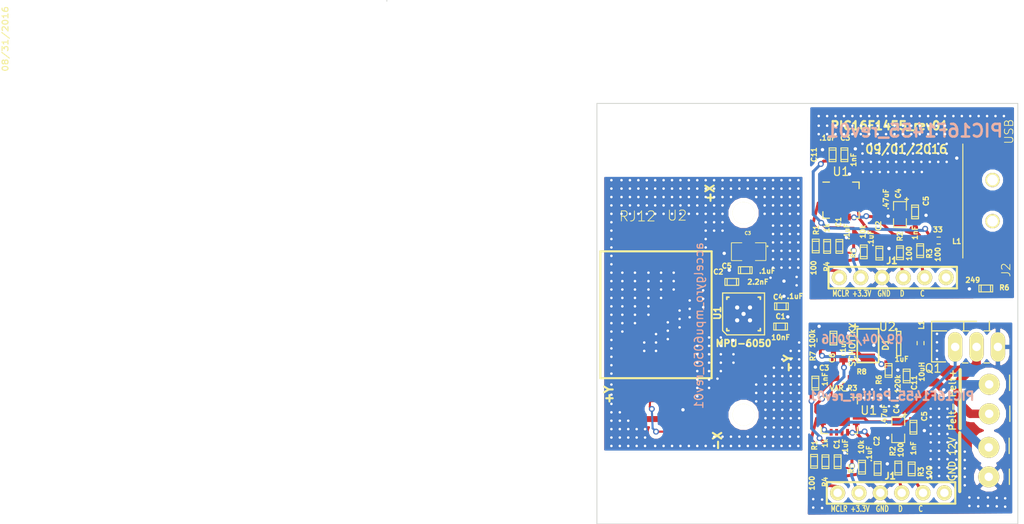
<source format=kicad_pcb>
(kicad_pcb (version 4) (host pcbnew 4.0.3+e1-6302~38~ubuntu14.04.1-stable)
  (layers (0 F.Cu signal) (31 B.Cu signal) (34 B.Paste user) (35 F.Paste user) (36 B.SilkS user) (37 F.SilkS user) (38 B.Mask user) (39 F.Mask user) (44 Edge.Cuts user))
  (net 0 "")
  (net 1 GND)
  (net 2 VDD)
  (net 3 ~MCLR~)
  (net 4 "Net-(J1-Pad6)")
  (net 5 "Net-(U1-Pad7)")
  (net 6 "Net-(C2-Pad1)")
  (net 7 "Net-(C4-Pad1)")
  (net 8 "Net-(J1-Pad5)")
  (net 9 "Net-(J1-Pad1)")
  (net 10 "Net-(J1-Pad4)")
  (net 11 "Net-(J2-Pad1)")
  (net 12 D-)
  (net 13 D+)
  (net 14 ICSPDAT)
  (net 15 ICSPCLK)
  (net 16 "Net-(J2-Pad5)")
  (net 17 "Net-(U1-Pad1)")
  (net 18 "Net-(U1-Pad2)")
  (net 19 "Net-(U1-Pad4)")
  (net 20 "Net-(U1-Pad5)")
  (net 21 "Net-(U1-Pad6)")
  (net 22 "Net-(U1-Pad14)")
  (net 23 "Net-(U1-Pad15)")
  (net 24 VCC)
  (net 25 "Net-(D1-Pad2)")
  (net 26 Pelt_Switched)
  (net 27 PWM)
  (net 28 "Net-(R6-Pad2)")
  (net 29 "Net-(R8-Pad2)")
  (net 30 SCL)
  (net 31 SDA)
  (net 32 Vdd)
  (net 33 INT)
  (module ted_connectors:TED_USB_A_SMD (layer F.Cu) (at 186.5 66.6 90)
    (fp_text reference J2 (at -8.2 -1.9 90) (layer F.SilkS) (effects (font (size 1.00076 1.00076) (thickness 0.09906))))
    (fp_text value USB (at 8.25 -1.55 90) (layer F.SilkS) (effects (font (size 1.00076 1.00076) (thickness 0.09906))))
    (pad 5 smd rect (at 7.8 -4.6 90) (size 2 5) (layers F.Cu F.Paste F.Mask) (net 16 "Net-(J2-Pad5)"))
    (pad 5 smd rect (at -7.8 -4.6 90) (size 2 5) (layers F.Cu F.Paste F.Mask) (net 16 "Net-(J2-Pad5)"))
    (pad "" np_thru_hole circle (at 2.5 -3.5 90) (size 1.7 1.7) (drill 1.3) (layers *.Cu *.Mask F.SilkS))
    (pad 4 smd rect (at 3 -7.5 90) (size 1.12 3.39) (layers F.Cu F.Paste F.Mask) (net 1 GND))
    (pad 1 smd rect (at -3 -7.5 90) (size 1.12 3.39) (layers F.Cu F.Paste F.Mask) (net 11 "Net-(J2-Pad1)"))
    (pad 2 smd rect (at -1 -7.5 90) (size 1.12 3.39) (layers F.Cu F.Paste F.Mask) (net 12 D-))
    (pad 3 smd rect (at 1 -7.5 90) (size 1.12 3.39) (layers F.Cu F.Paste F.Mask) (net 13 D+))
    (pad "" np_thru_hole circle (at -2.4 -3.5 90) (size 1.7 1.7) (drill 1.3) (layers *.Cu *.Mask F.SilkS))
  )
  (module ted_connectors:VIA-0.6mm (layer F.Cu) (at 174.6 63.15)
    (fp_text reference REF** hide)
    (fp_text value VIA-0.6mm hide)
    (pad 1 thru_hole circle (at 0 0) (size 0.6 0.6) (drill 0.3) (layers *.Cu) (net 1 GND))
  )
  (module ted_connectors:VIA-0.6mm (layer F.Cu) (at 173.6 63.15)
    (fp_text reference REF** hide)
    (fp_text value VIA-0.6mm hide)
    (pad 1 thru_hole circle (at 0 0) (size 0.6 0.6) (drill 0.3) (layers *.Cu) (net 1 GND))
  )
  (module ted_connectors:VIA-0.6mm (layer F.Cu) (at 172.6 63.15)
    (fp_text reference REF** hide)
    (fp_text value VIA-0.6mm hide)
    (pad 1 thru_hole circle (at 0 0) (size 0.6 0.6) (drill 0.3) (layers *.Cu) (net 1 GND))
  )
  (module ted_connectors:VIA-0.6mm (layer F.Cu) (at 171.6 63.15)
    (fp_text reference REF** hide)
    (fp_text value VIA-0.6mm hide)
    (pad 1 thru_hole circle (at 0 0) (size 0.6 0.6) (drill 0.3) (layers *.Cu) (net 1 GND))
  )
  (module ted_connectors:VIA-0.6mm (layer F.Cu) (at 170.6 63.15)
    (fp_text reference REF** hide)
    (fp_text value VIA-0.6mm hide)
    (pad 1 thru_hole circle (at 0 0) (size 0.6 0.6) (drill 0.3) (layers *.Cu) (net 1 GND))
  )
  (module ted_connectors:VIA-0.6mm (layer F.Cu) (at 169.6 63.15)
    (fp_text reference REF** hide)
    (fp_text value VIA-0.6mm hide)
    (pad 1 thru_hole circle (at 0 0) (size 0.6 0.6) (drill 0.3) (layers *.Cu) (net 1 GND))
  )
  (module ted_connectors:VIA-0.6mm (layer F.Cu) (at 168.6 63.15)
    (fp_text reference REF** hide)
    (fp_text value VIA-0.6mm hide)
    (pad 1 thru_hole circle (at 0 0) (size 0.6 0.6) (drill 0.3) (layers *.Cu) (net 1 GND))
  )
  (module ted_connectors:VIA-0.6mm (layer F.Cu) (at 167.6 63.15)
    (fp_text reference REF** hide)
    (fp_text value VIA-0.6mm hide)
    (pad 1 thru_hole circle (at 0 0) (size 0.6 0.6) (drill 0.3) (layers *.Cu) (net 1 GND))
  )
  (module ted_connectors:VIA-0.6mm (layer F.Cu) (at 167.55 59.8)
    (fp_text reference REF** hide)
    (fp_text value VIA-0.6mm hide)
    (pad 1 thru_hole circle (at 0 0) (size 0.6 0.6) (drill 0.3) (layers *.Cu) (net 1 GND))
  )
  (module ted_connectors:VIA-0.6mm (layer F.Cu) (at 168.55 59.8)
    (fp_text reference REF** hide)
    (fp_text value VIA-0.6mm hide)
    (pad 1 thru_hole circle (at 0 0) (size 0.6 0.6) (drill 0.3) (layers *.Cu) (net 1 GND))
  )
  (module ted_connectors:VIA-0.6mm (layer F.Cu) (at 169.55 59.8)
    (fp_text reference REF** hide)
    (fp_text value VIA-0.6mm hide)
    (pad 1 thru_hole circle (at 0 0) (size 0.6 0.6) (drill 0.3) (layers *.Cu) (net 1 GND))
  )
  (module ted_connectors:VIA-0.6mm (layer F.Cu) (at 170.55 59.8)
    (fp_text reference REF** hide)
    (fp_text value VIA-0.6mm hide)
    (pad 1 thru_hole circle (at 0 0) (size 0.6 0.6) (drill 0.3) (layers *.Cu) (net 1 GND))
  )
  (module ted_connectors:VIA-0.6mm (layer F.Cu) (at 171.55 59.8)
    (fp_text reference REF** hide)
    (fp_text value VIA-0.6mm hide)
    (pad 1 thru_hole circle (at 0 0) (size 0.6 0.6) (drill 0.3) (layers *.Cu) (net 1 GND))
  )
  (module ted_connectors:VIA-0.6mm (layer F.Cu) (at 172.55 59.8)
    (fp_text reference REF** hide)
    (fp_text value VIA-0.6mm hide)
    (pad 1 thru_hole circle (at 0 0) (size 0.6 0.6) (drill 0.3) (layers *.Cu) (net 1 GND))
  )
  (module ted_connectors:VIA-0.6mm (layer F.Cu) (at 173.55 59.8)
    (fp_text reference REF** hide)
    (fp_text value VIA-0.6mm hide)
    (pad 1 thru_hole circle (at 0 0) (size 0.6 0.6) (drill 0.3) (layers *.Cu) (net 1 GND))
  )
  (module ted_connectors:VIA-0.6mm (layer F.Cu) (at 174.55 59.8)
    (fp_text reference REF** hide)
    (fp_text value VIA-0.6mm hide)
    (pad 1 thru_hole circle (at 0 0) (size 0.6 0.6) (drill 0.3) (layers *.Cu) (net 1 GND))
  )
  (module ted_connectors:VIA-0.6mm (layer F.Cu) (at 175.55 59.8)
    (fp_text reference REF** hide)
    (fp_text value VIA-0.6mm hide)
    (pad 1 thru_hole circle (at 0 0) (size 0.6 0.6) (drill 0.3) (layers *.Cu) (net 1 GND))
  )
  (module ted_connectors:VIA-0.6mm (layer F.Cu) (at 176.55 59.8)
    (fp_text reference REF** hide)
    (fp_text value VIA-0.6mm hide)
    (pad 1 thru_hole circle (at 0 0) (size 0.6 0.6) (drill 0.3) (layers *.Cu) (net 1 GND))
  )
  (module ted_connectors:VIA-0.6mm (layer F.Cu) (at 177.55 59.8)
    (fp_text reference REF** hide)
    (fp_text value VIA-0.6mm hide)
    (pad 1 thru_hole circle (at 0 0) (size 0.6 0.6) (drill 0.3) (layers *.Cu) (net 1 GND))
  )
  (module ted_connectors:VIA-0.6mm (layer F.Cu) (at 167.55 60.95)
    (fp_text reference REF** hide)
    (fp_text value VIA-0.6mm hide)
    (pad 1 thru_hole circle (at 0 0) (size 0.6 0.6) (drill 0.3) (layers *.Cu) (net 1 GND))
  )
  (module ted_connectors:VIA-0.6mm (layer F.Cu) (at 168.55 60.95)
    (fp_text reference REF** hide)
    (fp_text value VIA-0.6mm hide)
    (pad 1 thru_hole circle (at 0 0) (size 0.6 0.6) (drill 0.3) (layers *.Cu) (net 1 GND))
  )
  (module ted_connectors:VIA-0.6mm (layer F.Cu) (at 169.55 60.95)
    (fp_text reference REF** hide)
    (fp_text value VIA-0.6mm hide)
    (pad 1 thru_hole circle (at 0 0) (size 0.6 0.6) (drill 0.3) (layers *.Cu) (net 1 GND))
  )
  (module ted_connectors:VIA-0.6mm (layer F.Cu) (at 170.55 60.95)
    (fp_text reference REF** hide)
    (fp_text value VIA-0.6mm hide)
    (pad 1 thru_hole circle (at 0 0) (size 0.6 0.6) (drill 0.3) (layers *.Cu) (net 1 GND))
  )
  (module ted_connectors:VIA-0.6mm (layer F.Cu) (at 171.55 60.95)
    (fp_text reference REF** hide)
    (fp_text value VIA-0.6mm hide)
    (pad 1 thru_hole circle (at 0 0) (size 0.6 0.6) (drill 0.3) (layers *.Cu) (net 1 GND))
  )
  (module ted_connectors:VIA-0.6mm (layer F.Cu) (at 172.55 60.95)
    (fp_text reference REF** hide)
    (fp_text value VIA-0.6mm hide)
    (pad 1 thru_hole circle (at 0 0) (size 0.6 0.6) (drill 0.3) (layers *.Cu) (net 1 GND))
  )
  (module ted_connectors:VIA-0.6mm (layer F.Cu) (at 173.55 60.95)
    (fp_text reference REF** hide)
    (fp_text value VIA-0.6mm hide)
    (pad 1 thru_hole circle (at 0 0) (size 0.6 0.6) (drill 0.3) (layers *.Cu) (net 1 GND))
  )
  (module ted_connectors:VIA-0.6mm (layer F.Cu) (at 174.55 60.95)
    (fp_text reference REF** hide)
    (fp_text value VIA-0.6mm hide)
    (pad 1 thru_hole circle (at 0 0) (size 0.6 0.6) (drill 0.3) (layers *.Cu) (net 1 GND))
  )
  (module ted_connectors:VIA-0.6mm (layer F.Cu) (at 175.55 60.95)
    (fp_text reference REF** hide)
    (fp_text value VIA-0.6mm hide)
    (pad 1 thru_hole circle (at 0 0) (size 0.6 0.6) (drill 0.3) (layers *.Cu) (net 1 GND))
  )
  (module ted_connectors:VIA-0.6mm (layer F.Cu) (at 176.55 60.95)
    (fp_text reference REF** hide)
    (fp_text value VIA-0.6mm hide)
    (pad 1 thru_hole circle (at 0 0) (size 0.6 0.6) (drill 0.3) (layers *.Cu) (net 1 GND))
  )
  (module ted_connectors:VIA-0.6mm (layer F.Cu) (at 177.55 60.95)
    (fp_text reference REF** hide)
    (fp_text value VIA-0.6mm hide)
    (pad 1 thru_hole circle (at 0 0) (size 0.6 0.6) (drill 0.3) (layers *.Cu) (net 1 GND))
  )
  (module ted_connectors:VIA-0.6mm (layer F.Cu) (at 167.55 61.95)
    (fp_text reference REF** hide)
    (fp_text value VIA-0.6mm hide)
    (pad 1 thru_hole circle (at 0 0) (size 0.6 0.6) (drill 0.3) (layers *.Cu) (net 1 GND))
  )
  (module ted_connectors:VIA-0.6mm (layer F.Cu) (at 168.55 61.95)
    (fp_text reference REF** hide)
    (fp_text value VIA-0.6mm hide)
    (pad 1 thru_hole circle (at 0 0) (size 0.6 0.6) (drill 0.3) (layers *.Cu) (net 1 GND))
  )
  (module ted_connectors:VIA-0.6mm (layer F.Cu) (at 169.55 61.95)
    (fp_text reference REF** hide)
    (fp_text value VIA-0.6mm hide)
    (pad 1 thru_hole circle (at 0 0) (size 0.6 0.6) (drill 0.3) (layers *.Cu) (net 1 GND))
  )
  (module ted_connectors:VIA-0.6mm (layer F.Cu) (at 170.55 61.95)
    (fp_text reference REF** hide)
    (fp_text value VIA-0.6mm hide)
    (pad 1 thru_hole circle (at 0 0) (size 0.6 0.6) (drill 0.3) (layers *.Cu) (net 1 GND))
  )
  (module ted_connectors:VIA-0.6mm (layer F.Cu) (at 171.55 61.95)
    (fp_text reference REF** hide)
    (fp_text value VIA-0.6mm hide)
    (pad 1 thru_hole circle (at 0 0) (size 0.6 0.6) (drill 0.3) (layers *.Cu) (net 1 GND))
  )
  (module ted_connectors:VIA-0.6mm (layer F.Cu) (at 172.55 61.95)
    (fp_text reference REF** hide)
    (fp_text value VIA-0.6mm hide)
    (pad 1 thru_hole circle (at 0 0) (size 0.6 0.6) (drill 0.3) (layers *.Cu) (net 1 GND))
  )
  (module ted_connectors:VIA-0.6mm (layer F.Cu) (at 173.55 61.95)
    (fp_text reference REF** hide)
    (fp_text value VIA-0.6mm hide)
    (pad 1 thru_hole circle (at 0 0) (size 0.6 0.6) (drill 0.3) (layers *.Cu) (net 1 GND))
  )
  (module ted_connectors:VIA-0.6mm (layer F.Cu) (at 174.55 61.95)
    (fp_text reference REF** hide)
    (fp_text value VIA-0.6mm hide)
    (pad 1 thru_hole circle (at 0 0) (size 0.6 0.6) (drill 0.3) (layers *.Cu) (net 1 GND))
  )
  (module ted_connectors:VIA-0.6mm (layer F.Cu) (at 175.55 61.95)
    (fp_text reference REF** hide)
    (fp_text value VIA-0.6mm hide)
    (pad 1 thru_hole circle (at 0 0) (size 0.6 0.6) (drill 0.3) (layers *.Cu) (net 1 GND))
  )
  (module ted_connectors:VIA-0.6mm (layer F.Cu) (at 176.55 61.95)
    (fp_text reference REF** hide)
    (fp_text value VIA-0.6mm hide)
    (pad 1 thru_hole circle (at 0 0) (size 0.6 0.6) (drill 0.3) (layers *.Cu) (net 1 GND))
  )
  (module ted_connectors:VIA-0.6mm (layer F.Cu) (at 177.55 61.95)
    (fp_text reference REF** hide)
    (fp_text value VIA-0.6mm hide)
    (pad 1 thru_hole circle (at 0 0) (size 0.6 0.6) (drill 0.3) (layers *.Cu) (net 1 GND))
  )
  (module ted_connectors:VIA-0.6mm (layer F.Cu) (at 177.35 58.65)
    (fp_text reference REF** hide)
    (fp_text value VIA-0.6mm hide)
    (pad 1 thru_hole circle (at 0 0) (size 0.6 0.6) (drill 0.3) (layers *.Cu) (net 1 GND))
  )
  (module ted_connectors:VIA-0.6mm (layer F.Cu) (at 176.35 58.65)
    (fp_text reference REF** hide)
    (fp_text value VIA-0.6mm hide)
    (pad 1 thru_hole circle (at 0 0) (size 0.6 0.6) (drill 0.3) (layers *.Cu) (net 1 GND))
  )
  (module ted_connectors:VIA-0.6mm (layer F.Cu) (at 175.35 58.65)
    (fp_text reference REF** hide)
    (fp_text value VIA-0.6mm hide)
    (pad 1 thru_hole circle (at 0 0) (size 0.6 0.6) (drill 0.3) (layers *.Cu) (net 1 GND))
  )
  (module ted_connectors:VIA-0.6mm (layer F.Cu) (at 174.35 58.65)
    (fp_text reference REF** hide)
    (fp_text value VIA-0.6mm hide)
    (pad 1 thru_hole circle (at 0 0) (size 0.6 0.6) (drill 0.3) (layers *.Cu) (net 1 GND))
  )
  (module ted_connectors:VIA-0.6mm (layer F.Cu) (at 173.35 58.65)
    (fp_text reference REF** hide)
    (fp_text value VIA-0.6mm hide)
    (pad 1 thru_hole circle (at 0 0) (size 0.6 0.6) (drill 0.3) (layers *.Cu) (net 1 GND))
  )
  (module ted_connectors:VIA-0.6mm (layer F.Cu) (at 172.35 58.65)
    (fp_text reference REF** hide)
    (fp_text value VIA-0.6mm hide)
    (pad 1 thru_hole circle (at 0 0) (size 0.6 0.6) (drill 0.3) (layers *.Cu) (net 1 GND))
  )
  (module ted_connectors:VIA-0.6mm (layer F.Cu) (at 171.35 58.65)
    (fp_text reference REF** hide)
    (fp_text value VIA-0.6mm hide)
    (pad 1 thru_hole circle (at 0 0) (size 0.6 0.6) (drill 0.3) (layers *.Cu) (net 1 GND))
  )
  (module ted_connectors:VIA-0.6mm (layer F.Cu) (at 170.35 58.65)
    (fp_text reference REF** hide)
    (fp_text value VIA-0.6mm hide)
    (pad 1 thru_hole circle (at 0 0) (size 0.6 0.6) (drill 0.3) (layers *.Cu) (net 1 GND))
  )
  (module ted_connectors:VIA-0.6mm (layer F.Cu) (at 169.35 58.65)
    (fp_text reference REF** hide)
    (fp_text value VIA-0.6mm hide)
    (pad 1 thru_hole circle (at 0 0) (size 0.6 0.6) (drill 0.3) (layers *.Cu) (net 1 GND))
  )
  (module ted_connectors:VIA-0.6mm (layer F.Cu) (at 168.35 58.65)
    (fp_text reference REF** hide)
    (fp_text value VIA-0.6mm hide)
    (pad 1 thru_hole circle (at 0 0) (size 0.6 0.6) (drill 0.3) (layers *.Cu) (net 1 GND))
  )
  (module ted_connectors:VIA-0.6mm (layer F.Cu) (at 167.35 58.65)
    (fp_text reference REF** hide)
    (fp_text value VIA-0.6mm hide)
    (pad 1 thru_hole circle (at 0 0) (size 0.6 0.6) (drill 0.3) (layers *.Cu) (net 1 GND))
  )
  (module ted_connectors:VIA-0.6mm (layer F.Cu) (at 166.35 58.65)
    (fp_text reference REF** hide)
    (fp_text value VIA-0.6mm hide)
    (pad 1 thru_hole circle (at 0 0) (size 0.6 0.6) (drill 0.3) (layers *.Cu) (net 1 GND))
  )
  (module ted_connectors:VIA-0.6mm (layer F.Cu) (at 165.35 58.65)
    (fp_text reference REF** hide)
    (fp_text value VIA-0.6mm hide)
    (pad 1 thru_hole circle (at 0 0) (size 0.6 0.6) (drill 0.3) (layers *.Cu) (net 1 GND))
  )
  (module ted_connectors:VIA-0.6mm (layer F.Cu) (at 164.35 58.65)
    (fp_text reference REF** hide)
    (fp_text value VIA-0.6mm hide)
    (pad 1 thru_hole circle (at 0 0) (size 0.6 0.6) (drill 0.3) (layers *.Cu) (net 1 GND))
  )
  (module ted_connectors:VIA-0.6mm (layer F.Cu) (at 163.35 58.65)
    (fp_text reference REF** hide)
    (fp_text value VIA-0.6mm hide)
    (pad 1 thru_hole circle (at 0 0) (size 0.6 0.6) (drill 0.3) (layers *.Cu) (net 1 GND))
  )
  (module ted_connectors:VIA-0.6mm (layer F.Cu) (at 162.35 58.65)
    (fp_text reference REF** hide)
    (fp_text value VIA-0.6mm hide)
    (pad 1 thru_hole circle (at 0 0) (size 0.6 0.6) (drill 0.3) (layers *.Cu) (net 1 GND))
  )
  (module ted_connectors:VIA-0.6mm (layer F.Cu) (at 177.35 57.65)
    (fp_text reference REF** hide)
    (fp_text value VIA-0.6mm hide)
    (pad 1 thru_hole circle (at 0 0) (size 0.6 0.6) (drill 0.3) (layers *.Cu) (net 1 GND))
  )
  (module ted_connectors:VIA-0.6mm (layer F.Cu) (at 176.35 57.65)
    (fp_text reference REF** hide)
    (fp_text value VIA-0.6mm hide)
    (pad 1 thru_hole circle (at 0 0) (size 0.6 0.6) (drill 0.3) (layers *.Cu) (net 1 GND))
  )
  (module ted_connectors:VIA-0.6mm (layer F.Cu) (at 175.35 57.65)
    (fp_text reference REF** hide)
    (fp_text value VIA-0.6mm hide)
    (pad 1 thru_hole circle (at 0 0) (size 0.6 0.6) (drill 0.3) (layers *.Cu) (net 1 GND))
  )
  (module ted_connectors:VIA-0.6mm (layer F.Cu) (at 174.35 57.65)
    (fp_text reference REF** hide)
    (fp_text value VIA-0.6mm hide)
    (pad 1 thru_hole circle (at 0 0) (size 0.6 0.6) (drill 0.3) (layers *.Cu) (net 1 GND))
  )
  (module ted_connectors:VIA-0.6mm (layer F.Cu) (at 173.35 57.65)
    (fp_text reference REF** hide)
    (fp_text value VIA-0.6mm hide)
    (pad 1 thru_hole circle (at 0 0) (size 0.6 0.6) (drill 0.3) (layers *.Cu) (net 1 GND))
  )
  (module ted_connectors:VIA-0.6mm (layer F.Cu) (at 172.35 57.65)
    (fp_text reference REF** hide)
    (fp_text value VIA-0.6mm hide)
    (pad 1 thru_hole circle (at 0 0) (size 0.6 0.6) (drill 0.3) (layers *.Cu) (net 1 GND))
  )
  (module ted_connectors:VIA-0.6mm (layer F.Cu) (at 171.35 57.65)
    (fp_text reference REF** hide)
    (fp_text value VIA-0.6mm hide)
    (pad 1 thru_hole circle (at 0 0) (size 0.6 0.6) (drill 0.3) (layers *.Cu) (net 1 GND))
  )
  (module ted_connectors:VIA-0.6mm (layer F.Cu) (at 170.35 57.65)
    (fp_text reference REF** hide)
    (fp_text value VIA-0.6mm hide)
    (pad 1 thru_hole circle (at 0 0) (size 0.6 0.6) (drill 0.3) (layers *.Cu) (net 1 GND))
  )
  (module ted_connectors:VIA-0.6mm (layer F.Cu) (at 169.35 57.65)
    (fp_text reference REF** hide)
    (fp_text value VIA-0.6mm hide)
    (pad 1 thru_hole circle (at 0 0) (size 0.6 0.6) (drill 0.3) (layers *.Cu) (net 1 GND))
  )
  (module ted_connectors:VIA-0.6mm (layer F.Cu) (at 168.35 57.65)
    (fp_text reference REF** hide)
    (fp_text value VIA-0.6mm hide)
    (pad 1 thru_hole circle (at 0 0) (size 0.6 0.6) (drill 0.3) (layers *.Cu) (net 1 GND))
  )
  (module ted_connectors:VIA-0.6mm (layer F.Cu) (at 167.35 57.65)
    (fp_text reference REF** hide)
    (fp_text value VIA-0.6mm hide)
    (pad 1 thru_hole circle (at 0 0) (size 0.6 0.6) (drill 0.3) (layers *.Cu) (net 1 GND))
  )
  (module ted_connectors:VIA-0.6mm (layer F.Cu) (at 166.35 57.65)
    (fp_text reference REF** hide)
    (fp_text value VIA-0.6mm hide)
    (pad 1 thru_hole circle (at 0 0) (size 0.6 0.6) (drill 0.3) (layers *.Cu) (net 1 GND))
  )
  (module ted_connectors:VIA-0.6mm (layer F.Cu) (at 165.35 57.65)
    (fp_text reference REF** hide)
    (fp_text value VIA-0.6mm hide)
    (pad 1 thru_hole circle (at 0 0) (size 0.6 0.6) (drill 0.3) (layers *.Cu) (net 1 GND))
  )
  (module ted_connectors:VIA-0.6mm (layer F.Cu) (at 164.35 57.65)
    (fp_text reference REF** hide)
    (fp_text value VIA-0.6mm hide)
    (pad 1 thru_hole circle (at 0 0) (size 0.6 0.6) (drill 0.3) (layers *.Cu) (net 1 GND))
  )
  (module ted_connectors:VIA-0.6mm (layer F.Cu) (at 163.35 57.65)
    (fp_text reference REF** hide)
    (fp_text value VIA-0.6mm hide)
    (pad 1 thru_hole circle (at 0 0) (size 0.6 0.6) (drill 0.3) (layers *.Cu) (net 1 GND))
  )
  (module ted_connectors:VIA-0.6mm (layer F.Cu) (at 162.35 57.65)
    (fp_text reference REF** hide)
    (fp_text value VIA-0.6mm hide)
    (pad 1 thru_hole circle (at 0 0) (size 0.6 0.6) (drill 0.3) (layers *.Cu) (net 1 GND))
  )
  (module ted_connectors:VIA-0.6mm (layer F.Cu) (at 184.35 56.5)
    (fp_text reference REF** hide)
    (fp_text value VIA-0.6mm hide)
    (pad 1 thru_hole circle (at 0 0) (size 0.6 0.6) (drill 0.3) (layers *.Cu) (net 1 GND))
  )
  (module ted_connectors:VIA-0.6mm (layer F.Cu) (at 183.35 56.5)
    (fp_text reference REF** hide)
    (fp_text value VIA-0.6mm hide)
    (pad 1 thru_hole circle (at 0 0) (size 0.6 0.6) (drill 0.3) (layers *.Cu) (net 1 GND))
  )
  (module ted_connectors:VIA-0.6mm (layer F.Cu) (at 182.35 56.5)
    (fp_text reference REF** hide)
    (fp_text value VIA-0.6mm hide)
    (pad 1 thru_hole circle (at 0 0) (size 0.6 0.6) (drill 0.3) (layers *.Cu) (net 1 GND))
  )
  (module ted_connectors:VIA-0.6mm (layer F.Cu) (at 181.35 56.5)
    (fp_text reference REF** hide)
    (fp_text value VIA-0.6mm hide)
    (pad 1 thru_hole circle (at 0 0) (size 0.6 0.6) (drill 0.3) (layers *.Cu) (net 1 GND))
  )
  (module ted_connectors:VIA-0.6mm (layer F.Cu) (at 180.35 56.5)
    (fp_text reference REF** hide)
    (fp_text value VIA-0.6mm hide)
    (pad 1 thru_hole circle (at 0 0) (size 0.6 0.6) (drill 0.3) (layers *.Cu) (net 1 GND))
  )
  (module ted_connectors:VIA-0.6mm (layer F.Cu) (at 179.35 56.5)
    (fp_text reference REF** hide)
    (fp_text value VIA-0.6mm hide)
    (pad 1 thru_hole circle (at 0 0) (size 0.6 0.6) (drill 0.3) (layers *.Cu) (net 1 GND))
  )
  (module ted_connectors:VIA-0.6mm (layer F.Cu) (at 178.35 56.5)
    (fp_text reference REF** hide)
    (fp_text value VIA-0.6mm hide)
    (pad 1 thru_hole circle (at 0 0) (size 0.6 0.6) (drill 0.3) (layers *.Cu) (net 1 GND))
  )
  (module ted_connectors:VIA-0.6mm (layer F.Cu) (at 177.35 56.5)
    (fp_text reference REF** hide)
    (fp_text value VIA-0.6mm hide)
    (pad 1 thru_hole circle (at 0 0) (size 0.6 0.6) (drill 0.3) (layers *.Cu) (net 1 GND))
  )
  (module ted_connectors:VIA-0.6mm (layer F.Cu) (at 176.35 56.5)
    (fp_text reference REF** hide)
    (fp_text value VIA-0.6mm hide)
    (pad 1 thru_hole circle (at 0 0) (size 0.6 0.6) (drill 0.3) (layers *.Cu) (net 1 GND))
  )
  (module ted_connectors:VIA-0.6mm (layer F.Cu) (at 175.35 56.5)
    (fp_text reference REF** hide)
    (fp_text value VIA-0.6mm hide)
    (pad 1 thru_hole circle (at 0 0) (size 0.6 0.6) (drill 0.3) (layers *.Cu) (net 1 GND))
  )
  (module ted_connectors:VIA-0.6mm (layer F.Cu) (at 174.35 56.5)
    (fp_text reference REF** hide)
    (fp_text value VIA-0.6mm hide)
    (pad 1 thru_hole circle (at 0 0) (size 0.6 0.6) (drill 0.3) (layers *.Cu) (net 1 GND))
  )
  (module ted_connectors:VIA-0.6mm (layer F.Cu) (at 173.35 56.5)
    (fp_text reference REF** hide)
    (fp_text value VIA-0.6mm hide)
    (pad 1 thru_hole circle (at 0 0) (size 0.6 0.6) (drill 0.3) (layers *.Cu) (net 1 GND))
  )
  (module ted_connectors:VIA-0.6mm (layer F.Cu) (at 172.35 56.5)
    (fp_text reference REF** hide)
    (fp_text value VIA-0.6mm hide)
    (pad 1 thru_hole circle (at 0 0) (size 0.6 0.6) (drill 0.3) (layers *.Cu) (net 1 GND))
  )
  (module ted_connectors:VIA-0.6mm (layer F.Cu) (at 171.35 56.5)
    (fp_text reference REF** hide)
    (fp_text value VIA-0.6mm hide)
    (pad 1 thru_hole circle (at 0 0) (size 0.6 0.6) (drill 0.3) (layers *.Cu) (net 1 GND))
  )
  (module ted_connectors:VIA-0.6mm (layer F.Cu) (at 170.35 56.5)
    (fp_text reference REF** hide)
    (fp_text value VIA-0.6mm hide)
    (pad 1 thru_hole circle (at 0 0) (size 0.6 0.6) (drill 0.3) (layers *.Cu) (net 1 GND))
  )
  (module ted_connectors:VIA-0.6mm (layer F.Cu) (at 169.35 56.5)
    (fp_text reference REF** hide)
    (fp_text value VIA-0.6mm hide)
    (pad 1 thru_hole circle (at 0 0) (size 0.6 0.6) (drill 0.3) (layers *.Cu) (net 1 GND))
  )
  (module ted_connectors:VIA-0.6mm (layer F.Cu) (at 168.35 56.5)
    (fp_text reference REF** hide)
    (fp_text value VIA-0.6mm hide)
    (pad 1 thru_hole circle (at 0 0) (size 0.6 0.6) (drill 0.3) (layers *.Cu) (net 1 GND))
  )
  (module ted_connectors:VIA-0.6mm (layer F.Cu) (at 167.35 56.5)
    (fp_text reference REF** hide)
    (fp_text value VIA-0.6mm hide)
    (pad 1 thru_hole circle (at 0 0) (size 0.6 0.6) (drill 0.3) (layers *.Cu) (net 1 GND))
  )
  (module ted_connectors:VIA-0.6mm (layer F.Cu) (at 166.35 56.5)
    (fp_text reference REF** hide)
    (fp_text value VIA-0.6mm hide)
    (pad 1 thru_hole circle (at 0 0) (size 0.6 0.6) (drill 0.3) (layers *.Cu) (net 1 GND))
  )
  (module ted_connectors:VIA-0.6mm (layer F.Cu) (at 165.35 56.5)
    (fp_text reference REF** hide)
    (fp_text value VIA-0.6mm hide)
    (pad 1 thru_hole circle (at 0 0) (size 0.6 0.6) (drill 0.3) (layers *.Cu) (net 1 GND))
  )
  (module ted_connectors:VIA-0.6mm (layer F.Cu) (at 164.35 56.5)
    (fp_text reference REF** hide)
    (fp_text value VIA-0.6mm hide)
    (pad 1 thru_hole circle (at 0 0) (size 0.6 0.6) (drill 0.3) (layers *.Cu) (net 1 GND))
  )
  (module ted_connectors:VIA-0.6mm (layer F.Cu) (at 163.35 56.5)
    (fp_text reference REF** hide)
    (fp_text value VIA-0.6mm hide)
    (pad 1 thru_hole circle (at 0 0) (size 0.6 0.6) (drill 0.3) (layers *.Cu) (net 1 GND))
  )
  (module ted_capacitors:TED_SM0603_C (layer F.Cu) (at 164.8 72 90)
    (fp_text reference C1 (at 2.9 -0.1 90) (layer F.SilkS) (effects (font (size 0.6 0.6))))
    (fp_text value .1uF (at 1.75 0.9 90) (layer F.SilkS) (effects (font (size 0.6 0.6))))
    (pad 2 smd rect (at 0.75184 0 90) (size 0.89916 1.00076) (layers F.Cu F.Paste F.Mask) (net 1 GND) (clearance 0.1))
    (pad 1 smd rect (at -0.75184 0 90) (size 0.89916 1.00076) (layers F.Cu F.Paste F.Mask) (net 2 VDD) (clearance 0.1))
  )
  (module ted_capacitors:TED_SM0603_C (layer F.Cu) (at 169.55 72.8 90)
    (fp_text reference C2 (at 3.25 -0.1 90) (layer F.SilkS) (effects (font (size 0.6 0.6))))
    (fp_text value .1uF (at 1.75 -1 90) (layer F.SilkS) (effects (font (size 0.6 0.6))))
    (pad 2 smd rect (at 0.75184 0 90) (size 0.89916 1.00076) (layers F.Cu F.Paste F.Mask) (net 1 GND) (clearance 0.1))
    (pad 1 smd rect (at -0.75184 0 90) (size 0.89916 1.00076) (layers F.Cu F.Paste F.Mask) (net 6 "Net-(C2-Pad1)") (clearance 0.1))
  )
  (module ted_capacitors:TED_SM0603_C (layer F.Cu) (at 165.4 61.1 90)
    (fp_text reference C3 (at 2 0.1 180) (layer F.SilkS) (effects (font (size 0.6 0.6))))
    (fp_text value 1nF (at -0.6 1.1 90) (layer F.SilkS) (effects (font (size 0.6 0.6))))
    (pad 2 smd rect (at 0.75184 0 90) (size 0.89916 1.00076) (layers F.Cu F.Paste F.Mask) (net 1 GND) (clearance 0.1))
    (pad 1 smd rect (at -0.75184 0 90) (size 0.89916 1.00076) (layers F.Cu F.Paste F.Mask) (net 2 VDD) (clearance 0.1))
  )
  (module ted_capacitors:TED_SM0603_C (layer F.Cu) (at 173.8 67.9 270)
    (fp_text reference C5 (at -1.3 -1.3 270) (layer F.SilkS) (effects (font (size 0.6 0.6))))
    (fp_text value 1nF (at 2.5 0 270) (layer F.SilkS) (effects (font (size 0.6 0.6))))
    (pad 2 smd rect (at 0.75184 0 270) (size 0.89916 1.00076) (layers F.Cu F.Paste F.Mask) (net 1 GND) (clearance 0.1))
    (pad 1 smd rect (at -0.75184 0 270) (size 0.89916 1.00076) (layers F.Cu F.Paste F.Mask) (net 7 "Net-(C4-Pad1)") (clearance 0.1))
  )
  (module ted_capacitors:TED_SM0603_C (layer F.Cu) (at 164 61.1 90)
    (fp_text reference C11 (at 0 -2.2 90) (layer F.SilkS) (effects (font (size 0.6 0.6))))
    (fp_text value .1uF (at 2 -0.6 180) (layer F.SilkS) (effects (font (size 0.6 0.6))))
    (pad 2 smd rect (at 0.75184 0 90) (size 0.89916 1.00076) (layers F.Cu F.Paste F.Mask) (net 1 GND) (clearance 0.1))
    (pad 1 smd rect (at -0.75184 0 90) (size 0.89916 1.00076) (layers F.Cu F.Paste F.Mask) (net 2 VDD) (clearance 0.1))
  )
  (module ted_connectors:TED_HEADER_6x1 (layer F.Cu) (at 171.15 75.7)
    (fp_text reference J1 (at -0.1 -2) (layer F.SilkS) (effects (font (size 0.762 0.762) (thickness 0.1905))))
    (fp_text value HEADER_6X1 hide)
    (pad 5 thru_hole circle (at 3.78968 0) (size 1.8 1.8) (drill 1) (layers *.Cu *.Mask F.SilkS) (net 8 "Net-(J1-Pad5)"))
    (pad 6 thru_hole circle (at 6.32968 0) (size 1.8 1.8) (drill 1) (layers *.Cu *.Mask F.SilkS) (net 4 "Net-(J1-Pad6)"))
    (pad 1 thru_hole circle (at -6.35 0) (size 1.8 1.8) (drill 1) (layers *.Cu *.Mask F.SilkS) (net 9 "Net-(J1-Pad1)"))
    (pad 2 thru_hole circle (at -3.81 0) (size 1.8 1.8) (drill 1) (layers *.Cu *.Mask F.SilkS) (net 2 VDD))
    (pad 4 thru_hole circle (at 1.25984 0) (size 1.8 1.8) (drill 1) (layers *.Cu *.Mask F.SilkS) (net 10 "Net-(J1-Pad4)"))
    (pad 3 thru_hole circle (at -1.28016 0) (size 1.8 1.8) (drill 1) (layers *.Cu *.Mask F.SilkS) (net 1 GND))
  )
  (module ted_resistors:TED_SM0603_R (layer F.Cu) (at 162 71.95 270)
    (fp_text reference R1 (at -1.9 -0.05 270) (layer F.SilkS) (effects (font (size 0.6 0.6))))
    (fp_text value 100 (at 2.6 0.25 270) (layer F.SilkS) (effects (font (size 0.6 0.6))))
    (pad 2 smd rect (at 0.75184 0 270) (size 0.89916 1.00076) (layers F.Cu F.Paste F.Mask) (net 9 "Net-(J1-Pad1)") (clearance 0.1))
    (pad 1 smd rect (at -0.75184 0 270) (size 0.89916 1.00076) (layers F.Cu F.Paste F.Mask) (net 3 ~MCLR~) (clearance 0.1))
  )
  (module ted_resistors:TED_SM0603_R (layer F.Cu) (at 172 72.75 270)
    (fp_text reference R2 (at -1.95 0 270) (layer F.SilkS) (effects (font (size 0.6 0.6))))
    (fp_text value 100 (at 0.1 -1.1 270) (layer F.SilkS) (effects (font (size 0.6 0.6))))
    (pad 2 smd rect (at 0.75184 0 270) (size 0.89916 1.00076) (layers F.Cu F.Paste F.Mask) (net 10 "Net-(J1-Pad4)") (clearance 0.1))
    (pad 1 smd rect (at -0.75184 0 270) (size 0.89916 1.00076) (layers F.Cu F.Paste F.Mask) (net 14 ICSPDAT) (clearance 0.1))
  )
  (module ted_resistors:TED_SM0603_R (layer F.Cu) (at 174.4 72.5 270)
    (fp_text reference R3 (at 0.35 -1.1 270) (layer F.SilkS) (effects (font (size 0.6 0.6))))
    (fp_text value 100 (at 0.45 -2.1 270) (layer F.SilkS) (effects (font (size 0.6 0.6))))
    (pad 2 smd rect (at 0.75184 0 270) (size 0.89916 1.00076) (layers F.Cu F.Paste F.Mask) (net 8 "Net-(J1-Pad5)") (clearance 0.1))
    (pad 1 smd rect (at -0.75184 0 270) (size 0.89916 1.00076) (layers F.Cu F.Paste F.Mask) (net 15 ICSPCLK) (clearance 0.1))
  )
  (module ted_resistors:TED_SM0603_R (layer F.Cu) (at 163.35 72 270)
    (fp_text reference R4 (at 2.4 0.05 270) (layer F.SilkS) (effects (font (size 0.6 0.6))))
    (fp_text value 1k (at -2.2 0.05 270) (layer F.SilkS) (effects (font (size 0.6 0.6))))
    (pad 2 smd rect (at 0.75184 0 270) (size 0.89916 1.00076) (layers F.Cu F.Paste F.Mask) (net 6 "Net-(C2-Pad1)") (clearance 0.1))
    (pad 1 smd rect (at -0.75184 0 270) (size 0.89916 1.00076) (layers F.Cu F.Paste F.Mask) (net 3 ~MCLR~) (clearance 0.1))
  )
  (module ted_resistors:TED_SM0603_R (layer F.Cu) (at 167.7 72.65 270)
    (fp_text reference R5 (at 0.15 1.25 270) (layer F.SilkS) (effects (font (size 0.6 0.6))))
    (fp_text value 10k (at -2.4 0.1 270) (layer F.SilkS) (effects (font (size 0.6 0.6))))
    (pad 2 smd rect (at 0.75184 0 270) (size 0.89916 1.00076) (layers F.Cu F.Paste F.Mask) (net 6 "Net-(C2-Pad1)") (clearance 0.1))
    (pad 1 smd rect (at -0.75184 0 270) (size 0.89916 1.00076) (layers F.Cu F.Paste F.Mask) (net 2 VDD) (clearance 0.1))
  )
  (module ted_resistors:TED_SM0603_R (layer F.Cu) (at 182.2 77 180)
    (fp_text reference R6 (at -2.2 0.1 180) (layer F.SilkS) (effects (font (size 0.6 0.6))))
    (fp_text value 249 (at 1.55 1 180) (layer F.SilkS) (effects (font (size 0.6 0.6))))
    (pad 2 smd rect (at 0.75184 0 180) (size 0.89916 1.00076) (layers F.Cu F.Paste F.Mask) (net 1 GND) (clearance 0.1))
    (pad 1 smd rect (at -0.75184 0 180) (size 0.89916 1.00076) (layers F.Cu F.Paste F.Mask) (net 16 "Net-(J2-Pad5)") (clearance 0.1))
  )
  (module ted_capacitors:TED_SM2012_0805_ELEC_C (layer F.Cu) (at 172 68.2 270)
    (fp_text reference C4 (at -2.5 0.2 270) (layer F.SilkS) (effects (font (size 0.6 0.6))))
    (fp_text value .47uF (at -1.8 1.65 270) (layer F.SilkS) (effects (font (size 0.6 0.6))))
    (pad 1 smd rect (at -0.9525 0 270) (size 0.889 1.397) (layers F.Cu F.Paste F.Mask) (net 7 "Net-(C4-Pad1)"))
    (pad 2 smd rect (at 0.9525 0 270) (size 0.889 1.397) (layers F.Cu F.Paste F.Mask) (net 1 GND))
  )
  (module ted_resistors:TED_SM0603_R (layer F.Cu) (at 176.6 71.3 180)
    (fp_text reference L1 (at -2.15 -0.1 180) (layer F.SilkS) (effects (font (size 0.6 0.6))))
    (fp_text value 33 (at 0.1 1.3 180) (layer F.SilkS) (effects (font (size 0.6 0.6))))
    (pad 2 smd rect (at 0.75184 0 180) (size 0.89916 1.00076) (layers F.Cu F.Paste F.Mask) (net 2 VDD) (clearance 0.1))
    (pad 1 smd rect (at -0.75184 0 180) (size 0.89916 1.00076) (layers F.Cu F.Paste F.Mask) (net 11 "Net-(J2-Pad1)") (clearance 0.1))
  )
  (module ted_ICs:QFN-16-1EP_4x4mm_Pitch0.65mm (layer F.Cu) (at 165 66.5)
    (fp_text reference U1 (at 0 -3.4) (layer F.SilkS))
    (fp_text value PIC16F1455)
    (pad 1 smd rect (at -2 -0.975) (size 0.8 0.35) (layers F.Cu F.Paste F.Mask) (net 17 "Net-(U1-Pad1)"))
    (pad 2 smd rect (at -2 -0.325) (size 0.8 0.35) (layers F.Cu F.Paste F.Mask) (net 18 "Net-(U1-Pad2)"))
    (pad 3 smd rect (at -2 0.325) (size 0.8 0.35) (layers F.Cu F.Paste F.Mask) (net 3 ~MCLR~))
    (pad 4 smd rect (at -2 0.975) (size 0.8 0.35) (layers F.Cu F.Paste F.Mask) (net 19 "Net-(U1-Pad4)"))
    (pad 5 smd rect (at -0.975 2 90) (size 0.8 0.35) (layers F.Cu F.Paste F.Mask) (net 20 "Net-(U1-Pad5)"))
    (pad 6 smd rect (at -0.325 2 90) (size 0.8 0.35) (layers F.Cu F.Paste F.Mask) (net 21 "Net-(U1-Pad6)"))
    (pad 7 smd rect (at 0.325 2 90) (size 0.8 0.35) (layers F.Cu F.Paste F.Mask) (net 5 "Net-(U1-Pad7)"))
    (pad 8 smd rect (at 0.975 2 90) (size 0.8 0.35) (layers F.Cu F.Paste F.Mask) (net 15 ICSPCLK))
    (pad 9 smd rect (at 2 0.975) (size 0.8 0.35) (layers F.Cu F.Paste F.Mask) (net 14 ICSPDAT))
    (pad 10 smd rect (at 2 0.325) (size 0.8 0.35) (layers F.Cu F.Paste F.Mask) (net 7 "Net-(C4-Pad1)"))
    (pad 11 smd rect (at 2 -0.325) (size 0.8 0.35) (layers F.Cu F.Paste F.Mask) (net 12 D-))
    (pad 12 smd rect (at 2 -0.975) (size 0.8 0.35) (layers F.Cu F.Paste F.Mask) (net 13 D+))
    (pad 13 smd rect (at 0.975 -2 90) (size 0.8 0.35) (layers F.Cu F.Paste F.Mask) (net 1 GND))
    (pad 14 smd rect (at 0.325 -2 90) (size 0.8 0.35) (layers F.Cu F.Paste F.Mask) (net 22 "Net-(U1-Pad14)"))
    (pad 15 smd rect (at -0.325 -2 90) (size 0.8 0.35) (layers F.Cu F.Paste F.Mask) (net 23 "Net-(U1-Pad15)"))
    (pad 16 smd rect (at -0.975 -2 90) (size 0.8 0.35) (layers F.Cu F.Paste F.Mask) (net 2 VDD))
    (pad 17 smd rect (at 0.625 0.625) (size 1.25 1.25) (layers F.Cu F.Paste F.Mask) (net 1 GND))
    (pad 17 smd rect (at 0.625 -0.625) (size 1.25 1.25) (layers F.Cu F.Paste F.Mask) (net 1 GND))
    (pad 17 smd rect (at -0.625 0.625) (size 1.25 1.25) (layers F.Cu F.Paste F.Mask) (net 1 GND))
    (pad 17 smd rect (at -0.625 -0.625) (size 1.25 1.25) (layers F.Cu F.Paste F.Mask) (net 1 GND))
  )
  (module ted_connectors:VIA-0.6mm (layer F.Cu) (at 162.35 56.5)
    (fp_text reference REF** hide)
    (fp_text value VIA-0.6mm hide)
    (pad 1 thru_hole circle (at 0 0) (size 0.6 0.6) (drill 0.3) (layers *.Cu) (net 1 GND))
  )
  (module ted_connectors:VIA-0.6mm (layer F.Cu) (at 161.7 102.05)
    (fp_text reference REF** hide)
    (fp_text value VIA-0.6mm hide)
    (pad 1 thru_hole circle (at 0 0) (size 0.6 0.6) (drill 0.3) (layers *.Cu) (net 1 GND))
  )
  (module ted_connectors:VIA-0.6mm (layer F.Cu) (at 161.7 103.05)
    (fp_text reference REF** hide)
    (fp_text value VIA-0.6mm hide)
    (pad 1 thru_hole circle (at 0 0) (size 0.6 0.6) (drill 0.3) (layers *.Cu) (net 1 GND))
  )
  (module ted_connectors:VIA-0.6mm (layer F.Cu) (at 162.75 103.1)
    (fp_text reference REF** hide)
    (fp_text value VIA-0.6mm hide)
    (pad 1 thru_hole circle (at 0 0) (size 0.6 0.6) (drill 0.3) (layers *.Cu) (net 1 GND))
  )
  (module ted_connectors:VIA-0.6mm (layer F.Cu) (at 162.75 102.1)
    (fp_text reference REF** hide)
    (fp_text value VIA-0.6mm hide)
    (pad 1 thru_hole circle (at 0 0) (size 0.6 0.6) (drill 0.3) (layers *.Cu) (net 1 GND))
  )
  (module ted_connectors:VIA-0.6mm (layer F.Cu) (at 181.3 101.9)
    (fp_text reference REF** hide)
    (fp_text value VIA-0.6mm hide)
    (pad 1 thru_hole circle (at 0 0) (size 0.6 0.6) (drill 0.3) (layers *.Cu) (net 1 GND))
  )
  (module ted_connectors:VIA-0.6mm (layer F.Cu) (at 181.3 102.9)
    (fp_text reference REF** hide)
    (fp_text value VIA-0.6mm hide)
    (pad 1 thru_hole circle (at 0 0) (size 0.6 0.6) (drill 0.3) (layers *.Cu) (net 1 GND))
  )
  (module ted_connectors:VIA-0.6mm (layer F.Cu) (at 180.25 102.85)
    (fp_text reference REF** hide)
    (fp_text value VIA-0.6mm hide)
    (pad 1 thru_hole circle (at 0 0) (size 0.6 0.6) (drill 0.3) (layers *.Cu) (net 1 GND))
  )
  (module ted_connectors:VIA-0.6mm (layer F.Cu) (at 180.25 101.85)
    (fp_text reference REF** hide)
    (fp_text value VIA-0.6mm hide)
    (pad 1 thru_hole circle (at 0 0) (size 0.6 0.6) (drill 0.3) (layers *.Cu) (net 1 GND))
  )
  (module ted_connectors:VIA-0.6mm (layer F.Cu) (at 182.45 101.85)
    (fp_text reference REF** hide)
    (fp_text value VIA-0.6mm hide)
    (pad 1 thru_hole circle (at 0 0) (size 0.6 0.6) (drill 0.3) (layers *.Cu) (net 1 GND))
  )
  (module ted_connectors:VIA-0.6mm (layer F.Cu) (at 182.45 102.85)
    (fp_text reference REF** hide)
    (fp_text value VIA-0.6mm hide)
    (pad 1 thru_hole circle (at 0 0) (size 0.6 0.6) (drill 0.3) (layers *.Cu) (net 1 GND))
  )
  (module ted_connectors:VIA-0.6mm (layer F.Cu) (at 183.5 102.9)
    (fp_text reference REF** hide)
    (fp_text value VIA-0.6mm hide)
    (pad 1 thru_hole circle (at 0 0) (size 0.6 0.6) (drill 0.3) (layers *.Cu) (net 1 GND))
  )
  (module ted_connectors:VIA-0.6mm (layer F.Cu) (at 183.5 101.9)
    (fp_text reference REF** hide)
    (fp_text value VIA-0.6mm hide)
    (pad 1 thru_hole circle (at 0 0) (size 0.6 0.6) (drill 0.3) (layers *.Cu) (net 1 GND))
  )
  (module ted_connectors:VIA-0.6mm (layer F.Cu) (at 184.5 101.95)
    (fp_text reference REF** hide)
    (fp_text value VIA-0.6mm hide)
    (pad 1 thru_hole circle (at 0 0) (size 0.6 0.6) (drill 0.3) (layers *.Cu) (net 1 GND))
  )
  (module ted_connectors:VIA-0.6mm (layer F.Cu) (at 184.5 102.95)
    (fp_text reference REF** hide)
    (fp_text value VIA-0.6mm hide)
    (pad 1 thru_hole circle (at 0 0) (size 0.6 0.6) (drill 0.3) (layers *.Cu) (net 1 GND))
  )
  (module ted_connectors:VIA-0.6mm (layer F.Cu) (at 179.7 100.4)
    (fp_text reference REF** hide)
    (fp_text value VIA-0.6mm hide)
    (pad 1 thru_hole circle (at 0 0) (size 0.6 0.6) (drill 0.3) (layers *.Cu) (net 1 GND))
  )
  (module ted_connectors:VIA-0.6mm (layer F.Cu) (at 179.7 99.4)
    (fp_text reference REF** hide)
    (fp_text value VIA-0.6mm hide)
    (pad 1 thru_hole circle (at 0 0) (size 0.6 0.6) (drill 0.3) (layers *.Cu) (net 1 GND))
  )
  (module ted_connectors:VIA-0.6mm (layer F.Cu) (at 179.7 98.4)
    (fp_text reference REF** hide)
    (fp_text value VIA-0.6mm hide)
    (pad 1 thru_hole circle (at 0 0) (size 0.6 0.6) (drill 0.3) (layers *.Cu) (net 1 GND))
  )
  (module ted_connectors:VIA-0.6mm (layer F.Cu) (at 179.7 97.4)
    (fp_text reference REF** hide)
    (fp_text value VIA-0.6mm hide)
    (pad 1 thru_hole circle (at 0 0) (size 0.6 0.6) (drill 0.3) (layers *.Cu) (net 1 GND))
  )
  (module ted_connectors:VIA-0.6mm (layer F.Cu) (at 179.7 96.4)
    (fp_text reference REF** hide)
    (fp_text value VIA-0.6mm hide)
    (pad 1 thru_hole circle (at 0 0) (size 0.6 0.6) (drill 0.3) (layers *.Cu) (net 1 GND))
  )
  (module ted_connectors:VIA-0.6mm (layer F.Cu) (at 178.7 95.35)
    (fp_text reference REF** hide)
    (fp_text value VIA-0.6mm hide)
    (pad 1 thru_hole circle (at 0 0) (size 0.6 0.6) (drill 0.3) (layers *.Cu) (net 1 GND))
  )
  (module ted_connectors:VIA-0.6mm (layer F.Cu) (at 178.7 96.35)
    (fp_text reference REF** hide)
    (fp_text value VIA-0.6mm hide)
    (pad 1 thru_hole circle (at 0 0) (size 0.6 0.6) (drill 0.3) (layers *.Cu) (net 1 GND))
  )
  (module ted_connectors:VIA-0.6mm (layer F.Cu) (at 178.7 97.35)
    (fp_text reference REF** hide)
    (fp_text value VIA-0.6mm hide)
    (pad 1 thru_hole circle (at 0 0) (size 0.6 0.6) (drill 0.3) (layers *.Cu) (net 1 GND))
  )
  (module ted_connectors:VIA-0.6mm (layer F.Cu) (at 178.7 98.35)
    (fp_text reference REF** hide)
    (fp_text value VIA-0.6mm hide)
    (pad 1 thru_hole circle (at 0 0) (size 0.6 0.6) (drill 0.3) (layers *.Cu) (net 1 GND))
  )
  (module ted_connectors:VIA-0.6mm (layer F.Cu) (at 178.7 99.35)
    (fp_text reference REF** hide)
    (fp_text value VIA-0.6mm hide)
    (pad 1 thru_hole circle (at 0 0) (size 0.6 0.6) (drill 0.3) (layers *.Cu) (net 1 GND))
  )
  (module ted_connectors:VIA-0.6mm (layer F.Cu) (at 176.4 82.4)
    (fp_text reference REF** hide)
    (fp_text value VIA-0.6mm hide)
    (pad 1 thru_hole circle (at 0 0) (size 0.6 0.6) (drill 0.3) (layers *.Cu) (net 1 GND))
  )
  (module ted_connectors:VIA-0.6mm (layer F.Cu) (at 176.4 83.4)
    (fp_text reference REF** hide)
    (fp_text value VIA-0.6mm hide)
    (pad 1 thru_hole circle (at 0 0) (size 0.6 0.6) (drill 0.3) (layers *.Cu) (net 1 GND))
  )
  (module ted_connectors:VIA-0.6mm (layer F.Cu) (at 176.4 84.4)
    (fp_text reference REF** hide)
    (fp_text value VIA-0.6mm hide)
    (pad 1 thru_hole circle (at 0 0) (size 0.6 0.6) (drill 0.3) (layers *.Cu) (net 1 GND))
  )
  (module ted_connectors:VIA-0.6mm (layer F.Cu) (at 176.4 85.4)
    (fp_text reference REF** hide)
    (fp_text value VIA-0.6mm hide)
    (pad 1 thru_hole circle (at 0 0) (size 0.6 0.6) (drill 0.3) (layers *.Cu) (net 1 GND))
  )
  (module ted_connectors:VIA-0.6mm (layer F.Cu) (at 177.65 99.3)
    (fp_text reference REF** hide)
    (fp_text value VIA-0.6mm hide)
    (pad 1 thru_hole circle (at 0 0) (size 0.6 0.6) (drill 0.3) (layers *.Cu) (net 1 GND))
  )
  (module ted_connectors:VIA-0.6mm (layer F.Cu) (at 176.65 99.3)
    (fp_text reference REF** hide)
    (fp_text value VIA-0.6mm hide)
    (pad 1 thru_hole circle (at 0 0) (size 0.6 0.6) (drill 0.3) (layers *.Cu) (net 1 GND))
  )
  (module ted_connectors:VIA-0.6mm (layer F.Cu) (at 175.65 99.3)
    (fp_text reference REF** hide)
    (fp_text value VIA-0.6mm hide)
    (pad 1 thru_hole circle (at 0 0) (size 0.6 0.6) (drill 0.3) (layers *.Cu) (net 1 GND))
  )
  (module ted_connectors:VIA-0.6mm (layer F.Cu) (at 177.65 98.3)
    (fp_text reference REF** hide)
    (fp_text value VIA-0.6mm hide)
    (pad 1 thru_hole circle (at 0 0) (size 0.6 0.6) (drill 0.3) (layers *.Cu) (net 1 GND))
  )
  (module ted_connectors:VIA-0.6mm (layer F.Cu) (at 176.65 98.3)
    (fp_text reference REF** hide)
    (fp_text value VIA-0.6mm hide)
    (pad 1 thru_hole circle (at 0 0) (size 0.6 0.6) (drill 0.3) (layers *.Cu) (net 1 GND))
  )
  (module ted_connectors:VIA-0.6mm (layer F.Cu) (at 175.65 98.3)
    (fp_text reference REF** hide)
    (fp_text value VIA-0.6mm hide)
    (pad 1 thru_hole circle (at 0 0) (size 0.6 0.6) (drill 0.3) (layers *.Cu) (net 1 GND))
  )
  (module ted_connectors:VIA-0.6mm (layer F.Cu) (at 177.65 97.3)
    (fp_text reference REF** hide)
    (fp_text value VIA-0.6mm hide)
    (pad 1 thru_hole circle (at 0 0) (size 0.6 0.6) (drill 0.3) (layers *.Cu) (net 1 GND))
  )
  (module ted_connectors:VIA-0.6mm (layer F.Cu) (at 176.65 97.3)
    (fp_text reference REF** hide)
    (fp_text value VIA-0.6mm hide)
    (pad 1 thru_hole circle (at 0 0) (size 0.6 0.6) (drill 0.3) (layers *.Cu) (net 1 GND))
  )
  (module ted_connectors:VIA-0.6mm (layer F.Cu) (at 175.65 97.3)
    (fp_text reference REF** hide)
    (fp_text value VIA-0.6mm hide)
    (pad 1 thru_hole circle (at 0 0) (size 0.6 0.6) (drill 0.3) (layers *.Cu) (net 1 GND))
  )
  (module ted_connectors:VIA-0.6mm (layer F.Cu) (at 177.65 96.3)
    (fp_text reference REF** hide)
    (fp_text value VIA-0.6mm hide)
    (pad 1 thru_hole circle (at 0 0) (size 0.6 0.6) (drill 0.3) (layers *.Cu) (net 1 GND))
  )
  (module ted_connectors:VIA-0.6mm (layer F.Cu) (at 176.65 96.3)
    (fp_text reference REF** hide)
    (fp_text value VIA-0.6mm hide)
    (pad 1 thru_hole circle (at 0 0) (size 0.6 0.6) (drill 0.3) (layers *.Cu) (net 1 GND))
  )
  (module ted_connectors:VIA-0.6mm (layer F.Cu) (at 175.65 96.3)
    (fp_text reference REF** hide)
    (fp_text value VIA-0.6mm hide)
    (pad 1 thru_hole circle (at 0 0) (size 0.6 0.6) (drill 0.3) (layers *.Cu) (net 1 GND))
  )
  (module ted_connectors:VIA-0.6mm (layer F.Cu) (at 177.65 95.3)
    (fp_text reference REF** hide)
    (fp_text value VIA-0.6mm hide)
    (pad 1 thru_hole circle (at 0 0) (size 0.6 0.6) (drill 0.3) (layers *.Cu) (net 1 GND))
  )
  (module ted_connectors:VIA-0.6mm (layer F.Cu) (at 176.65 95.3)
    (fp_text reference REF** hide)
    (fp_text value VIA-0.6mm hide)
    (pad 1 thru_hole circle (at 0 0) (size 0.6 0.6) (drill 0.3) (layers *.Cu) (net 1 GND))
  )
  (module ted_connectors:VIA-0.6mm (layer F.Cu) (at 175.65 95.3)
    (fp_text reference REF** hide)
    (fp_text value VIA-0.6mm hide)
    (pad 1 thru_hole circle (at 0 0) (size 0.6 0.6) (drill 0.3) (layers *.Cu) (net 1 GND))
  )
  (module ted_connectors:VIA-0.6mm (layer F.Cu) (at 177.65 94.3)
    (fp_text reference REF** hide)
    (fp_text value VIA-0.6mm hide)
    (pad 1 thru_hole circle (at 0 0) (size 0.6 0.6) (drill 0.3) (layers *.Cu) (net 1 GND))
  )
  (module ted_connectors:VIA-0.6mm (layer F.Cu) (at 176.65 94.3)
    (fp_text reference REF** hide)
    (fp_text value VIA-0.6mm hide)
    (pad 1 thru_hole circle (at 0 0) (size 0.6 0.6) (drill 0.3) (layers *.Cu) (net 1 GND))
  )
  (module ted_connectors:VIA-0.6mm (layer F.Cu) (at 175.65 94.3)
    (fp_text reference REF** hide)
    (fp_text value VIA-0.6mm hide)
    (pad 1 thru_hole circle (at 0 0) (size 0.6 0.6) (drill 0.3) (layers *.Cu) (net 1 GND))
  )
  (module ted_connectors:VIA-0.6mm (layer F.Cu) (at 177.65 93.3)
    (fp_text reference REF** hide)
    (fp_text value VIA-0.6mm hide)
    (pad 1 thru_hole circle (at 0 0) (size 0.6 0.6) (drill 0.3) (layers *.Cu) (net 1 GND))
  )
  (module ted_connectors:VIA-0.6mm (layer F.Cu) (at 176.65 93.3)
    (fp_text reference REF** hide)
    (fp_text value VIA-0.6mm hide)
    (pad 1 thru_hole circle (at 0 0) (size 0.6 0.6) (drill 0.3) (layers *.Cu) (net 1 GND))
  )
  (module ted_connectors:VIA-0.6mm (layer F.Cu) (at 175.65 93.3)
    (fp_text reference REF** hide)
    (fp_text value VIA-0.6mm hide)
    (pad 1 thru_hole circle (at 0 0) (size 0.6 0.6) (drill 0.3) (layers *.Cu) (net 1 GND))
  )
  (module ted_connectors:VIA-0.6mm (layer F.Cu) (at 177.65 92.3)
    (fp_text reference REF** hide)
    (fp_text value VIA-0.6mm hide)
    (pad 1 thru_hole circle (at 0 0) (size 0.6 0.6) (drill 0.3) (layers *.Cu) (net 1 GND))
  )
  (module ted_connectors:VIA-0.6mm (layer F.Cu) (at 176.65 92.3)
    (fp_text reference REF** hide)
    (fp_text value VIA-0.6mm hide)
    (pad 1 thru_hole circle (at 0 0) (size 0.6 0.6) (drill 0.3) (layers *.Cu) (net 1 GND))
  )
  (module ted_connectors:VIA-0.6mm (layer F.Cu) (at 175.65 92.3)
    (fp_text reference REF** hide)
    (fp_text value VIA-0.6mm hide)
    (pad 1 thru_hole circle (at 0 0) (size 0.6 0.6) (drill 0.3) (layers *.Cu) (net 1 GND))
  )
  (module ted_connectors:VIA-0.6mm (layer F.Cu) (at 177.65 91.3)
    (fp_text reference REF** hide)
    (fp_text value VIA-0.6mm hide)
    (pad 1 thru_hole circle (at 0 0) (size 0.6 0.6) (drill 0.3) (layers *.Cu) (net 1 GND))
  )
  (module ted_connectors:VIA-0.6mm (layer F.Cu) (at 176.65 91.3)
    (fp_text reference REF** hide)
    (fp_text value VIA-0.6mm hide)
    (pad 1 thru_hole circle (at 0 0) (size 0.6 0.6) (drill 0.3) (layers *.Cu) (net 1 GND))
  )
  (module ted_connectors:VIA-0.6mm (layer F.Cu) (at 175.65 91.3)
    (fp_text reference REF** hide)
    (fp_text value VIA-0.6mm hide)
    (pad 1 thru_hole circle (at 0 0) (size 0.6 0.6) (drill 0.3) (layers *.Cu) (net 1 GND))
  )
  (module ted_connectors:VIA-0.6mm (layer F.Cu) (at 168.7 91)
    (fp_text reference REF** hide)
    (fp_text value VIA-0.6mm hide)
    (pad 1 thru_hole circle (at 0 0) (size 0.6 0.6) (drill 0.3) (layers *.Cu) (net 1 GND))
  )
  (module ted_connectors:VIA-0.6mm (layer F.Cu) (at 169.7 91)
    (fp_text reference REF** hide)
    (fp_text value VIA-0.6mm hide)
    (pad 1 thru_hole circle (at 0 0) (size 0.6 0.6) (drill 0.3) (layers *.Cu) (net 1 GND))
  )
  (module ted_connectors:VIA-0.6mm (layer F.Cu) (at 170.7 91)
    (fp_text reference REF** hide)
    (fp_text value VIA-0.6mm hide)
    (pad 1 thru_hole circle (at 0 0) (size 0.6 0.6) (drill 0.3) (layers *.Cu) (net 1 GND))
  )
  (module ted_connectors:VIA-0.6mm (layer F.Cu) (at 171.7 91)
    (fp_text reference REF** hide)
    (fp_text value VIA-0.6mm hide)
    (pad 1 thru_hole circle (at 0 0) (size 0.6 0.6) (drill 0.3) (layers *.Cu) (net 1 GND))
  )
  (module ted_connectors:VIA-0.6mm (layer F.Cu) (at 171.7 90)
    (fp_text reference REF** hide)
    (fp_text value VIA-0.6mm hide)
    (pad 1 thru_hole circle (at 0 0) (size 0.6 0.6) (drill 0.3) (layers *.Cu) (net 1 GND))
  )
  (module ted_connectors:VIA-0.6mm (layer F.Cu) (at 170.7 90)
    (fp_text reference REF** hide)
    (fp_text value VIA-0.6mm hide)
    (pad 1 thru_hole circle (at 0 0) (size 0.6 0.6) (drill 0.3) (layers *.Cu) (net 1 GND))
  )
  (module ted_connectors:VIA-0.6mm (layer F.Cu) (at 169.7 90)
    (fp_text reference REF** hide)
    (fp_text value VIA-0.6mm hide)
    (pad 1 thru_hole circle (at 0 0) (size 0.6 0.6) (drill 0.3) (layers *.Cu) (net 1 GND))
  )
  (module ted_connectors:VIA-0.6mm (layer F.Cu) (at 168.7 90)
    (fp_text reference REF** hide)
    (fp_text value VIA-0.6mm hide)
    (pad 1 thru_hole circle (at 0 0) (size 0.6 0.6) (drill 0.3) (layers *.Cu) (net 1 GND))
  )
  (module ted_connectors:VIA-0.6mm (layer F.Cu) (at 167.7 90)
    (fp_text reference REF** hide)
    (fp_text value VIA-0.6mm hide)
    (pad 1 thru_hole circle (at 0 0) (size 0.6 0.6) (drill 0.3) (layers *.Cu) (net 1 GND))
  )
  (module ted_connectors:VIA-0.6mm (layer F.Cu) (at 171.7 89)
    (fp_text reference REF** hide)
    (fp_text value VIA-0.6mm hide)
    (pad 1 thru_hole circle (at 0 0) (size 0.6 0.6) (drill 0.3) (layers *.Cu) (net 1 GND))
  )
  (module ted_connectors:VIA-0.6mm (layer F.Cu) (at 170.7 89)
    (fp_text reference REF** hide)
    (fp_text value VIA-0.6mm hide)
    (pad 1 thru_hole circle (at 0 0) (size 0.6 0.6) (drill 0.3) (layers *.Cu) (net 1 GND))
  )
  (module ted_connectors:VIA-0.6mm (layer F.Cu) (at 169.7 89)
    (fp_text reference REF** hide)
    (fp_text value VIA-0.6mm hide)
    (pad 1 thru_hole circle (at 0 0) (size 0.6 0.6) (drill 0.3) (layers *.Cu) (net 1 GND))
  )
  (module ted_connectors:VIA-0.6mm (layer F.Cu) (at 168.7 89)
    (fp_text reference REF** hide)
    (fp_text value VIA-0.6mm hide)
    (pad 1 thru_hole circle (at 0 0) (size 0.6 0.6) (drill 0.3) (layers *.Cu) (net 1 GND))
  )
  (module ted_connectors:TED_TERMINAL_3.5MM_2PIN (layer F.Cu) (at 182.55 97.65 270)
    (fp_text reference J2 hide)
    (fp_text value Terminal_2x1 hide)
    (pad 1 thru_hole circle (at -1.75006 0 270) (size 2.5 2.5) (drill 1) (layers *.Cu *.Mask F.SilkS) (net 24 VCC) (clearance 0.75))
    (pad 2 thru_hole circle (at 1.75006 0 270) (size 2.5 2.5) (drill 1) (layers *.Cu *.Mask F.SilkS) (net 1 GND) (clearance 0.75))
  )
  (module ted_connectors:TED_TERMINAL_3.5MM_2PIN (layer F.Cu) (at 182.6 90.15 270)
    (fp_text reference J3 hide)
    (fp_text value Terminal_2x1 hide)
    (pad 1 thru_hole circle (at -1.75006 0 270) (size 2.5 2.5) (drill 1) (layers *.Cu *.Mask F.SilkS) (net 24 VCC) (clearance 0.75))
    (pad 2 thru_hole circle (at 1.75006 0 270) (size 2.5 2.5) (drill 1) (layers *.Cu *.Mask F.SilkS) (net 26 Pelt_Switched) (clearance 0.75))
  )
  (module ted_transistors:TO-220_Neutral123_Vertical_LargePads (layer F.Cu) (at 181.1 83.95)
    (fp_text reference Q1 (at -5.15 2.55) (layer F.SilkS))
    (fp_text value NMOSFET_GDS)
    (pad 2 thru_hole oval (at 0 0 90) (size 3.50012 1.69926) (drill 1.00076) (layers *.Cu *.Mask F.SilkS) (net 26 Pelt_Switched))
    (pad 1 thru_hole oval (at -2.54 0 90) (size 3.50012 1.69926) (drill 1.00076) (layers *.Cu *.Mask F.SilkS) (net 27 PWM))
    (pad 3 thru_hole oval (at 2.54 0 90) (size 3.50012 1.69926) (drill 1.00076) (layers *.Cu *.Mask F.SilkS) (net 1 GND))
  )
  (module ted_capacitors:TED_SM0603_C (layer F.Cu) (at 164.6 97.6 90)
    (fp_text reference C1 (at 2.1 -0.1 90) (layer F.SilkS) (effects (font (size 0.6 0.6))))
    (fp_text value .1uF (at 1.75 0.9 90) (layer F.SilkS) (effects (font (size 0.6 0.6))))
    (pad 2 smd rect (at 0.75184 0 90) (size 0.89916 1.00076) (layers F.Cu F.Paste F.Mask) (net 1 GND) (clearance 0.1))
    (pad 1 smd rect (at -0.75184 0 90) (size 0.89916 1.00076) (layers F.Cu F.Paste F.Mask) (net 2 VDD) (clearance 0.1))
  )
  (module ted_capacitors:TED_SM0603_C (layer F.Cu) (at 169.35 98.4 90)
    (fp_text reference C2 (at 3.25 -0.1 90) (layer F.SilkS) (effects (font (size 0.6 0.6))))
    (fp_text value .1uF (at 1.75 -1 90) (layer F.SilkS) (effects (font (size 0.6 0.6))))
    (pad 2 smd rect (at 0.75184 0 90) (size 0.89916 1.00076) (layers F.Cu F.Paste F.Mask) (net 1 GND) (clearance 0.1))
    (pad 1 smd rect (at -0.75184 0 90) (size 0.89916 1.00076) (layers F.Cu F.Paste F.Mask) (net 6 "Net-(C2-Pad1)") (clearance 0.1))
  )
  (module ted_capacitors:TED_SM0603_C (layer F.Cu) (at 161.95 88.25 90)
    (fp_text reference C3 (at 1.8 1.05 180) (layer F.SilkS) (effects (font (size 0.6 0.6))))
    (fp_text value 1nF (at 0.45 1.15 90) (layer F.SilkS) (effects (font (size 0.6 0.6))))
    (pad 2 smd rect (at 0.75184 0 90) (size 0.89916 1.00076) (layers F.Cu F.Paste F.Mask) (net 1 GND) (clearance 0.1))
    (pad 1 smd rect (at -0.75184 0 90) (size 0.89916 1.00076) (layers F.Cu F.Paste F.Mask) (net 2 VDD) (clearance 0.1))
  )
  (module ted_capacitors:TED_SM0603_C (layer F.Cu) (at 173.6 93.5 270)
    (fp_text reference C5 (at -1.3 -1.3 270) (layer F.SilkS) (effects (font (size 0.6 0.6))))
    (fp_text value 1nF (at 2.5 0 270) (layer F.SilkS) (effects (font (size 0.6 0.6))))
    (pad 2 smd rect (at 0.75184 0 270) (size 0.89916 1.00076) (layers F.Cu F.Paste F.Mask) (net 1 GND) (clearance 0.1))
    (pad 1 smd rect (at -0.75184 0 270) (size 0.89916 1.00076) (layers F.Cu F.Paste F.Mask) (net 7 "Net-(C4-Pad1)") (clearance 0.1))
  )
  (module ted_capacitors:TED_SM0603_C (layer F.Cu) (at 172.8 87.4 90)
    (fp_text reference C11 (at -0.8 0.9 90) (layer F.SilkS) (effects (font (size 0.6 0.6))))
    (fp_text value 1uF (at 2 -0.6 180) (layer F.SilkS) (effects (font (size 0.6 0.6))))
    (pad 2 smd rect (at 0.75184 0 90) (size 0.89916 1.00076) (layers F.Cu F.Paste F.Mask) (net 1 GND) (clearance 0.1))
    (pad 1 smd rect (at -0.75184 0 90) (size 0.89916 1.00076) (layers F.Cu F.Paste F.Mask) (net 24 VCC) (clearance 0.1))
  )
  (module ted_connectors:TED_HEADER_6x1 (layer F.Cu) (at 170.95 101.3)
    (fp_text reference J1 (at -0.1 -2) (layer F.SilkS) (effects (font (size 0.762 0.762) (thickness 0.1905))))
    (fp_text value HEADER_6X1 hide)
    (pad 5 thru_hole circle (at 3.78968 0) (size 1.8 1.8) (drill 1) (layers *.Cu *.Mask F.SilkS) (net 8 "Net-(J1-Pad5)"))
    (pad 6 thru_hole circle (at 6.32968 0) (size 1.8 1.8) (drill 1) (layers *.Cu *.Mask F.SilkS))
    (pad 1 thru_hole circle (at -6.35 0) (size 1.8 1.8) (drill 1) (layers *.Cu *.Mask F.SilkS) (net 9 "Net-(J1-Pad1)"))
    (pad 2 thru_hole circle (at -3.81 0) (size 1.8 1.8) (drill 1) (layers *.Cu *.Mask F.SilkS) (net 2 VDD))
    (pad 4 thru_hole circle (at 1.25984 0) (size 1.8 1.8) (drill 1) (layers *.Cu *.Mask F.SilkS) (net 10 "Net-(J1-Pad4)"))
    (pad 3 thru_hole circle (at -1.28016 0) (size 1.8 1.8) (drill 1) (layers *.Cu *.Mask F.SilkS) (net 1 GND))
  )
  (module ted_resistors:TED_SM0603_R (layer F.Cu) (at 161.8 97.55 270)
    (fp_text reference R1 (at -1.9 -0.05 270) (layer F.SilkS) (effects (font (size 0.6 0.6))))
    (fp_text value 100 (at 2.6 0.25 270) (layer F.SilkS) (effects (font (size 0.6 0.6))))
    (pad 2 smd rect (at 0.75184 0 270) (size 0.89916 1.00076) (layers F.Cu F.Paste F.Mask) (net 9 "Net-(J1-Pad1)") (clearance 0.1))
    (pad 1 smd rect (at -0.75184 0 270) (size 0.89916 1.00076) (layers F.Cu F.Paste F.Mask) (net 3 ~MCLR~) (clearance 0.1))
  )
  (module ted_resistors:TED_SM0603_R (layer F.Cu) (at 171.8 98.35 270)
    (fp_text reference R2 (at -2 0.65 270) (layer F.SilkS) (effects (font (size 0.6 0.6))))
    (fp_text value 100 (at -2.15 -0.3 270) (layer F.SilkS) (effects (font (size 0.6 0.6))))
    (pad 2 smd rect (at 0.75184 0 270) (size 0.89916 1.00076) (layers F.Cu F.Paste F.Mask) (net 10 "Net-(J1-Pad4)") (clearance 0.1))
    (pad 1 smd rect (at -0.75184 0 270) (size 0.89916 1.00076) (layers F.Cu F.Paste F.Mask) (net 14 ICSPDAT) (clearance 0.1))
  )
  (module ted_resistors:TED_SM0603_R (layer F.Cu) (at 173.4 98.45 270)
    (fp_text reference R3 (at 0.35 -1.1 270) (layer F.SilkS) (effects (font (size 0.6 0.6))))
    (fp_text value 100 (at 0.45 -2.1 270) (layer F.SilkS) (effects (font (size 0.6 0.6))))
    (pad 2 smd rect (at 0.75184 0 270) (size 0.89916 1.00076) (layers F.Cu F.Paste F.Mask) (net 8 "Net-(J1-Pad5)") (clearance 0.1))
    (pad 1 smd rect (at -0.75184 0 270) (size 0.89916 1.00076) (layers F.Cu F.Paste F.Mask) (net 15 ICSPCLK) (clearance 0.1))
  )
  (module ted_resistors:TED_SM0603_R (layer F.Cu) (at 163.15 97.6 270)
    (fp_text reference R4 (at 2.4 0.05 270) (layer F.SilkS) (effects (font (size 0.6 0.6))))
    (fp_text value 1k (at -2.2 0.05 270) (layer F.SilkS) (effects (font (size 0.6 0.6))))
    (pad 2 smd rect (at 0.75184 0 270) (size 0.89916 1.00076) (layers F.Cu F.Paste F.Mask) (net 6 "Net-(C2-Pad1)") (clearance 0.1))
    (pad 1 smd rect (at -0.75184 0 270) (size 0.89916 1.00076) (layers F.Cu F.Paste F.Mask) (net 3 ~MCLR~) (clearance 0.1))
  )
  (module ted_resistors:TED_SM0603_R (layer F.Cu) (at 167.5 98.25 270)
    (fp_text reference R5 (at 0.15 1.25 270) (layer F.SilkS) (effects (font (size 0.6 0.6))))
    (fp_text value 10k (at -2.4 0.1 270) (layer F.SilkS) (effects (font (size 0.6 0.6))))
    (pad 2 smd rect (at 0.75184 0 270) (size 0.89916 1.00076) (layers F.Cu F.Paste F.Mask) (net 6 "Net-(C2-Pad1)") (clearance 0.1))
    (pad 1 smd rect (at -0.75184 0 270) (size 0.89916 1.00076) (layers F.Cu F.Paste F.Mask) (net 2 VDD) (clearance 0.1))
  )
  (module ted_resistors:TED_SM0603_R (layer F.Cu) (at 170.65 86.75 90)
    (fp_text reference R6 (at -1.1 -1.15 90) (layer F.SilkS) (effects (font (size 0.6 0.6))))
    (fp_text value 120k (at -1.6 1.1 90) (layer F.SilkS) (effects (font (size 0.6 0.6))))
    (pad 2 smd rect (at 0.75184 0 90) (size 0.89916 1.00076) (layers F.Cu F.Paste F.Mask) (net 28 "Net-(R6-Pad2)") (clearance 0.1))
    (pad 1 smd rect (at -0.75184 0 90) (size 0.89916 1.00076) (layers F.Cu F.Paste F.Mask) (net 2 VDD) (clearance 0.1))
  )
  (module ted_capacitors:TED_SM2012_0805_ELEC_C (layer F.Cu) (at 171.8 93.8 270)
    (fp_text reference C4 (at -2.5 0.2 270) (layer F.SilkS) (effects (font (size 0.6 0.6))))
    (fp_text value .47uF (at -1.8 1.65 270) (layer F.SilkS) (effects (font (size 0.6 0.6))))
    (pad 1 smd rect (at -0.9525 0 270) (size 0.889 1.397) (layers F.Cu F.Paste F.Mask) (net 7 "Net-(C4-Pad1)"))
    (pad 2 smd rect (at 0.9525 0 270) (size 0.889 1.397) (layers F.Cu F.Paste F.Mask) (net 1 GND))
  )
  (module ted_resistors:TED_SM0603_R (layer F.Cu) (at 174.45 83.5 270)
    (fp_text reference L1 (at -2.15 -0.1 270) (layer F.SilkS) (effects (font (size 0.6 0.6))))
    (fp_text value 10uH (at 3.4 -0.15 270) (layer F.SilkS) (effects (font (size 0.6 0.6))))
    (pad 2 smd rect (at 0.75184 0 270) (size 0.89916 1.00076) (layers F.Cu F.Paste F.Mask) (net 24 VCC) (clearance 0.1))
    (pad 1 smd rect (at -0.75184 0 270) (size 0.89916 1.00076) (layers F.Cu F.Paste F.Mask) (net 25 "Net-(D1-Pad2)") (clearance 0.1))
  )
  (module ted_ICs:QFN-16-1EP_4x4mm_Pitch0.65mm (layer F.Cu) (at 164.8 92.1)
    (fp_text reference U1 (at 3.5 -0.6) (layer F.SilkS))
    (fp_text value PIC16F1455)
    (pad 1 smd rect (at -2 -0.975) (size 0.8 0.35) (layers F.Cu F.Paste F.Mask))
    (pad 2 smd rect (at -2 -0.325) (size 0.8 0.35) (layers F.Cu F.Paste F.Mask) (net 29 "Net-(R8-Pad2)"))
    (pad 3 smd rect (at -2 0.325) (size 0.8 0.35) (layers F.Cu F.Paste F.Mask) (net 3 ~MCLR~))
    (pad 4 smd rect (at -2 0.975) (size 0.8 0.35) (layers F.Cu F.Paste F.Mask) (net 27 PWM))
    (pad 5 smd rect (at -0.975 2 90) (size 0.8 0.35) (layers F.Cu F.Paste F.Mask))
    (pad 6 smd rect (at -0.325 2 90) (size 0.8 0.35) (layers F.Cu F.Paste F.Mask))
    (pad 7 smd rect (at 0.325 2 90) (size 0.8 0.35) (layers F.Cu F.Paste F.Mask))
    (pad 8 smd rect (at 0.975 2 90) (size 0.8 0.35) (layers F.Cu F.Paste F.Mask) (net 15 ICSPCLK))
    (pad 9 smd rect (at 2 0.975) (size 0.8 0.35) (layers F.Cu F.Paste F.Mask) (net 14 ICSPDAT))
    (pad 10 smd rect (at 2 0.325) (size 0.8 0.35) (layers F.Cu F.Paste F.Mask) (net 7 "Net-(C4-Pad1)"))
    (pad 11 smd rect (at 2 -0.325) (size 0.8 0.35) (layers F.Cu F.Paste F.Mask))
    (pad 12 smd rect (at 2 -0.975) (size 0.8 0.35) (layers F.Cu F.Paste F.Mask))
    (pad 13 smd rect (at 0.975 -2 90) (size 0.8 0.35) (layers F.Cu F.Paste F.Mask) (net 1 GND))
    (pad 14 smd rect (at 0.325 -2 90) (size 0.8 0.35) (layers F.Cu F.Paste F.Mask))
    (pad 15 smd rect (at -0.325 -2 90) (size 0.8 0.35) (layers F.Cu F.Paste F.Mask))
    (pad 16 smd rect (at -0.975 -2 90) (size 0.8 0.35) (layers F.Cu F.Paste F.Mask) (net 2 VDD))
    (pad 17 smd rect (at 0.625 0.625) (size 1.25 1.25) (layers F.Cu F.Paste F.Mask) (net 1 GND))
    (pad 17 smd rect (at 0.625 -0.625) (size 1.25 1.25) (layers F.Cu F.Paste F.Mask) (net 1 GND))
    (pad 17 smd rect (at -0.625 0.625) (size 1.25 1.25) (layers F.Cu F.Paste F.Mask) (net 1 GND))
    (pad 17 smd rect (at -0.625 -0.625) (size 1.25 1.25) (layers F.Cu F.Paste F.Mask) (net 1 GND))
  )
  (module ted_capacitors:TED_SM0603_C (layer F.Cu) (at 164.1 82.9 90)
    (fp_text reference C6 (at -2.35 -0.15 90) (layer F.SilkS) (effects (font (size 0.6 0.6))))
    (fp_text value 1uF (at -0.9 1.15 90) (layer F.SilkS) (effects (font (size 0.6 0.6))))
    (pad 2 smd rect (at 0.75184 0 90) (size 0.89916 1.00076) (layers F.Cu F.Paste F.Mask) (net 1 GND) (clearance 0.1))
    (pad 1 smd rect (at -0.75184 0 90) (size 0.89916 1.00076) (layers F.Cu F.Paste F.Mask) (net 2 VDD) (clearance 0.1))
  )
  (module ted_resistors:TED_SM0603_R (layer F.Cu) (at 162.55 83.15 90)
    (fp_text reference R7 (at -1.9 -0.9 90) (layer F.SilkS) (effects (font (size 0.6 0.6))))
    (fp_text value 100k (at 0.2 -0.95 90) (layer F.SilkS) (effects (font (size 0.6 0.6))))
    (pad 2 smd rect (at 0.75184 0 90) (size 0.89916 1.00076) (layers F.Cu F.Paste F.Mask) (net 1 GND) (clearance 0.1))
    (pad 1 smd rect (at -0.75184 0 90) (size 0.89916 1.00076) (layers F.Cu F.Paste F.Mask) (net 28 "Net-(R6-Pad2)") (clearance 0.1))
  )
  (module ted_resistors:TED_PVZ3A (layer F.Cu) (at 165.3 86.55)
    (fp_text reference R8 (at 2.15 0.35) (layer F.SilkS) (effects (font (size 0.6 0.6))))
    (fp_text value VAR_R3 (at 0 2.3) (layer F.SilkS) (effects (font (size 0.6 0.6))))
    (pad 3 smd rect (at 1 1.1) (size 1 0.7) (layers F.Cu F.Paste F.Mask) (net 1 GND) (clearance 0.1))
    (pad 1 smd rect (at -1 1.1) (size 1 0.7) (layers F.Cu F.Paste F.Mask) (net 2 VDD) (clearance 0.1))
    (pad 2 smd rect (at 0 -1.1) (size 1 0.7) (layers F.Cu F.Paste F.Mask) (net 29 "Net-(R8-Pad2)"))
  )
  (module ted_transistors:SOT-23-5 (layer F.Cu) (at 171.85 83.55)
    (fp_text reference U2 (at -1.35 -2) (layer F.SilkS))
    (fp_text value AP3012)
    (pad 1 smd rect (at -1.1 -0.95) (size 1.06 0.65) (layers F.Cu F.Paste F.Mask) (net 25 "Net-(D1-Pad2)"))
    (pad 2 smd rect (at -1.1 0) (size 1.06 0.65) (layers F.Cu F.Paste F.Mask) (net 1 GND))
    (pad 3 smd rect (at -1.1 0.95) (size 1.06 0.65) (layers F.Cu F.Paste F.Mask) (net 28 "Net-(R6-Pad2)"))
    (pad 4 smd rect (at 1.1 0.95) (size 1.06 0.65) (layers F.Cu F.Paste F.Mask) (net 24 VCC))
    (pad 5 smd rect (at 1.1 -0.95) (size 1.06 0.65) (layers F.Cu F.Paste F.Mask) (net 24 VCC))
  )
  (module ted_diodes:TED_DO-214AC (layer F.Cu) (at 168.2 83.8 270)
    (fp_text reference D1 (at -0.1 -2.1 270) (layer F.SilkS) (effects (font (size 0.7 0.7))))
    (fp_text value SCHOTTKY (at -0.1 1.85 270) (layer F.SilkS) (effects (font (size 0.7 0.7))))
    (pad 2 smd rect (at -1.7 0 270) (size 1.52 1.68) (layers F.Cu F.Paste F.Mask) (net 25 "Net-(D1-Pad2)"))
    (pad 1 smd rect (at 1.7 0 270) (size 1.52 1.68) (layers F.Cu F.Paste F.Mask) (net 2 VDD))
  )
  (module ted_connectors:VIA-0.6mm (layer F.Cu) (at 167.7 89)
    (fp_text reference REF** hide)
    (fp_text value VIA-0.6mm hide)
    (pad 1 thru_hole circle (at 0 0) (size 0.6 0.6) (drill 0.3) (layers *.Cu) (net 1 GND))
  )
  (module ted_connectors:VIA-0.6mm (layer F.Cu) (at 148.625 79.225 90)
    (fp_text reference REF** hide)
    (fp_text value VIA-0.6mm hide)
    (pad 1 thru_hole circle (at 0 0 90) (size 0.6 0.6) (drill 0.3) (layers *.Cu) (net 1 GND))
  )
  (module ted_connectors:VIA-0.6mm (layer F.Cu) (at 148.625 77.225 90)
    (fp_text reference REF** hide)
    (fp_text value VIA-0.6mm hide)
    (pad 1 thru_hole circle (at 0 0 90) (size 0.6 0.6) (drill 0.3) (layers *.Cu) (net 1 GND))
  )
  (module ted_connectors:VIA-0.6mm (layer F.Cu) (at 148.625 78.225 90)
    (fp_text reference REF** hide)
    (fp_text value VIA-0.6mm hide)
    (pad 1 thru_hole circle (at 0 0 90) (size 0.6 0.6) (drill 0.3) (layers *.Cu) (net 1 GND))
  )
  (module ted_connectors:VIA-0.6mm (layer F.Cu) (at 147.025 79.425 90)
    (fp_text reference REF** hide)
    (fp_text value VIA-0.6mm hide)
    (pad 1 thru_hole circle (at 0 0 90) (size 0.6 0.6) (drill 0.3) (layers *.Cu) (net 1 GND))
  )
  (module ted_connectors:VIA-0.6mm (layer F.Cu) (at 147.025 78.425 90)
    (fp_text reference REF** hide)
    (fp_text value VIA-0.6mm hide)
    (pad 1 thru_hole circle (at 0 0 90) (size 0.6 0.6) (drill 0.3) (layers *.Cu) (net 1 GND))
  )
  (module ted_connectors:VIA-0.6mm (layer F.Cu) (at 147.025 80.425 90)
    (fp_text reference REF** hide)
    (fp_text value VIA-0.6mm hide)
    (pad 1 thru_hole circle (at 0 0 90) (size 0.6 0.6) (drill 0.3) (layers *.Cu) (net 1 GND))
  )
  (module ted_connectors:VIA-0.6mm (layer F.Cu) (at 145.825 81.625 90)
    (fp_text reference REF** hide)
    (fp_text value VIA-0.6mm hide)
    (pad 1 thru_hole circle (at 0 0 90) (size 0.6 0.6) (drill 0.3) (layers *.Cu) (net 1 GND))
  )
  (module ted_connectors:VIA-0.6mm (layer F.Cu) (at 145.825 79.625 90)
    (fp_text reference REF** hide)
    (fp_text value VIA-0.6mm hide)
    (pad 1 thru_hole circle (at 0 0 90) (size 0.6 0.6) (drill 0.3) (layers *.Cu) (net 1 GND))
  )
  (module ted_connectors:VIA-0.6mm (layer F.Cu) (at 145.825 80.625 90)
    (fp_text reference REF** hide)
    (fp_text value VIA-0.6mm hide)
    (pad 1 thru_hole circle (at 0 0 90) (size 0.6 0.6) (drill 0.3) (layers *.Cu) (net 1 GND))
  )
  (module ted_connectors:VIA-0.6mm (layer F.Cu) (at 144.425 82.025 90)
    (fp_text reference REF** hide)
    (fp_text value VIA-0.6mm hide)
    (pad 1 thru_hole circle (at 0 0 90) (size 0.6 0.6) (drill 0.3) (layers *.Cu) (net 1 GND))
  )
  (module ted_connectors:VIA-0.6mm (layer F.Cu) (at 144.425 81.025 90)
    (fp_text reference REF** hide)
    (fp_text value VIA-0.6mm hide)
    (pad 1 thru_hole circle (at 0 0 90) (size 0.6 0.6) (drill 0.3) (layers *.Cu) (net 1 GND))
  )
  (module ted_connectors:VIA-0.6mm (layer F.Cu) (at 144.425 83.025 90)
    (fp_text reference REF** hide)
    (fp_text value VIA-0.6mm hide)
    (pad 1 thru_hole circle (at 0 0 90) (size 0.6 0.6) (drill 0.3) (layers *.Cu) (net 1 GND))
  )
  (module ted_connectors:VIA-0.6mm (layer F.Cu) (at 141.625 83.425 90)
    (fp_text reference REF** hide)
    (fp_text value VIA-0.6mm hide)
    (pad 1 thru_hole circle (at 0 0 90) (size 0.6 0.6) (drill 0.3) (layers *.Cu) (net 1 GND))
  )
  (module ted_connectors:VIA-0.6mm (layer F.Cu) (at 141.625 84.425 90)
    (fp_text reference REF** hide)
    (fp_text value VIA-0.6mm hide)
    (pad 1 thru_hole circle (at 0 0 90) (size 0.6 0.6) (drill 0.3) (layers *.Cu) (net 1 GND))
  )
  (module ted_connectors:VIA-0.6mm (layer F.Cu) (at 143.025 84.425 90)
    (fp_text reference REF** hide)
    (fp_text value VIA-0.6mm hide)
    (pad 1 thru_hole circle (at 0 0 90) (size 0.6 0.6) (drill 0.3) (layers *.Cu) (net 1 GND))
  )
  (module ted_connectors:VIA-0.6mm (layer F.Cu) (at 143.025 82.425 90)
    (fp_text reference REF** hide)
    (fp_text value VIA-0.6mm hide)
    (pad 1 thru_hole circle (at 0 0 90) (size 0.6 0.6) (drill 0.3) (layers *.Cu) (net 1 GND))
  )
  (module ted_connectors:VIA-0.6mm (layer F.Cu) (at 143.025 83.425 90)
    (fp_text reference REF** hide)
    (fp_text value VIA-0.6mm hide)
    (pad 1 thru_hole circle (at 0 0 90) (size 0.6 0.6) (drill 0.3) (layers *.Cu) (net 1 GND))
  )
  (module ted_connectors:VIA-0.6mm (layer F.Cu) (at 148.925 71.125 90)
    (fp_text reference REF** hide)
    (fp_text value VIA-0.6mm hide)
    (pad 1 thru_hole circle (at 0 0 90) (size 0.6 0.6) (drill 0.3) (layers *.Cu) (net 1 GND))
  )
  (module ted_connectors:VIA-0.6mm (layer F.Cu) (at 148.925 72.125 90)
    (fp_text reference REF** hide)
    (fp_text value VIA-0.6mm hide)
    (pad 1 thru_hole circle (at 0 0 90) (size 0.6 0.6) (drill 0.3) (layers *.Cu) (net 1 GND))
  )
  (module ted_connectors:VIA-0.6mm (layer F.Cu) (at 148.925 70.125 90)
    (fp_text reference REF** hide)
    (fp_text value VIA-0.6mm hide)
    (pad 1 thru_hole circle (at 0 0 90) (size 0.6 0.6) (drill 0.3) (layers *.Cu) (net 1 GND))
  )
  (module ted_connectors:VIA-0.6mm (layer F.Cu) (at 148.925 69.125 90)
    (fp_text reference REF** hide)
    (fp_text value VIA-0.6mm hide)
    (pad 1 thru_hole circle (at 0 0 90) (size 0.6 0.6) (drill 0.3) (layers *.Cu) (net 1 GND))
  )
  (module ted_connectors:VIA-0.6mm (layer F.Cu) (at 149.925 70.125 90)
    (fp_text reference REF** hide)
    (fp_text value VIA-0.6mm hide)
    (pad 1 thru_hole circle (at 0 0 90) (size 0.6 0.6) (drill 0.3) (layers *.Cu) (net 1 GND))
  )
  (module ted_connectors:VIA-0.6mm (layer F.Cu) (at 149.925 69.125 90)
    (fp_text reference REF** hide)
    (fp_text value VIA-0.6mm hide)
    (pad 1 thru_hole circle (at 0 0 90) (size 0.6 0.6) (drill 0.3) (layers *.Cu) (net 1 GND))
  )
  (module ted_connectors:VIA-0.6mm (layer F.Cu) (at 150.925 70.125 90)
    (fp_text reference REF** hide)
    (fp_text value VIA-0.6mm hide)
    (pad 1 thru_hole circle (at 0 0 90) (size 0.6 0.6) (drill 0.3) (layers *.Cu) (net 1 GND))
  )
  (module ted_connectors:VIA-0.6mm (layer F.Cu) (at 150.925 69.125 90)
    (fp_text reference REF** hide)
    (fp_text value VIA-0.6mm hide)
    (pad 1 thru_hole circle (at 0 0 90) (size 0.6 0.6) (drill 0.3) (layers *.Cu) (net 1 GND))
  )
  (module ted_connectors:VIA-0.6mm (layer F.Cu) (at 153.825 83.725 90)
    (fp_text reference REF** hide)
    (fp_text value VIA-0.6mm hide)
    (pad 1 thru_hole circle (at 0 0 90) (size 0.6 0.6) (drill 0.3) (layers *.Cu) (net 1 GND))
  )
  (module ted_connectors:VIA-0.6mm (layer F.Cu) (at 152.225 84.825 90)
    (fp_text reference REF** hide)
    (fp_text value VIA-0.6mm hide)
    (pad 1 thru_hole circle (at 0 0 90) (size 0.6 0.6) (drill 0.3) (layers *.Cu) (net 1 GND))
  )
  (module ted_connectors:VIA-0.6mm (layer F.Cu) (at 150.725 82.825 90)
    (fp_text reference REF** hide)
    (fp_text value VIA-0.6mm hide)
    (pad 1 thru_hole circle (at 0 0 90) (size 0.6 0.6) (drill 0.3) (layers *.Cu) (net 1 GND))
  )
  (module ted_connectors:VIA-0.6mm (layer F.Cu) (at 150.725 83.825 90)
    (fp_text reference REF** hide)
    (fp_text value VIA-0.6mm hide)
    (pad 1 thru_hole circle (at 0 0 90) (size 0.6 0.6) (drill 0.3) (layers *.Cu) (net 1 GND))
  )
  (module ted_connectors:VIA-0.6mm (layer F.Cu) (at 150.725 84.825 90)
    (fp_text reference REF** hide)
    (fp_text value VIA-0.6mm hide)
    (pad 1 thru_hole circle (at 0 0 90) (size 0.6 0.6) (drill 0.3) (layers *.Cu) (net 1 GND))
  )
  (module ted_connectors:VIA-0.6mm (layer F.Cu) (at 150.725 85.825 90)
    (fp_text reference REF** hide)
    (fp_text value VIA-0.6mm hide)
    (pad 1 thru_hole circle (at 0 0 90) (size 0.6 0.6) (drill 0.3) (layers *.Cu) (net 1 GND))
  )
  (module ted_connectors:VIA-0.6mm (layer F.Cu) (at 150.725 86.825 90)
    (fp_text reference REF** hide)
    (fp_text value VIA-0.6mm hide)
    (pad 1 thru_hole circle (at 0 0 90) (size 0.6 0.6) (drill 0.3) (layers *.Cu) (net 1 GND))
  )
  (module ted_connectors:VIA-0.6mm (layer F.Cu) (at 150.325 87.725 90)
    (fp_text reference REF** hide)
    (fp_text value VIA-0.6mm hide)
    (pad 1 thru_hole circle (at 0 0 90) (size 0.6 0.6) (drill 0.3) (layers *.Cu) (net 1 GND))
  )
  (module ted_connectors:VIA-0.6mm (layer F.Cu) (at 152.225 85.825 90)
    (fp_text reference REF** hide)
    (fp_text value VIA-0.6mm hide)
    (pad 1 thru_hole circle (at 0 0 90) (size 0.6 0.6) (drill 0.3) (layers *.Cu) (net 1 GND))
  )
  (module ted_connectors:VIA-0.6mm (layer F.Cu) (at 149.325 88.825 90)
    (fp_text reference REF** hide)
    (fp_text value VIA-0.6mm hide)
    (pad 1 thru_hole circle (at 0 0 90) (size 0.6 0.6) (drill 0.3) (layers *.Cu) (net 1 GND))
  )
  (module ted_connectors:VIA-0.6mm (layer F.Cu) (at 149.325 87.825 90)
    (fp_text reference REF** hide)
    (fp_text value VIA-0.6mm hide)
    (pad 1 thru_hole circle (at 0 0 90) (size 0.6 0.6) (drill 0.3) (layers *.Cu) (net 1 GND))
  )
  (module ted_connectors:VIA-0.6mm (layer F.Cu) (at 149.325 86.825 90)
    (fp_text reference REF** hide)
    (fp_text value VIA-0.6mm hide)
    (pad 1 thru_hole circle (at 0 0 90) (size 0.6 0.6) (drill 0.3) (layers *.Cu) (net 1 GND))
  )
  (module ted_connectors:VIA-0.6mm (layer F.Cu) (at 149.325 85.825 90)
    (fp_text reference REF** hide)
    (fp_text value VIA-0.6mm hide)
    (pad 1 thru_hole circle (at 0 0 90) (size 0.6 0.6) (drill 0.3) (layers *.Cu) (net 1 GND))
  )
  (module ted_connectors:VIA-0.6mm (layer F.Cu) (at 149.325 84.825 90)
    (fp_text reference REF** hide)
    (fp_text value VIA-0.6mm hide)
    (pad 1 thru_hole circle (at 0 0 90) (size 0.6 0.6) (drill 0.3) (layers *.Cu) (net 1 GND))
  )
  (module ted_connectors:VIA-0.6mm (layer F.Cu) (at 149.325 83.825 90)
    (fp_text reference REF** hide)
    (fp_text value VIA-0.6mm hide)
    (pad 1 thru_hole circle (at 0 0 90) (size 0.6 0.6) (drill 0.3) (layers *.Cu) (net 1 GND))
  )
  (module ted_connectors:VIA-0.6mm (layer F.Cu) (at 149.325 82.825 90)
    (fp_text reference REF** hide)
    (fp_text value VIA-0.6mm hide)
    (pad 1 thru_hole circle (at 0 0 90) (size 0.6 0.6) (drill 0.3) (layers *.Cu) (net 1 GND))
  )
  (module ted_connectors:VIA-0.6mm (layer F.Cu) (at 147.925 83.825 90)
    (fp_text reference REF** hide)
    (fp_text value VIA-0.6mm hide)
    (pad 1 thru_hole circle (at 0 0 90) (size 0.6 0.6) (drill 0.3) (layers *.Cu) (net 1 GND))
  )
  (module ted_connectors:VIA-0.6mm (layer F.Cu) (at 147.925 84.825 90)
    (fp_text reference REF** hide)
    (fp_text value VIA-0.6mm hide)
    (pad 1 thru_hole circle (at 0 0 90) (size 0.6 0.6) (drill 0.3) (layers *.Cu) (net 1 GND))
  )
  (module ted_connectors:VIA-0.6mm (layer F.Cu) (at 147.925 85.825 90)
    (fp_text reference REF** hide)
    (fp_text value VIA-0.6mm hide)
    (pad 1 thru_hole circle (at 0 0 90) (size 0.6 0.6) (drill 0.3) (layers *.Cu) (net 1 GND))
  )
  (module ted_connectors:VIA-0.6mm (layer F.Cu) (at 147.925 86.825 90)
    (fp_text reference REF** hide)
    (fp_text value VIA-0.6mm hide)
    (pad 1 thru_hole circle (at 0 0 90) (size 0.6 0.6) (drill 0.3) (layers *.Cu) (net 1 GND))
  )
  (module ted_connectors:VIA-0.6mm (layer F.Cu) (at 147.925 87.825 90)
    (fp_text reference REF** hide)
    (fp_text value VIA-0.6mm hide)
    (pad 1 thru_hole circle (at 0 0 90) (size 0.6 0.6) (drill 0.3) (layers *.Cu) (net 1 GND))
  )
  (module ted_connectors:VIA-0.6mm (layer F.Cu) (at 147.925 88.825 90)
    (fp_text reference REF** hide)
    (fp_text value VIA-0.6mm hide)
    (pad 1 thru_hole circle (at 0 0 90) (size 0.6 0.6) (drill 0.3) (layers *.Cu) (net 1 GND))
  )
  (module ted_connectors:VIA-0.6mm (layer F.Cu) (at 147.925 89.825 90)
    (fp_text reference REF** hide)
    (fp_text value VIA-0.6mm hide)
    (pad 1 thru_hole circle (at 0 0 90) (size 0.6 0.6) (drill 0.3) (layers *.Cu) (net 1 GND))
  )
  (module ted_connectors:VIA-0.6mm (layer F.Cu) (at 159.925 69.525 90)
    (fp_text reference REF** hide)
    (fp_text value VIA-0.6mm hide)
    (pad 1 thru_hole circle (at 0 0 90) (size 0.6 0.6) (drill 0.3) (layers *.Cu) (net 1 GND))
  )
  (module ted_connectors:VIA-0.6mm (layer F.Cu) (at 159.925 70.525 90)
    (fp_text reference REF** hide)
    (fp_text value VIA-0.6mm hide)
    (pad 1 thru_hole circle (at 0 0 90) (size 0.6 0.6) (drill 0.3) (layers *.Cu) (net 1 GND))
  )
  (module ted_connectors:VIA-0.6mm (layer F.Cu) (at 159.925 71.525 90)
    (fp_text reference REF** hide)
    (fp_text value VIA-0.6mm hide)
    (pad 1 thru_hole circle (at 0 0 90) (size 0.6 0.6) (drill 0.3) (layers *.Cu) (net 1 GND))
  )
  (module ted_connectors:VIA-0.6mm (layer F.Cu) (at 159.925 72.525 90)
    (fp_text reference REF** hide)
    (fp_text value VIA-0.6mm hide)
    (pad 1 thru_hole circle (at 0 0 90) (size 0.6 0.6) (drill 0.3) (layers *.Cu) (net 1 GND))
  )
  (module ted_connectors:VIA-0.6mm (layer F.Cu) (at 159.925 73.525 90)
    (fp_text reference REF** hide)
    (fp_text value VIA-0.6mm hide)
    (pad 1 thru_hole circle (at 0 0 90) (size 0.6 0.6) (drill 0.3) (layers *.Cu) (net 1 GND))
  )
  (module ted_connectors:VIA-0.6mm (layer F.Cu) (at 159.925 74.525 90)
    (fp_text reference REF** hide)
    (fp_text value VIA-0.6mm hide)
    (pad 1 thru_hole circle (at 0 0 90) (size 0.6 0.6) (drill 0.3) (layers *.Cu) (net 1 GND))
  )
  (module ted_connectors:VIA-0.6mm (layer F.Cu) (at 158.925 69.525 90)
    (fp_text reference REF** hide)
    (fp_text value VIA-0.6mm hide)
    (pad 1 thru_hole circle (at 0 0 90) (size 0.6 0.6) (drill 0.3) (layers *.Cu) (net 1 GND))
  )
  (module ted_connectors:VIA-0.6mm (layer F.Cu) (at 158.925 70.525 90)
    (fp_text reference REF** hide)
    (fp_text value VIA-0.6mm hide)
    (pad 1 thru_hole circle (at 0 0 90) (size 0.6 0.6) (drill 0.3) (layers *.Cu) (net 1 GND))
  )
  (module ted_connectors:VIA-0.6mm (layer F.Cu) (at 158.925 71.525 90)
    (fp_text reference REF** hide)
    (fp_text value VIA-0.6mm hide)
    (pad 1 thru_hole circle (at 0 0 90) (size 0.6 0.6) (drill 0.3) (layers *.Cu) (net 1 GND))
  )
  (module ted_connectors:VIA-0.6mm (layer F.Cu) (at 158.925 72.525 90)
    (fp_text reference REF** hide)
    (fp_text value VIA-0.6mm hide)
    (pad 1 thru_hole circle (at 0 0 90) (size 0.6 0.6) (drill 0.3) (layers *.Cu) (net 1 GND))
  )
  (module ted_connectors:VIA-0.6mm (layer F.Cu) (at 158.925 73.525 90)
    (fp_text reference REF** hide)
    (fp_text value VIA-0.6mm hide)
    (pad 1 thru_hole circle (at 0 0 90) (size 0.6 0.6) (drill 0.3) (layers *.Cu) (net 1 GND))
  )
  (module ted_connectors:VIA-0.6mm (layer F.Cu) (at 158.925 74.525 90)
    (fp_text reference REF** hide)
    (fp_text value VIA-0.6mm hide)
    (pad 1 thru_hole circle (at 0 0 90) (size 0.6 0.6) (drill 0.3) (layers *.Cu) (net 1 GND))
  )
  (module ted_connectors:VIA-0.6mm (layer F.Cu) (at 157.925 69.525 90)
    (fp_text reference REF** hide)
    (fp_text value VIA-0.6mm hide)
    (pad 1 thru_hole circle (at 0 0 90) (size 0.6 0.6) (drill 0.3) (layers *.Cu) (net 1 GND))
  )
  (module ted_connectors:VIA-0.6mm (layer F.Cu) (at 157.925 70.525 90)
    (fp_text reference REF** hide)
    (fp_text value VIA-0.6mm hide)
    (pad 1 thru_hole circle (at 0 0 90) (size 0.6 0.6) (drill 0.3) (layers *.Cu) (net 1 GND))
  )
  (module ted_connectors:VIA-0.6mm (layer F.Cu) (at 157.925 71.525 90)
    (fp_text reference REF** hide)
    (fp_text value VIA-0.6mm hide)
    (pad 1 thru_hole circle (at 0 0 90) (size 0.6 0.6) (drill 0.3) (layers *.Cu) (net 1 GND))
  )
  (module ted_connectors:VIA-0.6mm (layer F.Cu) (at 157.925 72.525 90)
    (fp_text reference REF** hide)
    (fp_text value VIA-0.6mm hide)
    (pad 1 thru_hole circle (at 0 0 90) (size 0.6 0.6) (drill 0.3) (layers *.Cu) (net 1 GND))
  )
  (module ted_connectors:VIA-0.6mm (layer F.Cu) (at 157.925 73.525 90)
    (fp_text reference REF** hide)
    (fp_text value VIA-0.6mm hide)
    (pad 1 thru_hole circle (at 0 0 90) (size 0.6 0.6) (drill 0.3) (layers *.Cu) (net 1 GND))
  )
  (module ted_connectors:VIA-0.6mm (layer F.Cu) (at 157.925 74.525 90)
    (fp_text reference REF** hide)
    (fp_text value VIA-0.6mm hide)
    (pad 1 thru_hole circle (at 0 0 90) (size 0.6 0.6) (drill 0.3) (layers *.Cu) (net 1 GND))
  )
  (module ted_connectors:VIA-0.6mm (layer F.Cu) (at 156.925 69.525 90)
    (fp_text reference REF** hide)
    (fp_text value VIA-0.6mm hide)
    (pad 1 thru_hole circle (at 0 0 90) (size 0.6 0.6) (drill 0.3) (layers *.Cu) (net 1 GND))
  )
  (module ted_connectors:VIA-0.6mm (layer F.Cu) (at 156.925 70.525 90)
    (fp_text reference REF** hide)
    (fp_text value VIA-0.6mm hide)
    (pad 1 thru_hole circle (at 0 0 90) (size 0.6 0.6) (drill 0.3) (layers *.Cu) (net 1 GND))
  )
  (module ted_connectors:VIA-0.6mm (layer F.Cu) (at 156.925 71.525 90)
    (fp_text reference REF** hide)
    (fp_text value VIA-0.6mm hide)
    (pad 1 thru_hole circle (at 0 0 90) (size 0.6 0.6) (drill 0.3) (layers *.Cu) (net 1 GND))
  )
  (module ted_connectors:VIA-0.6mm (layer F.Cu) (at 156.925 72.525 90)
    (fp_text reference REF** hide)
    (fp_text value VIA-0.6mm hide)
    (pad 1 thru_hole circle (at 0 0 90) (size 0.6 0.6) (drill 0.3) (layers *.Cu) (net 1 GND))
  )
  (module ted_connectors:VIA-0.6mm (layer F.Cu) (at 156.925 73.525 90)
    (fp_text reference REF** hide)
    (fp_text value VIA-0.6mm hide)
    (pad 1 thru_hole circle (at 0 0 90) (size 0.6 0.6) (drill 0.3) (layers *.Cu) (net 1 GND))
  )
  (module ted_connectors:VIA-0.6mm (layer F.Cu) (at 156.925 74.525 90)
    (fp_text reference REF** hide)
    (fp_text value VIA-0.6mm hide)
    (pad 1 thru_hole circle (at 0 0 90) (size 0.6 0.6) (drill 0.3) (layers *.Cu) (net 1 GND))
  )
  (module ted_connectors:VIA-0.6mm (layer F.Cu) (at 159.925 64.125 90)
    (fp_text reference REF** hide)
    (fp_text value VIA-0.6mm hide)
    (pad 1 thru_hole circle (at 0 0 90) (size 0.6 0.6) (drill 0.3) (layers *.Cu) (net 1 GND))
  )
  (module ted_connectors:VIA-0.6mm (layer F.Cu) (at 159.925 65.125 90)
    (fp_text reference REF** hide)
    (fp_text value VIA-0.6mm hide)
    (pad 1 thru_hole circle (at 0 0 90) (size 0.6 0.6) (drill 0.3) (layers *.Cu) (net 1 GND))
  )
  (module ted_connectors:VIA-0.6mm (layer F.Cu) (at 159.925 66.125 90)
    (fp_text reference REF** hide)
    (fp_text value VIA-0.6mm hide)
    (pad 1 thru_hole circle (at 0 0 90) (size 0.6 0.6) (drill 0.3) (layers *.Cu) (net 1 GND))
  )
  (module ted_connectors:VIA-0.6mm (layer F.Cu) (at 159.925 67.125 90)
    (fp_text reference REF** hide)
    (fp_text value VIA-0.6mm hide)
    (pad 1 thru_hole circle (at 0 0 90) (size 0.6 0.6) (drill 0.3) (layers *.Cu) (net 1 GND))
  )
  (module ted_connectors:VIA-0.6mm (layer F.Cu) (at 159.925 68.125 90)
    (fp_text reference REF** hide)
    (fp_text value VIA-0.6mm hide)
    (pad 1 thru_hole circle (at 0 0 90) (size 0.6 0.6) (drill 0.3) (layers *.Cu) (net 1 GND))
  )
  (module ted_connectors:VIA-0.6mm (layer F.Cu) (at 158.925 64.125 90)
    (fp_text reference REF** hide)
    (fp_text value VIA-0.6mm hide)
    (pad 1 thru_hole circle (at 0 0 90) (size 0.6 0.6) (drill 0.3) (layers *.Cu) (net 1 GND))
  )
  (module ted_connectors:VIA-0.6mm (layer F.Cu) (at 158.925 65.125 90)
    (fp_text reference REF** hide)
    (fp_text value VIA-0.6mm hide)
    (pad 1 thru_hole circle (at 0 0 90) (size 0.6 0.6) (drill 0.3) (layers *.Cu) (net 1 GND))
  )
  (module ted_connectors:VIA-0.6mm (layer F.Cu) (at 158.925 66.125 90)
    (fp_text reference REF** hide)
    (fp_text value VIA-0.6mm hide)
    (pad 1 thru_hole circle (at 0 0 90) (size 0.6 0.6) (drill 0.3) (layers *.Cu) (net 1 GND))
  )
  (module ted_connectors:VIA-0.6mm (layer F.Cu) (at 158.925 67.125 90)
    (fp_text reference REF** hide)
    (fp_text value VIA-0.6mm hide)
    (pad 1 thru_hole circle (at 0 0 90) (size 0.6 0.6) (drill 0.3) (layers *.Cu) (net 1 GND))
  )
  (module ted_connectors:VIA-0.6mm (layer F.Cu) (at 158.925 68.125 90)
    (fp_text reference REF** hide)
    (fp_text value VIA-0.6mm hide)
    (pad 1 thru_hole circle (at 0 0 90) (size 0.6 0.6) (drill 0.3) (layers *.Cu) (net 1 GND))
  )
  (module ted_connectors:VIA-0.6mm (layer F.Cu) (at 157.925 64.125 90)
    (fp_text reference REF** hide)
    (fp_text value VIA-0.6mm hide)
    (pad 1 thru_hole circle (at 0 0 90) (size 0.6 0.6) (drill 0.3) (layers *.Cu) (net 1 GND))
  )
  (module ted_connectors:VIA-0.6mm (layer F.Cu) (at 157.925 65.125 90)
    (fp_text reference REF** hide)
    (fp_text value VIA-0.6mm hide)
    (pad 1 thru_hole circle (at 0 0 90) (size 0.6 0.6) (drill 0.3) (layers *.Cu) (net 1 GND))
  )
  (module ted_connectors:VIA-0.6mm (layer F.Cu) (at 157.925 66.125 90)
    (fp_text reference REF** hide)
    (fp_text value VIA-0.6mm hide)
    (pad 1 thru_hole circle (at 0 0 90) (size 0.6 0.6) (drill 0.3) (layers *.Cu) (net 1 GND))
  )
  (module ted_connectors:VIA-0.6mm (layer F.Cu) (at 157.925 67.125 90)
    (fp_text reference REF** hide)
    (fp_text value VIA-0.6mm hide)
    (pad 1 thru_hole circle (at 0 0 90) (size 0.6 0.6) (drill 0.3) (layers *.Cu) (net 1 GND))
  )
  (module ted_connectors:VIA-0.6mm (layer F.Cu) (at 157.925 68.125 90)
    (fp_text reference REF** hide)
    (fp_text value VIA-0.6mm hide)
    (pad 1 thru_hole circle (at 0 0 90) (size 0.6 0.6) (drill 0.3) (layers *.Cu) (net 1 GND))
  )
  (module ted_connectors:VIA-0.6mm (layer F.Cu) (at 156.925 64.125 90)
    (fp_text reference REF** hide)
    (fp_text value VIA-0.6mm hide)
    (pad 1 thru_hole circle (at 0 0 90) (size 0.6 0.6) (drill 0.3) (layers *.Cu) (net 1 GND))
  )
  (module ted_connectors:VIA-0.6mm (layer F.Cu) (at 156.925 65.125 90)
    (fp_text reference REF** hide)
    (fp_text value VIA-0.6mm hide)
    (pad 1 thru_hole circle (at 0 0 90) (size 0.6 0.6) (drill 0.3) (layers *.Cu) (net 1 GND))
  )
  (module ted_connectors:VIA-0.6mm (layer F.Cu) (at 156.925 66.125 90)
    (fp_text reference REF** hide)
    (fp_text value VIA-0.6mm hide)
    (pad 1 thru_hole circle (at 0 0 90) (size 0.6 0.6) (drill 0.3) (layers *.Cu) (net 1 GND))
  )
  (module ted_connectors:VIA-0.6mm (layer F.Cu) (at 156.925 67.125 90)
    (fp_text reference REF** hide)
    (fp_text value VIA-0.6mm hide)
    (pad 1 thru_hole circle (at 0 0 90) (size 0.6 0.6) (drill 0.3) (layers *.Cu) (net 1 GND))
  )
  (module ted_connectors:VIA-0.6mm (layer F.Cu) (at 156.925 68.125 90)
    (fp_text reference REF** hide)
    (fp_text value VIA-0.6mm hide)
    (pad 1 thru_hole circle (at 0 0 90) (size 0.6 0.6) (drill 0.3) (layers *.Cu) (net 1 GND))
  )
  (module ted_connectors:VIA-0.6mm (layer F.Cu) (at 155.925 64.125 90)
    (fp_text reference REF** hide)
    (fp_text value VIA-0.6mm hide)
    (pad 1 thru_hole circle (at 0 0 90) (size 0.6 0.6) (drill 0.3) (layers *.Cu) (net 1 GND))
  )
  (module ted_connectors:VIA-0.6mm (layer F.Cu) (at 155.925 65.125 90)
    (fp_text reference REF** hide)
    (fp_text value VIA-0.6mm hide)
    (pad 1 thru_hole circle (at 0 0 90) (size 0.6 0.6) (drill 0.3) (layers *.Cu) (net 1 GND))
  )
  (module ted_connectors:VIA-0.6mm (layer F.Cu) (at 155.925 66.125 90)
    (fp_text reference REF** hide)
    (fp_text value VIA-0.6mm hide)
    (pad 1 thru_hole circle (at 0 0 90) (size 0.6 0.6) (drill 0.3) (layers *.Cu) (net 1 GND))
  )
  (module ted_connectors:VIA-0.6mm (layer F.Cu) (at 155.925 67.125 90)
    (fp_text reference REF** hide)
    (fp_text value VIA-0.6mm hide)
    (pad 1 thru_hole circle (at 0 0 90) (size 0.6 0.6) (drill 0.3) (layers *.Cu) (net 1 GND))
  )
  (module ted_connectors:VIA-0.6mm (layer F.Cu) (at 155.925 68.125 90)
    (fp_text reference REF** hide)
    (fp_text value VIA-0.6mm hide)
    (pad 1 thru_hole circle (at 0 0 90) (size 0.6 0.6) (drill 0.3) (layers *.Cu) (net 1 GND))
  )
  (module ted_connectors:VIA-0.6mm (layer F.Cu) (at 154.925 64.125 90)
    (fp_text reference REF** hide)
    (fp_text value VIA-0.6mm hide)
    (pad 1 thru_hole circle (at 0 0 90) (size 0.6 0.6) (drill 0.3) (layers *.Cu) (net 1 GND))
  )
  (module ted_connectors:VIA-0.6mm (layer F.Cu) (at 154.925 65.125 90)
    (fp_text reference REF** hide)
    (fp_text value VIA-0.6mm hide)
    (pad 1 thru_hole circle (at 0 0 90) (size 0.6 0.6) (drill 0.3) (layers *.Cu) (net 1 GND))
  )
  (module ted_connectors:VIA-0.6mm (layer F.Cu) (at 154.925 66.125 90)
    (fp_text reference REF** hide)
    (fp_text value VIA-0.6mm hide)
    (pad 1 thru_hole circle (at 0 0 90) (size 0.6 0.6) (drill 0.3) (layers *.Cu) (net 1 GND))
  )
  (module ted_connectors:VIA-0.6mm (layer F.Cu) (at 156.625 75.725 90)
    (fp_text reference REF** hide)
    (fp_text value VIA-0.6mm hide)
    (pad 1 thru_hole circle (at 0 0 90) (size 0.6 0.6) (drill 0.3) (layers *.Cu) (net 1 GND))
  )
  (module ted_connectors:VIA-0.6mm (layer F.Cu) (at 153.925 64.125 90)
    (fp_text reference REF** hide)
    (fp_text value VIA-0.6mm hide)
    (pad 1 thru_hole circle (at 0 0 90) (size 0.6 0.6) (drill 0.3) (layers *.Cu) (net 1 GND))
  )
  (module ted_connectors:VIA-0.6mm (layer F.Cu) (at 153.925 65.125 90)
    (fp_text reference REF** hide)
    (fp_text value VIA-0.6mm hide)
    (pad 1 thru_hole circle (at 0 0 90) (size 0.6 0.6) (drill 0.3) (layers *.Cu) (net 1 GND))
  )
  (module ted_connectors:VIA-0.6mm (layer F.Cu) (at 159.725 76.625 90)
    (fp_text reference REF** hide)
    (fp_text value VIA-0.6mm hide)
    (pad 1 thru_hole circle (at 0 0 90) (size 0.6 0.6) (drill 0.3) (layers *.Cu) (net 1 GND))
  )
  (module ted_connectors:VIA-0.6mm (layer F.Cu) (at 152.925 64.125 90)
    (fp_text reference REF** hide)
    (fp_text value VIA-0.6mm hide)
    (pad 1 thru_hole circle (at 0 0 90) (size 0.6 0.6) (drill 0.3) (layers *.Cu) (net 1 GND))
  )
  (module ted_connectors:VIA-0.6mm (layer F.Cu) (at 152.925 65.125 90)
    (fp_text reference REF** hide)
    (fp_text value VIA-0.6mm hide)
    (pad 1 thru_hole circle (at 0 0 90) (size 0.6 0.6) (drill 0.3) (layers *.Cu) (net 1 GND))
  )
  (module ted_connectors:VIA-0.6mm (layer F.Cu) (at 159.725 75.625 90)
    (fp_text reference REF** hide)
    (fp_text value VIA-0.6mm hide)
    (pad 1 thru_hole circle (at 0 0 90) (size 0.6 0.6) (drill 0.3) (layers *.Cu) (net 1 GND))
  )
  (module ted_connectors:VIA-0.6mm (layer F.Cu) (at 151.925 64.125 90)
    (fp_text reference REF** hide)
    (fp_text value VIA-0.6mm hide)
    (pad 1 thru_hole circle (at 0 0 90) (size 0.6 0.6) (drill 0.3) (layers *.Cu) (net 1 GND))
  )
  (module ted_connectors:VIA-0.6mm (layer F.Cu) (at 151.925 65.125 90)
    (fp_text reference REF** hide)
    (fp_text value VIA-0.6mm hide)
    (pad 1 thru_hole circle (at 0 0 90) (size 0.6 0.6) (drill 0.3) (layers *.Cu) (net 1 GND))
  )
  (module ted_connectors:VIA-0.6mm (layer F.Cu) (at 151.925 66.125 90)
    (fp_text reference REF** hide)
    (fp_text value VIA-0.6mm hide)
    (pad 1 thru_hole circle (at 0 0 90) (size 0.6 0.6) (drill 0.3) (layers *.Cu) (net 1 GND))
  )
  (module ted_connectors:VIA-0.6mm (layer F.Cu) (at 150.925 64.125 90)
    (fp_text reference REF** hide)
    (fp_text value VIA-0.6mm hide)
    (pad 1 thru_hole circle (at 0 0 90) (size 0.6 0.6) (drill 0.3) (layers *.Cu) (net 1 GND))
  )
  (module ted_connectors:VIA-0.6mm (layer F.Cu) (at 150.925 65.125 90)
    (fp_text reference REF** hide)
    (fp_text value VIA-0.6mm hide)
    (pad 1 thru_hole circle (at 0 0 90) (size 0.6 0.6) (drill 0.3) (layers *.Cu) (net 1 GND))
  )
  (module ted_connectors:VIA-0.6mm (layer F.Cu) (at 150.925 66.125 90)
    (fp_text reference REF** hide)
    (fp_text value VIA-0.6mm hide)
    (pad 1 thru_hole circle (at 0 0 90) (size 0.6 0.6) (drill 0.3) (layers *.Cu) (net 1 GND))
  )
  (module ted_connectors:VIA-0.6mm (layer F.Cu) (at 150.925 67.125 90)
    (fp_text reference REF** hide)
    (fp_text value VIA-0.6mm hide)
    (pad 1 thru_hole circle (at 0 0 90) (size 0.6 0.6) (drill 0.3) (layers *.Cu) (net 1 GND))
  )
  (module ted_connectors:VIA-0.6mm (layer F.Cu) (at 150.925 68.125 90)
    (fp_text reference REF** hide)
    (fp_text value VIA-0.6mm hide)
    (pad 1 thru_hole circle (at 0 0 90) (size 0.6 0.6) (drill 0.3) (layers *.Cu) (net 1 GND))
  )
  (module ted_connectors:VIA-0.6mm (layer F.Cu) (at 149.925 64.125 90)
    (fp_text reference REF** hide)
    (fp_text value VIA-0.6mm hide)
    (pad 1 thru_hole circle (at 0 0 90) (size 0.6 0.6) (drill 0.3) (layers *.Cu) (net 1 GND))
  )
  (module ted_connectors:VIA-0.6mm (layer F.Cu) (at 149.925 65.125 90)
    (fp_text reference REF** hide)
    (fp_text value VIA-0.6mm hide)
    (pad 1 thru_hole circle (at 0 0 90) (size 0.6 0.6) (drill 0.3) (layers *.Cu) (net 1 GND))
  )
  (module ted_connectors:VIA-0.6mm (layer F.Cu) (at 149.925 66.125 90)
    (fp_text reference REF** hide)
    (fp_text value VIA-0.6mm hide)
    (pad 1 thru_hole circle (at 0 0 90) (size 0.6 0.6) (drill 0.3) (layers *.Cu) (net 1 GND))
  )
  (module ted_connectors:VIA-0.6mm (layer F.Cu) (at 149.925 67.125 90)
    (fp_text reference REF** hide)
    (fp_text value VIA-0.6mm hide)
    (pad 1 thru_hole circle (at 0 0 90) (size 0.6 0.6) (drill 0.3) (layers *.Cu) (net 1 GND))
  )
  (module ted_connectors:VIA-0.6mm (layer F.Cu) (at 149.925 68.125 90)
    (fp_text reference REF** hide)
    (fp_text value VIA-0.6mm hide)
    (pad 1 thru_hole circle (at 0 0 90) (size 0.6 0.6) (drill 0.3) (layers *.Cu) (net 1 GND))
  )
  (module ted_connectors:VIA-0.6mm (layer F.Cu) (at 148.925 64.125 90)
    (fp_text reference REF** hide)
    (fp_text value VIA-0.6mm hide)
    (pad 1 thru_hole circle (at 0 0 90) (size 0.6 0.6) (drill 0.3) (layers *.Cu) (net 1 GND))
  )
  (module ted_connectors:VIA-0.6mm (layer F.Cu) (at 148.925 65.125 90)
    (fp_text reference REF** hide)
    (fp_text value VIA-0.6mm hide)
    (pad 1 thru_hole circle (at 0 0 90) (size 0.6 0.6) (drill 0.3) (layers *.Cu) (net 1 GND))
  )
  (module ted_connectors:VIA-0.6mm (layer F.Cu) (at 148.925 66.125 90)
    (fp_text reference REF** hide)
    (fp_text value VIA-0.6mm hide)
    (pad 1 thru_hole circle (at 0 0 90) (size 0.6 0.6) (drill 0.3) (layers *.Cu) (net 1 GND))
  )
  (module ted_connectors:VIA-0.6mm (layer F.Cu) (at 148.925 67.125 90)
    (fp_text reference REF** hide)
    (fp_text value VIA-0.6mm hide)
    (pad 1 thru_hole circle (at 0 0 90) (size 0.6 0.6) (drill 0.3) (layers *.Cu) (net 1 GND))
  )
  (module ted_connectors:VIA-0.6mm (layer F.Cu) (at 148.925 68.125 90)
    (fp_text reference REF** hide)
    (fp_text value VIA-0.6mm hide)
    (pad 1 thru_hole circle (at 0 0 90) (size 0.6 0.6) (drill 0.3) (layers *.Cu) (net 1 GND))
  )
  (module ted_connectors:VIA-0.6mm (layer F.Cu) (at 147.925 64.125 90)
    (fp_text reference REF** hide)
    (fp_text value VIA-0.6mm hide)
    (pad 1 thru_hole circle (at 0 0 90) (size 0.6 0.6) (drill 0.3) (layers *.Cu) (net 1 GND))
  )
  (module ted_connectors:VIA-0.6mm (layer F.Cu) (at 147.925 65.125 90)
    (fp_text reference REF** hide)
    (fp_text value VIA-0.6mm hide)
    (pad 1 thru_hole circle (at 0 0 90) (size 0.6 0.6) (drill 0.3) (layers *.Cu) (net 1 GND))
  )
  (module ted_connectors:VIA-0.6mm (layer F.Cu) (at 147.925 66.125 90)
    (fp_text reference REF** hide)
    (fp_text value VIA-0.6mm hide)
    (pad 1 thru_hole circle (at 0 0 90) (size 0.6 0.6) (drill 0.3) (layers *.Cu) (net 1 GND))
  )
  (module ted_connectors:VIA-0.6mm (layer F.Cu) (at 147.925 67.125 90)
    (fp_text reference REF** hide)
    (fp_text value VIA-0.6mm hide)
    (pad 1 thru_hole circle (at 0 0 90) (size 0.6 0.6) (drill 0.3) (layers *.Cu) (net 1 GND))
  )
  (module ted_connectors:VIA-0.6mm (layer F.Cu) (at 147.925 68.125 90)
    (fp_text reference REF** hide)
    (fp_text value VIA-0.6mm hide)
    (pad 1 thru_hole circle (at 0 0 90) (size 0.6 0.6) (drill 0.3) (layers *.Cu) (net 1 GND))
  )
  (module ted_connectors:VIA-0.6mm (layer F.Cu) (at 146.925 64.125 90)
    (fp_text reference REF** hide)
    (fp_text value VIA-0.6mm hide)
    (pad 1 thru_hole circle (at 0 0 90) (size 0.6 0.6) (drill 0.3) (layers *.Cu) (net 1 GND))
  )
  (module ted_connectors:VIA-0.6mm (layer F.Cu) (at 146.925 65.125 90)
    (fp_text reference REF** hide)
    (fp_text value VIA-0.6mm hide)
    (pad 1 thru_hole circle (at 0 0 90) (size 0.6 0.6) (drill 0.3) (layers *.Cu) (net 1 GND))
  )
  (module ted_connectors:VIA-0.6mm (layer F.Cu) (at 146.925 66.125 90)
    (fp_text reference REF** hide)
    (fp_text value VIA-0.6mm hide)
    (pad 1 thru_hole circle (at 0 0 90) (size 0.6 0.6) (drill 0.3) (layers *.Cu) (net 1 GND))
  )
  (module ted_connectors:VIA-0.6mm (layer F.Cu) (at 146.925 67.125 90)
    (fp_text reference REF** hide)
    (fp_text value VIA-0.6mm hide)
    (pad 1 thru_hole circle (at 0 0 90) (size 0.6 0.6) (drill 0.3) (layers *.Cu) (net 1 GND))
  )
  (module ted_connectors:VIA-0.6mm (layer F.Cu) (at 146.925 68.125 90)
    (fp_text reference REF** hide)
    (fp_text value VIA-0.6mm hide)
    (pad 1 thru_hole circle (at 0 0 90) (size 0.6 0.6) (drill 0.3) (layers *.Cu) (net 1 GND))
  )
  (module ted_connectors:VIA-0.6mm (layer F.Cu) (at 145.925 64.125 90)
    (fp_text reference REF** hide)
    (fp_text value VIA-0.6mm hide)
    (pad 1 thru_hole circle (at 0 0 90) (size 0.6 0.6) (drill 0.3) (layers *.Cu) (net 1 GND))
  )
  (module ted_connectors:VIA-0.6mm (layer F.Cu) (at 145.925 65.125 90)
    (fp_text reference REF** hide)
    (fp_text value VIA-0.6mm hide)
    (pad 1 thru_hole circle (at 0 0 90) (size 0.6 0.6) (drill 0.3) (layers *.Cu) (net 1 GND))
  )
  (module ted_connectors:VIA-0.6mm (layer F.Cu) (at 145.925 66.125 90)
    (fp_text reference REF** hide)
    (fp_text value VIA-0.6mm hide)
    (pad 1 thru_hole circle (at 0 0 90) (size 0.6 0.6) (drill 0.3) (layers *.Cu) (net 1 GND))
  )
  (module ted_connectors:VIA-0.6mm (layer F.Cu) (at 145.925 67.125 90)
    (fp_text reference REF** hide)
    (fp_text value VIA-0.6mm hide)
    (pad 1 thru_hole circle (at 0 0 90) (size 0.6 0.6) (drill 0.3) (layers *.Cu) (net 1 GND))
  )
  (module ted_connectors:VIA-0.6mm (layer F.Cu) (at 145.925 68.125 90)
    (fp_text reference REF** hide)
    (fp_text value VIA-0.6mm hide)
    (pad 1 thru_hole circle (at 0 0 90) (size 0.6 0.6) (drill 0.3) (layers *.Cu) (net 1 GND))
  )
  (module ted_connectors:VIA-0.6mm (layer F.Cu) (at 144.925 64.125 90)
    (fp_text reference REF** hide)
    (fp_text value VIA-0.6mm hide)
    (pad 1 thru_hole circle (at 0 0 90) (size 0.6 0.6) (drill 0.3) (layers *.Cu) (net 1 GND))
  )
  (module ted_connectors:VIA-0.6mm (layer F.Cu) (at 144.925 65.125 90)
    (fp_text reference REF** hide)
    (fp_text value VIA-0.6mm hide)
    (pad 1 thru_hole circle (at 0 0 90) (size 0.6 0.6) (drill 0.3) (layers *.Cu) (net 1 GND))
  )
  (module ted_connectors:VIA-0.6mm (layer F.Cu) (at 144.925 66.125 90)
    (fp_text reference REF** hide)
    (fp_text value VIA-0.6mm hide)
    (pad 1 thru_hole circle (at 0 0 90) (size 0.6 0.6) (drill 0.3) (layers *.Cu) (net 1 GND))
  )
  (module ted_connectors:VIA-0.6mm (layer F.Cu) (at 144.925 67.125 90)
    (fp_text reference REF** hide)
    (fp_text value VIA-0.6mm hide)
    (pad 1 thru_hole circle (at 0 0 90) (size 0.6 0.6) (drill 0.3) (layers *.Cu) (net 1 GND))
  )
  (module ted_connectors:VIA-0.6mm (layer F.Cu) (at 144.925 68.125 90)
    (fp_text reference REF** hide)
    (fp_text value VIA-0.6mm hide)
    (pad 1 thru_hole circle (at 0 0 90) (size 0.6 0.6) (drill 0.3) (layers *.Cu) (net 1 GND))
  )
  (module ted_connectors:VIA-0.6mm (layer F.Cu) (at 143.925 64.125 90)
    (fp_text reference REF** hide)
    (fp_text value VIA-0.6mm hide)
    (pad 1 thru_hole circle (at 0 0 90) (size 0.6 0.6) (drill 0.3) (layers *.Cu) (net 1 GND))
  )
  (module ted_connectors:VIA-0.6mm (layer F.Cu) (at 143.925 65.125 90)
    (fp_text reference REF** hide)
    (fp_text value VIA-0.6mm hide)
    (pad 1 thru_hole circle (at 0 0 90) (size 0.6 0.6) (drill 0.3) (layers *.Cu) (net 1 GND))
  )
  (module ted_connectors:VIA-0.6mm (layer F.Cu) (at 143.925 66.125 90)
    (fp_text reference REF** hide)
    (fp_text value VIA-0.6mm hide)
    (pad 1 thru_hole circle (at 0 0 90) (size 0.6 0.6) (drill 0.3) (layers *.Cu) (net 1 GND))
  )
  (module ted_connectors:VIA-0.6mm (layer F.Cu) (at 143.925 67.125 90)
    (fp_text reference REF** hide)
    (fp_text value VIA-0.6mm hide)
    (pad 1 thru_hole circle (at 0 0 90) (size 0.6 0.6) (drill 0.3) (layers *.Cu) (net 1 GND))
  )
  (module ted_connectors:VIA-0.6mm (layer F.Cu) (at 143.925 68.125 90)
    (fp_text reference REF** hide)
    (fp_text value VIA-0.6mm hide)
    (pad 1 thru_hole circle (at 0 0 90) (size 0.6 0.6) (drill 0.3) (layers *.Cu) (net 1 GND))
  )
  (module ted_connectors:VIA-0.6mm (layer F.Cu) (at 142.925 64.125 90)
    (fp_text reference REF** hide)
    (fp_text value VIA-0.6mm hide)
    (pad 1 thru_hole circle (at 0 0 90) (size 0.6 0.6) (drill 0.3) (layers *.Cu) (net 1 GND))
  )
  (module ted_connectors:VIA-0.6mm (layer F.Cu) (at 142.925 65.125 90)
    (fp_text reference REF** hide)
    (fp_text value VIA-0.6mm hide)
    (pad 1 thru_hole circle (at 0 0 90) (size 0.6 0.6) (drill 0.3) (layers *.Cu) (net 1 GND))
  )
  (module ted_connectors:VIA-0.6mm (layer F.Cu) (at 142.925 66.125 90)
    (fp_text reference REF** hide)
    (fp_text value VIA-0.6mm hide)
    (pad 1 thru_hole circle (at 0 0 90) (size 0.6 0.6) (drill 0.3) (layers *.Cu) (net 1 GND))
  )
  (module ted_connectors:VIA-0.6mm (layer F.Cu) (at 142.925 67.125 90)
    (fp_text reference REF** hide)
    (fp_text value VIA-0.6mm hide)
    (pad 1 thru_hole circle (at 0 0 90) (size 0.6 0.6) (drill 0.3) (layers *.Cu) (net 1 GND))
  )
  (module ted_connectors:VIA-0.6mm (layer F.Cu) (at 142.925 68.125 90)
    (fp_text reference REF** hide)
    (fp_text value VIA-0.6mm hide)
    (pad 1 thru_hole circle (at 0 0 90) (size 0.6 0.6) (drill 0.3) (layers *.Cu) (net 1 GND))
  )
  (module ted_connectors:VIA-0.6mm (layer F.Cu) (at 141.925 64.125 90)
    (fp_text reference REF** hide)
    (fp_text value VIA-0.6mm hide)
    (pad 1 thru_hole circle (at 0 0 90) (size 0.6 0.6) (drill 0.3) (layers *.Cu) (net 1 GND))
  )
  (module ted_connectors:VIA-0.6mm (layer F.Cu) (at 141.925 65.125 90)
    (fp_text reference REF** hide)
    (fp_text value VIA-0.6mm hide)
    (pad 1 thru_hole circle (at 0 0 90) (size 0.6 0.6) (drill 0.3) (layers *.Cu) (net 1 GND))
  )
  (module ted_connectors:VIA-0.6mm (layer F.Cu) (at 141.925 66.125 90)
    (fp_text reference REF** hide)
    (fp_text value VIA-0.6mm hide)
    (pad 1 thru_hole circle (at 0 0 90) (size 0.6 0.6) (drill 0.3) (layers *.Cu) (net 1 GND))
  )
  (module ted_connectors:VIA-0.6mm (layer F.Cu) (at 141.925 67.125 90)
    (fp_text reference REF** hide)
    (fp_text value VIA-0.6mm hide)
    (pad 1 thru_hole circle (at 0 0 90) (size 0.6 0.6) (drill 0.3) (layers *.Cu) (net 1 GND))
  )
  (module ted_connectors:VIA-0.6mm (layer F.Cu) (at 141.925 68.125 90)
    (fp_text reference REF** hide)
    (fp_text value VIA-0.6mm hide)
    (pad 1 thru_hole circle (at 0 0 90) (size 0.6 0.6) (drill 0.3) (layers *.Cu) (net 1 GND))
  )
  (module ted_connectors:VIA-0.6mm (layer F.Cu) (at 140.925 64.125 90)
    (fp_text reference REF** hide)
    (fp_text value VIA-0.6mm hide)
    (pad 1 thru_hole circle (at 0 0 90) (size 0.6 0.6) (drill 0.3) (layers *.Cu) (net 1 GND))
  )
  (module ted_connectors:VIA-0.6mm (layer F.Cu) (at 140.925 65.125 90)
    (fp_text reference REF** hide)
    (fp_text value VIA-0.6mm hide)
    (pad 1 thru_hole circle (at 0 0 90) (size 0.6 0.6) (drill 0.3) (layers *.Cu) (net 1 GND))
  )
  (module ted_connectors:VIA-0.6mm (layer F.Cu) (at 140.925 66.125 90)
    (fp_text reference REF** hide)
    (fp_text value VIA-0.6mm hide)
    (pad 1 thru_hole circle (at 0 0 90) (size 0.6 0.6) (drill 0.3) (layers *.Cu) (net 1 GND))
  )
  (module ted_connectors:VIA-0.6mm (layer F.Cu) (at 140.925 67.125 90)
    (fp_text reference REF** hide)
    (fp_text value VIA-0.6mm hide)
    (pad 1 thru_hole circle (at 0 0 90) (size 0.6 0.6) (drill 0.3) (layers *.Cu) (net 1 GND))
  )
  (module ted_connectors:VIA-0.6mm (layer F.Cu) (at 140.925 68.125 90)
    (fp_text reference REF** hide)
    (fp_text value VIA-0.6mm hide)
    (pad 1 thru_hole circle (at 0 0 90) (size 0.6 0.6) (drill 0.3) (layers *.Cu) (net 1 GND))
  )
  (module ted_connectors:VIA-0.6mm (layer F.Cu) (at 139.925 64.125 90)
    (fp_text reference REF** hide)
    (fp_text value VIA-0.6mm hide)
    (pad 1 thru_hole circle (at 0 0 90) (size 0.6 0.6) (drill 0.3) (layers *.Cu) (net 1 GND))
  )
  (module ted_connectors:VIA-0.6mm (layer F.Cu) (at 139.925 65.125 90)
    (fp_text reference REF** hide)
    (fp_text value VIA-0.6mm hide)
    (pad 1 thru_hole circle (at 0 0 90) (size 0.6 0.6) (drill 0.3) (layers *.Cu) (net 1 GND))
  )
  (module ted_connectors:VIA-0.6mm (layer F.Cu) (at 139.925 66.125 90)
    (fp_text reference REF** hide)
    (fp_text value VIA-0.6mm hide)
    (pad 1 thru_hole circle (at 0 0 90) (size 0.6 0.6) (drill 0.3) (layers *.Cu) (net 1 GND))
  )
  (module ted_connectors:VIA-0.6mm (layer F.Cu) (at 139.925 67.125 90)
    (fp_text reference REF** hide)
    (fp_text value VIA-0.6mm hide)
    (pad 1 thru_hole circle (at 0 0 90) (size 0.6 0.6) (drill 0.3) (layers *.Cu) (net 1 GND))
  )
  (module ted_connectors:VIA-0.6mm (layer F.Cu) (at 139.925 68.125 90)
    (fp_text reference REF** hide)
    (fp_text value VIA-0.6mm hide)
    (pad 1 thru_hole circle (at 0 0 90) (size 0.6 0.6) (drill 0.3) (layers *.Cu) (net 1 GND))
  )
  (module ted_connectors:VIA-0.6mm (layer F.Cu) (at 138.925 64.125 90)
    (fp_text reference REF** hide)
    (fp_text value VIA-0.6mm hide)
    (pad 1 thru_hole circle (at 0 0 90) (size 0.6 0.6) (drill 0.3) (layers *.Cu) (net 1 GND))
  )
  (module ted_connectors:VIA-0.6mm (layer F.Cu) (at 138.925 65.125 90)
    (fp_text reference REF** hide)
    (fp_text value VIA-0.6mm hide)
    (pad 1 thru_hole circle (at 0 0 90) (size 0.6 0.6) (drill 0.3) (layers *.Cu) (net 1 GND))
  )
  (module ted_connectors:VIA-0.6mm (layer F.Cu) (at 138.925 66.125 90)
    (fp_text reference REF** hide)
    (fp_text value VIA-0.6mm hide)
    (pad 1 thru_hole circle (at 0 0 90) (size 0.6 0.6) (drill 0.3) (layers *.Cu) (net 1 GND))
  )
  (module ted_connectors:VIA-0.6mm (layer F.Cu) (at 138.925 67.125 90)
    (fp_text reference REF** hide)
    (fp_text value VIA-0.6mm hide)
    (pad 1 thru_hole circle (at 0 0 90) (size 0.6 0.6) (drill 0.3) (layers *.Cu) (net 1 GND))
  )
  (module ted_connectors:VIA-0.6mm (layer F.Cu) (at 138.925 68.125 90)
    (fp_text reference REF** hide)
    (fp_text value VIA-0.6mm hide)
    (pad 1 thru_hole circle (at 0 0 90) (size 0.6 0.6) (drill 0.3) (layers *.Cu) (net 1 GND))
  )
  (module ted_connectors:VIA-0.6mm (layer F.Cu) (at 145.125 77.125 90)
    (fp_text reference REF** hide)
    (fp_text value VIA-0.6mm hide)
    (pad 1 thru_hole circle (at 0 0 90) (size 0.6 0.6) (drill 0.3) (layers *.Cu) (net 1 GND))
  )
  (module ted_connectors:VIA-0.6mm (layer F.Cu) (at 145.125 76.125 90)
    (fp_text reference REF** hide)
    (fp_text value VIA-0.6mm hide)
    (pad 1 thru_hole circle (at 0 0 90) (size 0.6 0.6) (drill 0.3) (layers *.Cu) (net 1 GND))
  )
  (module ted_connectors:VIA-0.6mm (layer F.Cu) (at 145.125 75.125 90)
    (fp_text reference REF** hide)
    (fp_text value VIA-0.6mm hide)
    (pad 1 thru_hole circle (at 0 0 90) (size 0.6 0.6) (drill 0.3) (layers *.Cu) (net 1 GND))
  )
  (module ted_connectors:VIA-0.6mm (layer F.Cu) (at 143.625 75.125 90)
    (fp_text reference REF** hide)
    (fp_text value VIA-0.6mm hide)
    (pad 1 thru_hole circle (at 0 0 90) (size 0.6 0.6) (drill 0.3) (layers *.Cu) (net 1 GND))
  )
  (module ted_connectors:VIA-0.6mm (layer F.Cu) (at 143.625 76.125 90)
    (fp_text reference REF** hide)
    (fp_text value VIA-0.6mm hide)
    (pad 1 thru_hole circle (at 0 0 90) (size 0.6 0.6) (drill 0.3) (layers *.Cu) (net 1 GND))
  )
  (module ted_connectors:VIA-0.6mm (layer F.Cu) (at 143.625 77.125 90)
    (fp_text reference REF** hide)
    (fp_text value VIA-0.6mm hide)
    (pad 1 thru_hole circle (at 0 0 90) (size 0.6 0.6) (drill 0.3) (layers *.Cu) (net 1 GND))
  )
  (module ted_connectors:VIA-0.6mm (layer F.Cu) (at 143.625 78.125 90)
    (fp_text reference REF** hide)
    (fp_text value VIA-0.6mm hide)
    (pad 1 thru_hole circle (at 0 0 90) (size 0.6 0.6) (drill 0.3) (layers *.Cu) (net 1 GND))
  )
  (module ted_connectors:VIA-0.6mm (layer F.Cu) (at 142.125 80.125 90)
    (fp_text reference REF** hide)
    (fp_text value VIA-0.6mm hide)
    (pad 1 thru_hole circle (at 0 0 90) (size 0.6 0.6) (drill 0.3) (layers *.Cu) (net 1 GND))
  )
  (module ted_connectors:VIA-0.6mm (layer F.Cu) (at 142.125 79.125 90)
    (fp_text reference REF** hide)
    (fp_text value VIA-0.6mm hide)
    (pad 1 thru_hole circle (at 0 0 90) (size 0.6 0.6) (drill 0.3) (layers *.Cu) (net 1 GND))
  )
  (module ted_connectors:VIA-0.6mm (layer F.Cu) (at 142.125 78.125 90)
    (fp_text reference REF** hide)
    (fp_text value VIA-0.6mm hide)
    (pad 1 thru_hole circle (at 0 0 90) (size 0.6 0.6) (drill 0.3) (layers *.Cu) (net 1 GND))
  )
  (module ted_connectors:VIA-0.6mm (layer F.Cu) (at 142.125 77.125 90)
    (fp_text reference REF** hide)
    (fp_text value VIA-0.6mm hide)
    (pad 1 thru_hole circle (at 0 0 90) (size 0.6 0.6) (drill 0.3) (layers *.Cu) (net 1 GND))
  )
  (module ted_connectors:VIA-0.6mm (layer F.Cu) (at 142.125 76.125 90)
    (fp_text reference REF** hide)
    (fp_text value VIA-0.6mm hide)
    (pad 1 thru_hole circle (at 0 0 90) (size 0.6 0.6) (drill 0.3) (layers *.Cu) (net 1 GND))
  )
  (module ted_connectors:VIA-0.6mm (layer F.Cu) (at 142.125 75.125 90)
    (fp_text reference REF** hide)
    (fp_text value VIA-0.6mm hide)
    (pad 1 thru_hole circle (at 0 0 90) (size 0.6 0.6) (drill 0.3) (layers *.Cu) (net 1 GND))
  )
  (module ted_connectors:VIA-0.6mm (layer F.Cu) (at 140.525 75.125 90)
    (fp_text reference REF** hide)
    (fp_text value VIA-0.6mm hide)
    (pad 1 thru_hole circle (at 0 0 90) (size 0.6 0.6) (drill 0.3) (layers *.Cu) (net 1 GND))
  )
  (module ted_connectors:VIA-0.6mm (layer F.Cu) (at 140.525 76.125 90)
    (fp_text reference REF** hide)
    (fp_text value VIA-0.6mm hide)
    (pad 1 thru_hole circle (at 0 0 90) (size 0.6 0.6) (drill 0.3) (layers *.Cu) (net 1 GND))
  )
  (module ted_connectors:VIA-0.6mm (layer F.Cu) (at 140.525 77.125 90)
    (fp_text reference REF** hide)
    (fp_text value VIA-0.6mm hide)
    (pad 1 thru_hole circle (at 0 0 90) (size 0.6 0.6) (drill 0.3) (layers *.Cu) (net 1 GND))
  )
  (module ted_connectors:VIA-0.6mm (layer F.Cu) (at 140.525 78.125 90)
    (fp_text reference REF** hide)
    (fp_text value VIA-0.6mm hide)
    (pad 1 thru_hole circle (at 0 0 90) (size 0.6 0.6) (drill 0.3) (layers *.Cu) (net 1 GND))
  )
  (module ted_connectors:VIA-0.6mm (layer F.Cu) (at 140.525 79.125 90)
    (fp_text reference REF** hide)
    (fp_text value VIA-0.6mm hide)
    (pad 1 thru_hole circle (at 0 0 90) (size 0.6 0.6) (drill 0.3) (layers *.Cu) (net 1 GND))
  )
  (module ted_connectors:VIA-0.6mm (layer F.Cu) (at 140.525 80.125 90)
    (fp_text reference REF** hide)
    (fp_text value VIA-0.6mm hide)
    (pad 1 thru_hole circle (at 0 0 90) (size 0.6 0.6) (drill 0.3) (layers *.Cu) (net 1 GND))
  )
  (module ted_connectors:VIA-0.6mm (layer F.Cu) (at 140.525 81.125 90)
    (fp_text reference REF** hide)
    (fp_text value VIA-0.6mm hide)
    (pad 1 thru_hole circle (at 0 0 90) (size 0.6 0.6) (drill 0.3) (layers *.Cu) (net 1 GND))
  )
  (module ted_connectors:VIA-0.6mm (layer F.Cu) (at 139.025 81.125 90)
    (fp_text reference REF** hide)
    (fp_text value VIA-0.6mm hide)
    (pad 1 thru_hole circle (at 0 0 90) (size 0.6 0.6) (drill 0.3) (layers *.Cu) (net 1 GND))
  )
  (module ted_connectors:VIA-0.6mm (layer F.Cu) (at 139.025 80.125 90)
    (fp_text reference REF** hide)
    (fp_text value VIA-0.6mm hide)
    (pad 1 thru_hole circle (at 0 0 90) (size 0.6 0.6) (drill 0.3) (layers *.Cu) (net 1 GND))
  )
  (module ted_connectors:VIA-0.6mm (layer F.Cu) (at 139.025 79.125 90)
    (fp_text reference REF** hide)
    (fp_text value VIA-0.6mm hide)
    (pad 1 thru_hole circle (at 0 0 90) (size 0.6 0.6) (drill 0.3) (layers *.Cu) (net 1 GND))
  )
  (module ted_connectors:VIA-0.6mm (layer F.Cu) (at 139.025 78.125 90)
    (fp_text reference REF** hide)
    (fp_text value VIA-0.6mm hide)
    (pad 1 thru_hole circle (at 0 0 90) (size 0.6 0.6) (drill 0.3) (layers *.Cu) (net 1 GND))
  )
  (module ted_connectors:VIA-0.6mm (layer F.Cu) (at 139.025 77.125 90)
    (fp_text reference REF** hide)
    (fp_text value VIA-0.6mm hide)
    (pad 1 thru_hole circle (at 0 0 90) (size 0.6 0.6) (drill 0.3) (layers *.Cu) (net 1 GND))
  )
  (module ted_connectors:VIA-0.6mm (layer F.Cu) (at 139.025 76.125 90)
    (fp_text reference REF** hide)
    (fp_text value VIA-0.6mm hide)
    (pad 1 thru_hole circle (at 0 0 90) (size 0.6 0.6) (drill 0.3) (layers *.Cu) (net 1 GND))
  )
  (module ted_connectors:VIA-0.6mm (layer F.Cu) (at 139.025 75.125 90)
    (fp_text reference REF** hide)
    (fp_text value VIA-0.6mm hide)
    (pad 1 thru_hole circle (at 0 0 90) (size 0.6 0.6) (drill 0.3) (layers *.Cu) (net 1 GND))
  )
  (module ted_connectors:VIA-0.6mm (layer F.Cu) (at 139.025 82.125 90)
    (fp_text reference REF** hide)
    (fp_text value VIA-0.6mm hide)
    (pad 1 thru_hole circle (at 0 0 90) (size 0.6 0.6) (drill 0.3) (layers *.Cu) (net 1 GND))
  )
  (module ted_connectors:VIA-0.6mm (layer F.Cu) (at 137.725 64.125 90)
    (fp_text reference REF** hide)
    (fp_text value VIA-0.6mm hide)
    (pad 1 thru_hole circle (at 0 0 90) (size 0.6 0.6) (drill 0.3) (layers *.Cu) (net 1 GND))
  )
  (module ted_connectors:VIA-0.6mm (layer F.Cu) (at 137.725 65.125 90)
    (fp_text reference REF** hide)
    (fp_text value VIA-0.6mm hide)
    (pad 1 thru_hole circle (at 0 0 90) (size 0.6 0.6) (drill 0.3) (layers *.Cu) (net 1 GND))
  )
  (module ted_connectors:VIA-0.6mm (layer F.Cu) (at 137.725 66.125 90)
    (fp_text reference REF** hide)
    (fp_text value VIA-0.6mm hide)
    (pad 1 thru_hole circle (at 0 0 90) (size 0.6 0.6) (drill 0.3) (layers *.Cu) (net 1 GND))
  )
  (module ted_connectors:VIA-0.6mm (layer F.Cu) (at 137.725 67.125 90)
    (fp_text reference REF** hide)
    (fp_text value VIA-0.6mm hide)
    (pad 1 thru_hole circle (at 0 0 90) (size 0.6 0.6) (drill 0.3) (layers *.Cu) (net 1 GND))
  )
  (module ted_connectors:VIA-0.6mm (layer F.Cu) (at 137.725 68.125 90)
    (fp_text reference REF** hide)
    (fp_text value VIA-0.6mm hide)
    (pad 1 thru_hole circle (at 0 0 90) (size 0.6 0.6) (drill 0.3) (layers *.Cu) (net 1 GND))
  )
  (module ted_connectors:VIA-0.6mm (layer F.Cu) (at 137.725 69.125 90)
    (fp_text reference REF** hide)
    (fp_text value VIA-0.6mm hide)
    (pad 1 thru_hole circle (at 0 0 90) (size 0.6 0.6) (drill 0.3) (layers *.Cu) (net 1 GND))
  )
  (module ted_connectors:VIA-0.6mm (layer F.Cu) (at 137.725 70.125 90)
    (fp_text reference REF** hide)
    (fp_text value VIA-0.6mm hide)
    (pad 1 thru_hole circle (at 0 0 90) (size 0.6 0.6) (drill 0.3) (layers *.Cu) (net 1 GND))
  )
  (module ted_connectors:VIA-0.6mm (layer F.Cu) (at 137.725 71.125 90)
    (fp_text reference REF** hide)
    (fp_text value VIA-0.6mm hide)
    (pad 1 thru_hole circle (at 0 0 90) (size 0.6 0.6) (drill 0.3) (layers *.Cu) (net 1 GND))
  )
  (module ted_connectors:VIA-0.6mm (layer F.Cu) (at 137.725 72.125 90)
    (fp_text reference REF** hide)
    (fp_text value VIA-0.6mm hide)
    (pad 1 thru_hole circle (at 0 0 90) (size 0.6 0.6) (drill 0.3) (layers *.Cu) (net 1 GND))
  )
  (module ted_connectors:VIA-0.6mm (layer F.Cu) (at 137.725 73.125 90)
    (fp_text reference REF** hide)
    (fp_text value VIA-0.6mm hide)
    (pad 1 thru_hole circle (at 0 0 90) (size 0.6 0.6) (drill 0.3) (layers *.Cu) (net 1 GND))
  )
  (module ted_connectors:VIA-0.6mm (layer F.Cu) (at 137.725 74.125 90)
    (fp_text reference REF** hide)
    (fp_text value VIA-0.6mm hide)
    (pad 1 thru_hole circle (at 0 0 90) (size 0.6 0.6) (drill 0.3) (layers *.Cu) (net 1 GND))
  )
  (module ted_connectors:VIA-0.6mm (layer F.Cu) (at 137.725 75.125 90)
    (fp_text reference REF** hide)
    (fp_text value VIA-0.6mm hide)
    (pad 1 thru_hole circle (at 0 0 90) (size 0.6 0.6) (drill 0.3) (layers *.Cu) (net 1 GND))
  )
  (module ted_connectors:VIA-0.6mm (layer F.Cu) (at 137.725 76.125 90)
    (fp_text reference REF** hide)
    (fp_text value VIA-0.6mm hide)
    (pad 1 thru_hole circle (at 0 0 90) (size 0.6 0.6) (drill 0.3) (layers *.Cu) (net 1 GND))
  )
  (module ted_connectors:VIA-0.6mm (layer F.Cu) (at 137.725 77.125 90)
    (fp_text reference REF** hide)
    (fp_text value VIA-0.6mm hide)
    (pad 1 thru_hole circle (at 0 0 90) (size 0.6 0.6) (drill 0.3) (layers *.Cu) (net 1 GND))
  )
  (module ted_connectors:VIA-0.6mm (layer F.Cu) (at 137.725 78.125 90)
    (fp_text reference REF** hide)
    (fp_text value VIA-0.6mm hide)
    (pad 1 thru_hole circle (at 0 0 90) (size 0.6 0.6) (drill 0.3) (layers *.Cu) (net 1 GND))
  )
  (module ted_connectors:VIA-0.6mm (layer F.Cu) (at 137.725 79.125 90)
    (fp_text reference REF** hide)
    (fp_text value VIA-0.6mm hide)
    (pad 1 thru_hole circle (at 0 0 90) (size 0.6 0.6) (drill 0.3) (layers *.Cu) (net 1 GND))
  )
  (module ted_connectors:VIA-0.6mm (layer F.Cu) (at 137.725 80.125 90)
    (fp_text reference REF** hide)
    (fp_text value VIA-0.6mm hide)
    (pad 1 thru_hole circle (at 0 0 90) (size 0.6 0.6) (drill 0.3) (layers *.Cu) (net 1 GND))
  )
  (module ted_connectors:VIA-0.6mm (layer F.Cu) (at 137.725 81.125 90)
    (fp_text reference REF** hide)
    (fp_text value VIA-0.6mm hide)
    (pad 1 thru_hole circle (at 0 0 90) (size 0.6 0.6) (drill 0.3) (layers *.Cu) (net 1 GND))
  )
  (module ted_connectors:VIA-0.6mm (layer F.Cu) (at 137.725 82.125 90)
    (fp_text reference REF** hide)
    (fp_text value VIA-0.6mm hide)
    (pad 1 thru_hole circle (at 0 0 90) (size 0.6 0.6) (drill 0.3) (layers *.Cu) (net 1 GND))
  )
  (module ted_connectors:VIA-0.6mm (layer F.Cu) (at 137.725 83.125 90)
    (fp_text reference REF** hide)
    (fp_text value VIA-0.6mm hide)
    (pad 1 thru_hole circle (at 0 0 90) (size 0.6 0.6) (drill 0.3) (layers *.Cu) (net 1 GND))
  )
  (module ted_connectors:VIA-0.6mm (layer F.Cu) (at 137.725 84.125 90)
    (fp_text reference REF** hide)
    (fp_text value VIA-0.6mm hide)
    (pad 1 thru_hole circle (at 0 0 90) (size 0.6 0.6) (drill 0.3) (layers *.Cu) (net 1 GND))
  )
  (module ted_connectors:VIA-0.6mm (layer F.Cu) (at 137.725 85.125 90)
    (fp_text reference REF** hide)
    (fp_text value VIA-0.6mm hide)
    (pad 1 thru_hole circle (at 0 0 90) (size 0.6 0.6) (drill 0.3) (layers *.Cu) (net 1 GND))
  )
  (module ted_connectors:VIA-0.6mm (layer F.Cu) (at 137.725 86.125 90)
    (fp_text reference REF** hide)
    (fp_text value VIA-0.6mm hide)
    (pad 1 thru_hole circle (at 0 0 90) (size 0.6 0.6) (drill 0.3) (layers *.Cu) (net 1 GND))
  )
  (module ted_connectors:VIA-0.6mm (layer F.Cu) (at 157.025 86.425 90)
    (fp_text reference REF** hide)
    (fp_text value VIA-0.6mm hide)
    (pad 1 thru_hole circle (at 0 0 90) (size 0.6 0.6) (drill 0.3) (layers *.Cu) (net 1 GND))
  )
  (module ted_connectors:VIA-0.6mm (layer F.Cu) (at 158.025 86.425 90)
    (fp_text reference REF** hide)
    (fp_text value VIA-0.6mm hide)
    (pad 1 thru_hole circle (at 0 0 90) (size 0.6 0.6) (drill 0.3) (layers *.Cu) (net 1 GND))
  )
  (module ted_connectors:VIA-0.6mm (layer F.Cu) (at 158.025 85.425 90)
    (fp_text reference REF** hide)
    (fp_text value VIA-0.6mm hide)
    (pad 1 thru_hole circle (at 0 0 90) (size 0.6 0.6) (drill 0.3) (layers *.Cu) (net 1 GND))
  )
  (module ted_connectors:VIA-0.6mm (layer F.Cu) (at 160.025 83.425 90)
    (fp_text reference REF** hide)
    (fp_text value VIA-0.6mm hide)
    (pad 1 thru_hole circle (at 0 0 90) (size 0.6 0.6) (drill 0.3) (layers *.Cu) (net 1 GND))
  )
  (module ted_connectors:VIA-0.6mm (layer F.Cu) (at 159.025 86.425 90)
    (fp_text reference REF** hide)
    (fp_text value VIA-0.6mm hide)
    (pad 1 thru_hole circle (at 0 0 90) (size 0.6 0.6) (drill 0.3) (layers *.Cu) (net 1 GND))
  )
  (module ted_connectors:VIA-0.6mm (layer F.Cu) (at 159.025 85.425 90)
    (fp_text reference REF** hide)
    (fp_text value VIA-0.6mm hide)
    (pad 1 thru_hole circle (at 0 0 90) (size 0.6 0.6) (drill 0.3) (layers *.Cu) (net 1 GND))
  )
  (module ted_connectors:VIA-0.6mm (layer F.Cu) (at 159.025 84.425 90)
    (fp_text reference REF** hide)
    (fp_text value VIA-0.6mm hide)
    (pad 1 thru_hole circle (at 0 0 90) (size 0.6 0.6) (drill 0.3) (layers *.Cu) (net 1 GND))
  )
  (module ted_connectors:VIA-0.6mm (layer F.Cu) (at 160.025 86.425 90)
    (fp_text reference REF** hide)
    (fp_text value VIA-0.6mm hide)
    (pad 1 thru_hole circle (at 0 0 90) (size 0.6 0.6) (drill 0.3) (layers *.Cu) (net 1 GND))
  )
  (module ted_connectors:VIA-0.6mm (layer F.Cu) (at 160.025 85.425 90)
    (fp_text reference REF** hide)
    (fp_text value VIA-0.6mm hide)
    (pad 1 thru_hole circle (at 0 0 90) (size 0.6 0.6) (drill 0.3) (layers *.Cu) (net 1 GND))
  )
  (module ted_connectors:VIA-0.6mm (layer F.Cu) (at 160.025 84.425 90)
    (fp_text reference REF** hide)
    (fp_text value VIA-0.6mm hide)
    (pad 1 thru_hole circle (at 0 0 90) (size 0.6 0.6) (drill 0.3) (layers *.Cu) (net 1 GND))
  )
  (module ted_connectors:VIA-0.6mm (layer F.Cu) (at 154.925 90.425 90)
    (fp_text reference REF** hide)
    (fp_text value VIA-0.6mm hide)
    (pad 1 thru_hole circle (at 0 0 90) (size 0.6 0.6) (drill 0.3) (layers *.Cu) (net 1 GND))
  )
  (module ted_connectors:VIA-0.6mm (layer F.Cu) (at 154.925 89.425 90)
    (fp_text reference REF** hide)
    (fp_text value VIA-0.6mm hide)
    (pad 1 thru_hole circle (at 0 0 90) (size 0.6 0.6) (drill 0.3) (layers *.Cu) (net 1 GND))
  )
  (module ted_connectors:VIA-0.6mm (layer F.Cu) (at 154.925 88.425 90)
    (fp_text reference REF** hide)
    (fp_text value VIA-0.6mm hide)
    (pad 1 thru_hole circle (at 0 0 90) (size 0.6 0.6) (drill 0.3) (layers *.Cu) (net 1 GND))
  )
  (module ted_connectors:VIA-0.6mm (layer F.Cu) (at 160.025 87.425 90)
    (fp_text reference REF** hide)
    (fp_text value VIA-0.6mm hide)
    (pad 1 thru_hole circle (at 0 0 90) (size 0.6 0.6) (drill 0.3) (layers *.Cu) (net 1 GND))
  )
  (module ted_connectors:VIA-0.6mm (layer F.Cu) (at 160.025 88.425 90)
    (fp_text reference REF** hide)
    (fp_text value VIA-0.6mm hide)
    (pad 1 thru_hole circle (at 0 0 90) (size 0.6 0.6) (drill 0.3) (layers *.Cu) (net 1 GND))
  )
  (module ted_connectors:VIA-0.6mm (layer F.Cu) (at 160.025 89.425 90)
    (fp_text reference REF** hide)
    (fp_text value VIA-0.6mm hide)
    (pad 1 thru_hole circle (at 0 0 90) (size 0.6 0.6) (drill 0.3) (layers *.Cu) (net 1 GND))
  )
  (module ted_connectors:VIA-0.6mm (layer F.Cu) (at 160.025 90.425 90)
    (fp_text reference REF** hide)
    (fp_text value VIA-0.6mm hide)
    (pad 1 thru_hole circle (at 0 0 90) (size 0.6 0.6) (drill 0.3) (layers *.Cu) (net 1 GND))
  )
  (module ted_connectors:VIA-0.6mm (layer F.Cu) (at 160.025 91.425 90)
    (fp_text reference REF** hide)
    (fp_text value VIA-0.6mm hide)
    (pad 1 thru_hole circle (at 0 0 90) (size 0.6 0.6) (drill 0.3) (layers *.Cu) (net 1 GND))
  )
  (module ted_connectors:VIA-0.6mm (layer F.Cu) (at 160.025 92.425 90)
    (fp_text reference REF** hide)
    (fp_text value VIA-0.6mm hide)
    (pad 1 thru_hole circle (at 0 0 90) (size 0.6 0.6) (drill 0.3) (layers *.Cu) (net 1 GND))
  )
  (module ted_connectors:VIA-0.6mm (layer F.Cu) (at 159.025 87.425 90)
    (fp_text reference REF** hide)
    (fp_text value VIA-0.6mm hide)
    (pad 1 thru_hole circle (at 0 0 90) (size 0.6 0.6) (drill 0.3) (layers *.Cu) (net 1 GND))
  )
  (module ted_connectors:VIA-0.6mm (layer F.Cu) (at 159.025 88.425 90)
    (fp_text reference REF** hide)
    (fp_text value VIA-0.6mm hide)
    (pad 1 thru_hole circle (at 0 0 90) (size 0.6 0.6) (drill 0.3) (layers *.Cu) (net 1 GND))
  )
  (module ted_connectors:VIA-0.6mm (layer F.Cu) (at 159.025 89.425 90)
    (fp_text reference REF** hide)
    (fp_text value VIA-0.6mm hide)
    (pad 1 thru_hole circle (at 0 0 90) (size 0.6 0.6) (drill 0.3) (layers *.Cu) (net 1 GND))
  )
  (module ted_connectors:VIA-0.6mm (layer F.Cu) (at 159.025 90.425 90)
    (fp_text reference REF** hide)
    (fp_text value VIA-0.6mm hide)
    (pad 1 thru_hole circle (at 0 0 90) (size 0.6 0.6) (drill 0.3) (layers *.Cu) (net 1 GND))
  )
  (module ted_connectors:VIA-0.6mm (layer F.Cu) (at 159.025 91.425 90)
    (fp_text reference REF** hide)
    (fp_text value VIA-0.6mm hide)
    (pad 1 thru_hole circle (at 0 0 90) (size 0.6 0.6) (drill 0.3) (layers *.Cu) (net 1 GND))
  )
  (module ted_connectors:VIA-0.6mm (layer F.Cu) (at 159.025 92.425 90)
    (fp_text reference REF** hide)
    (fp_text value VIA-0.6mm hide)
    (pad 1 thru_hole circle (at 0 0 90) (size 0.6 0.6) (drill 0.3) (layers *.Cu) (net 1 GND))
  )
  (module ted_connectors:VIA-0.6mm (layer F.Cu) (at 158.025 87.425 90)
    (fp_text reference REF** hide)
    (fp_text value VIA-0.6mm hide)
    (pad 1 thru_hole circle (at 0 0 90) (size 0.6 0.6) (drill 0.3) (layers *.Cu) (net 1 GND))
  )
  (module ted_connectors:VIA-0.6mm (layer F.Cu) (at 158.025 88.425 90)
    (fp_text reference REF** hide)
    (fp_text value VIA-0.6mm hide)
    (pad 1 thru_hole circle (at 0 0 90) (size 0.6 0.6) (drill 0.3) (layers *.Cu) (net 1 GND))
  )
  (module ted_connectors:VIA-0.6mm (layer F.Cu) (at 158.025 89.425 90)
    (fp_text reference REF** hide)
    (fp_text value VIA-0.6mm hide)
    (pad 1 thru_hole circle (at 0 0 90) (size 0.6 0.6) (drill 0.3) (layers *.Cu) (net 1 GND))
  )
  (module ted_connectors:VIA-0.6mm (layer F.Cu) (at 158.025 90.425 90)
    (fp_text reference REF** hide)
    (fp_text value VIA-0.6mm hide)
    (pad 1 thru_hole circle (at 0 0 90) (size 0.6 0.6) (drill 0.3) (layers *.Cu) (net 1 GND))
  )
  (module ted_connectors:VIA-0.6mm (layer F.Cu) (at 158.025 91.425 90)
    (fp_text reference REF** hide)
    (fp_text value VIA-0.6mm hide)
    (pad 1 thru_hole circle (at 0 0 90) (size 0.6 0.6) (drill 0.3) (layers *.Cu) (net 1 GND))
  )
  (module ted_connectors:VIA-0.6mm (layer F.Cu) (at 158.025 92.425 90)
    (fp_text reference REF** hide)
    (fp_text value VIA-0.6mm hide)
    (pad 1 thru_hole circle (at 0 0 90) (size 0.6 0.6) (drill 0.3) (layers *.Cu) (net 1 GND))
  )
  (module ted_connectors:VIA-0.6mm (layer F.Cu) (at 157.025 87.425 90)
    (fp_text reference REF** hide)
    (fp_text value VIA-0.6mm hide)
    (pad 1 thru_hole circle (at 0 0 90) (size 0.6 0.6) (drill 0.3) (layers *.Cu) (net 1 GND))
  )
  (module ted_connectors:VIA-0.6mm (layer F.Cu) (at 157.025 88.425 90)
    (fp_text reference REF** hide)
    (fp_text value VIA-0.6mm hide)
    (pad 1 thru_hole circle (at 0 0 90) (size 0.6 0.6) (drill 0.3) (layers *.Cu) (net 1 GND))
  )
  (module ted_connectors:VIA-0.6mm (layer F.Cu) (at 157.025 89.425 90)
    (fp_text reference REF** hide)
    (fp_text value VIA-0.6mm hide)
    (pad 1 thru_hole circle (at 0 0 90) (size 0.6 0.6) (drill 0.3) (layers *.Cu) (net 1 GND))
  )
  (module ted_connectors:VIA-0.6mm (layer F.Cu) (at 157.025 90.425 90)
    (fp_text reference REF** hide)
    (fp_text value VIA-0.6mm hide)
    (pad 1 thru_hole circle (at 0 0 90) (size 0.6 0.6) (drill 0.3) (layers *.Cu) (net 1 GND))
  )
  (module ted_connectors:VIA-0.6mm (layer F.Cu) (at 157.025 91.425 90)
    (fp_text reference REF** hide)
    (fp_text value VIA-0.6mm hide)
    (pad 1 thru_hole circle (at 0 0 90) (size 0.6 0.6) (drill 0.3) (layers *.Cu) (net 1 GND))
  )
  (module ted_connectors:VIA-0.6mm (layer F.Cu) (at 157.025 92.425 90)
    (fp_text reference REF** hide)
    (fp_text value VIA-0.6mm hide)
    (pad 1 thru_hole circle (at 0 0 90) (size 0.6 0.6) (drill 0.3) (layers *.Cu) (net 1 GND))
  )
  (module ted_connectors:VIA-0.6mm (layer F.Cu) (at 156.025 87.425 90)
    (fp_text reference REF** hide)
    (fp_text value VIA-0.6mm hide)
    (pad 1 thru_hole circle (at 0 0 90) (size 0.6 0.6) (drill 0.3) (layers *.Cu) (net 1 GND))
  )
  (module ted_connectors:VIA-0.6mm (layer F.Cu) (at 156.025 88.425 90)
    (fp_text reference REF** hide)
    (fp_text value VIA-0.6mm hide)
    (pad 1 thru_hole circle (at 0 0 90) (size 0.6 0.6) (drill 0.3) (layers *.Cu) (net 1 GND))
  )
  (module ted_connectors:VIA-0.6mm (layer F.Cu) (at 156.025 89.425 90)
    (fp_text reference REF** hide)
    (fp_text value VIA-0.6mm hide)
    (pad 1 thru_hole circle (at 0 0 90) (size 0.6 0.6) (drill 0.3) (layers *.Cu) (net 1 GND))
  )
  (module ted_connectors:VIA-0.6mm (layer F.Cu) (at 156.025 90.425 90)
    (fp_text reference REF** hide)
    (fp_text value VIA-0.6mm hide)
    (pad 1 thru_hole circle (at 0 0 90) (size 0.6 0.6) (drill 0.3) (layers *.Cu) (net 1 GND))
  )
  (module ted_connectors:VIA-0.6mm (layer F.Cu) (at 156.025 91.425 90)
    (fp_text reference REF** hide)
    (fp_text value VIA-0.6mm hide)
    (pad 1 thru_hole circle (at 0 0 90) (size 0.6 0.6) (drill 0.3) (layers *.Cu) (net 1 GND))
  )
  (module ted_connectors:VIA-0.6mm (layer F.Cu) (at 156.025 92.425 90)
    (fp_text reference REF** hide)
    (fp_text value VIA-0.6mm hide)
    (pad 1 thru_hole circle (at 0 0 90) (size 0.6 0.6) (drill 0.3) (layers *.Cu) (net 1 GND))
  )
  (module ted_connectors:VIA-0.6mm (layer F.Cu) (at 159.925 93.525 90)
    (fp_text reference REF** hide)
    (fp_text value VIA-0.6mm hide)
    (pad 1 thru_hole circle (at 0 0 90) (size 0.6 0.6) (drill 0.3) (layers *.Cu) (net 1 GND))
  )
  (module ted_connectors:VIA-0.6mm (layer F.Cu) (at 158.025 93.525 90)
    (fp_text reference REF** hide)
    (fp_text value VIA-0.6mm hide)
    (pad 1 thru_hole circle (at 0 0 90) (size 0.6 0.6) (drill 0.3) (layers *.Cu) (net 1 GND))
  )
  (module ted_connectors:VIA-0.6mm (layer F.Cu) (at 157.025 93.525 90)
    (fp_text reference REF** hide)
    (fp_text value VIA-0.6mm hide)
    (pad 1 thru_hole circle (at 0 0 90) (size 0.6 0.6) (drill 0.3) (layers *.Cu) (net 1 GND))
  )
  (module ted_connectors:VIA-0.6mm (layer F.Cu) (at 156.025 93.525 90)
    (fp_text reference REF** hide)
    (fp_text value VIA-0.6mm hide)
    (pad 1 thru_hole circle (at 0 0 90) (size 0.6 0.6) (drill 0.3) (layers *.Cu) (net 1 GND))
  )
  (module ted_connectors:VIA-0.6mm (layer F.Cu) (at 159.025 93.525 90)
    (fp_text reference REF** hide)
    (fp_text value VIA-0.6mm hide)
    (pad 1 thru_hole circle (at 0 0 90) (size 0.6 0.6) (drill 0.3) (layers *.Cu) (net 1 GND))
  )
  (module ted_connectors:VIA-0.6mm (layer F.Cu) (at 159.925 94.625 90)
    (fp_text reference REF** hide)
    (fp_text value VIA-0.6mm hide)
    (pad 1 thru_hole circle (at 0 0 90) (size 0.6 0.6) (drill 0.3) (layers *.Cu) (net 1 GND))
  )
  (module ted_connectors:VIA-0.6mm (layer F.Cu) (at 158.925 94.625 90)
    (fp_text reference REF** hide)
    (fp_text value VIA-0.6mm hide)
    (pad 1 thru_hole circle (at 0 0 90) (size 0.6 0.6) (drill 0.3) (layers *.Cu) (net 1 GND))
  )
  (module ted_connectors:VIA-0.6mm (layer F.Cu) (at 157.925 94.625 90)
    (fp_text reference REF** hide)
    (fp_text value VIA-0.6mm hide)
    (pad 1 thru_hole circle (at 0 0 90) (size 0.6 0.6) (drill 0.3) (layers *.Cu) (net 1 GND))
  )
  (module ted_connectors:VIA-0.6mm (layer F.Cu) (at 156.925 94.625 90)
    (fp_text reference REF** hide)
    (fp_text value VIA-0.6mm hide)
    (pad 1 thru_hole circle (at 0 0 90) (size 0.6 0.6) (drill 0.3) (layers *.Cu) (net 1 GND))
  )
  (module ted_connectors:VIA-0.6mm (layer F.Cu) (at 155.925 94.625 90)
    (fp_text reference REF** hide)
    (fp_text value VIA-0.6mm hide)
    (pad 1 thru_hole circle (at 0 0 90) (size 0.6 0.6) (drill 0.3) (layers *.Cu) (net 1 GND))
  )
  (module ted_connectors:VIA-0.6mm (layer F.Cu) (at 154.925 94.625 90)
    (fp_text reference REF** hide)
    (fp_text value VIA-0.6mm hide)
    (pad 1 thru_hole circle (at 0 0 90) (size 0.6 0.6) (drill 0.3) (layers *.Cu) (net 1 GND))
  )
  (module ted_connectors:VIA-0.6mm (layer F.Cu) (at 153.925 94.625 90)
    (fp_text reference REF** hide)
    (fp_text value VIA-0.6mm hide)
    (pad 1 thru_hole circle (at 0 0 90) (size 0.6 0.6) (drill 0.3) (layers *.Cu) (net 1 GND))
  )
  (module ted_connectors:VIA-0.6mm (layer F.Cu) (at 152.925 94.625 90)
    (fp_text reference REF** hide)
    (fp_text value VIA-0.6mm hide)
    (pad 1 thru_hole circle (at 0 0 90) (size 0.6 0.6) (drill 0.3) (layers *.Cu) (net 1 GND))
  )
  (module ted_connectors:VIA-0.6mm (layer F.Cu) (at 151.925 94.625 90)
    (fp_text reference REF** hide)
    (fp_text value VIA-0.6mm hide)
    (pad 1 thru_hole circle (at 0 0 90) (size 0.6 0.6) (drill 0.3) (layers *.Cu) (net 1 GND))
  )
  (module ted_connectors:VIA-0.6mm (layer F.Cu) (at 150.925 94.625 90)
    (fp_text reference REF** hide)
    (fp_text value VIA-0.6mm hide)
    (pad 1 thru_hole circle (at 0 0 90) (size 0.6 0.6) (drill 0.3) (layers *.Cu) (net 1 GND))
  )
  (module ted_connectors:VIA-0.6mm (layer F.Cu) (at 149.925 94.625 90)
    (fp_text reference REF** hide)
    (fp_text value VIA-0.6mm hide)
    (pad 1 thru_hole circle (at 0 0 90) (size 0.6 0.6) (drill 0.3) (layers *.Cu) (net 1 GND))
  )
  (module ted_connectors:VIA-0.6mm (layer F.Cu) (at 159.925 95.725 90)
    (fp_text reference REF** hide)
    (fp_text value VIA-0.6mm hide)
    (pad 1 thru_hole circle (at 0 0 90) (size 0.6 0.6) (drill 0.3) (layers *.Cu) (net 1 GND))
  )
  (module ted_connectors:VIA-0.6mm (layer F.Cu) (at 158.925 95.725 90)
    (fp_text reference REF** hide)
    (fp_text value VIA-0.6mm hide)
    (pad 1 thru_hole circle (at 0 0 90) (size 0.6 0.6) (drill 0.3) (layers *.Cu) (net 1 GND))
  )
  (module ted_connectors:VIA-0.6mm (layer F.Cu) (at 157.925 95.725 90)
    (fp_text reference REF** hide)
    (fp_text value VIA-0.6mm hide)
    (pad 1 thru_hole circle (at 0 0 90) (size 0.6 0.6) (drill 0.3) (layers *.Cu) (net 1 GND))
  )
  (module ted_connectors:VIA-0.6mm (layer F.Cu) (at 156.925 95.725 90)
    (fp_text reference REF** hide)
    (fp_text value VIA-0.6mm hide)
    (pad 1 thru_hole circle (at 0 0 90) (size 0.6 0.6) (drill 0.3) (layers *.Cu) (net 1 GND))
  )
  (module ted_connectors:VIA-0.6mm (layer F.Cu) (at 155.925 95.725 90)
    (fp_text reference REF** hide)
    (fp_text value VIA-0.6mm hide)
    (pad 1 thru_hole circle (at 0 0 90) (size 0.6 0.6) (drill 0.3) (layers *.Cu) (net 1 GND))
  )
  (module ted_connectors:VIA-0.6mm (layer F.Cu) (at 154.925 95.725 90)
    (fp_text reference REF** hide)
    (fp_text value VIA-0.6mm hide)
    (pad 1 thru_hole circle (at 0 0 90) (size 0.6 0.6) (drill 0.3) (layers *.Cu) (net 1 GND))
  )
  (module ted_connectors:VIA-0.6mm (layer F.Cu) (at 153.925 95.725 90)
    (fp_text reference REF** hide)
    (fp_text value VIA-0.6mm hide)
    (pad 1 thru_hole circle (at 0 0 90) (size 0.6 0.6) (drill 0.3) (layers *.Cu) (net 1 GND))
  )
  (module ted_connectors:VIA-0.6mm (layer F.Cu) (at 152.925 95.725 90)
    (fp_text reference REF** hide)
    (fp_text value VIA-0.6mm hide)
    (pad 1 thru_hole circle (at 0 0 90) (size 0.6 0.6) (drill 0.3) (layers *.Cu) (net 1 GND))
  )
  (module ted_connectors:VIA-0.6mm (layer F.Cu) (at 151.925 95.725 90)
    (fp_text reference REF** hide)
    (fp_text value VIA-0.6mm hide)
    (pad 1 thru_hole circle (at 0 0 90) (size 0.6 0.6) (drill 0.3) (layers *.Cu) (net 1 GND))
  )
  (module ted_connectors:VIA-0.6mm (layer F.Cu) (at 150.925 95.725 90)
    (fp_text reference REF** hide)
    (fp_text value VIA-0.6mm hide)
    (pad 1 thru_hole circle (at 0 0 90) (size 0.6 0.6) (drill 0.3) (layers *.Cu) (net 1 GND))
  )
  (module ted_connectors:VIA-0.6mm (layer F.Cu) (at 149.925 95.725 90)
    (fp_text reference REF** hide)
    (fp_text value VIA-0.6mm hide)
    (pad 1 thru_hole circle (at 0 0 90) (size 0.6 0.6) (drill 0.3) (layers *.Cu) (net 1 GND))
  )
  (module ted_connectors:VIA-0.6mm (layer F.Cu) (at 148.925 95.725 90)
    (fp_text reference REF** hide)
    (fp_text value VIA-0.6mm hide)
    (pad 1 thru_hole circle (at 0 0 90) (size 0.6 0.6) (drill 0.3) (layers *.Cu) (net 1 GND))
  )
  (module ted_connectors:VIA-0.6mm (layer F.Cu) (at 147.925 95.725 90)
    (fp_text reference REF** hide)
    (fp_text value VIA-0.6mm hide)
    (pad 1 thru_hole circle (at 0 0 90) (size 0.6 0.6) (drill 0.3) (layers *.Cu) (net 1 GND))
  )
  (module ted_connectors:VIA-0.6mm (layer F.Cu) (at 142.925 95.725 90)
    (fp_text reference REF** hide)
    (fp_text value VIA-0.6mm hide)
    (pad 1 thru_hole circle (at 0 0 90) (size 0.6 0.6) (drill 0.3) (layers *.Cu) (net 1 GND))
  )
  (module ted_connectors:VIA-0.6mm (layer F.Cu) (at 143.925 95.725 90)
    (fp_text reference REF** hide)
    (fp_text value VIA-0.6mm hide)
    (pad 1 thru_hole circle (at 0 0 90) (size 0.6 0.6) (drill 0.3) (layers *.Cu) (net 1 GND))
  )
  (module ted_connectors:VIA-0.6mm (layer F.Cu) (at 144.925 95.725 90)
    (fp_text reference REF** hide)
    (fp_text value VIA-0.6mm hide)
    (pad 1 thru_hole circle (at 0 0 90) (size 0.6 0.6) (drill 0.3) (layers *.Cu) (net 1 GND))
  )
  (module ted_connectors:VIA-0.6mm (layer F.Cu) (at 145.925 95.725 90)
    (fp_text reference REF** hide)
    (fp_text value VIA-0.6mm hide)
    (pad 1 thru_hole circle (at 0 0 90) (size 0.6 0.6) (drill 0.3) (layers *.Cu) (net 1 GND))
  )
  (module ted_connectors:VIA-0.6mm (layer F.Cu) (at 146.925 95.725 90)
    (fp_text reference REF** hide)
    (fp_text value VIA-0.6mm hide)
    (pad 1 thru_hole circle (at 0 0 90) (size 0.6 0.6) (drill 0.3) (layers *.Cu) (net 1 GND))
  )
  (module ted_connectors:VIA-0.6mm (layer F.Cu) (at 137.725 88.425 90)
    (fp_text reference REF** hide)
    (fp_text value VIA-0.6mm hide)
    (pad 1 thru_hole circle (at 0 0 90) (size 0.6 0.6) (drill 0.3) (layers *.Cu) (net 1 GND))
  )
  (module ted_connectors:VIA-0.6mm (layer F.Cu) (at 141.725 93.725 90)
    (fp_text reference REF** hide)
    (fp_text value VIA-0.6mm hide)
    (pad 1 thru_hole circle (at 0 0 90) (size 0.6 0.6) (drill 0.3) (layers *.Cu) (net 1 GND))
  )
  (module ted_connectors:VIA-0.6mm (layer F.Cu) (at 141.725 94.725 90)
    (fp_text reference REF** hide)
    (fp_text value VIA-0.6mm hide)
    (pad 1 thru_hole circle (at 0 0 90) (size 0.6 0.6) (drill 0.3) (layers *.Cu) (net 1 GND))
  )
  (module ted_connectors:VIA-0.6mm (layer F.Cu) (at 141.725 95.725 90)
    (fp_text reference REF** hide)
    (fp_text value VIA-0.6mm hide)
    (pad 1 thru_hole circle (at 0 0 90) (size 0.6 0.6) (drill 0.3) (layers *.Cu) (net 1 GND))
  )
  (module ted_connectors:VIA-0.6mm (layer F.Cu) (at 137.725 90.725 90)
    (fp_text reference REF** hide)
    (fp_text value VIA-0.6mm hide)
    (pad 1 thru_hole circle (at 0 0 90) (size 0.6 0.6) (drill 0.3) (layers *.Cu) (net 1 GND))
  )
  (module ted_connectors:VIA-0.6mm (layer F.Cu) (at 137.725 87.125 90)
    (fp_text reference REF** hide)
    (fp_text value VIA-0.6mm hide)
    (pad 1 thru_hole circle (at 0 0 90) (size 0.6 0.6) (drill 0.3) (layers *.Cu) (net 1 GND))
  )
  (module ted_connectors:VIA-0.6mm (layer F.Cu) (at 140.725 93.725 90)
    (fp_text reference REF** hide)
    (fp_text value VIA-0.6mm hide)
    (pad 1 thru_hole circle (at 0 0 90) (size 0.6 0.6) (drill 0.3) (layers *.Cu) (net 1 GND))
  )
  (module ted_connectors:VIA-0.6mm (layer F.Cu) (at 140.725 94.725 90)
    (fp_text reference REF** hide)
    (fp_text value VIA-0.6mm hide)
    (pad 1 thru_hole circle (at 0 0 90) (size 0.6 0.6) (drill 0.3) (layers *.Cu) (net 1 GND))
  )
  (module ted_connectors:VIA-0.6mm (layer F.Cu) (at 140.725 95.725 90)
    (fp_text reference REF** hide)
    (fp_text value VIA-0.6mm hide)
    (pad 1 thru_hole circle (at 0 0 90) (size 0.6 0.6) (drill 0.3) (layers *.Cu) (net 1 GND))
  )
  (module ted_connectors:VIA-0.6mm (layer F.Cu) (at 137.725 89.625 90)
    (fp_text reference REF** hide)
    (fp_text value VIA-0.6mm hide)
    (pad 1 thru_hole circle (at 0 0 90) (size 0.6 0.6) (drill 0.3) (layers *.Cu) (net 1 GND))
  )
  (module ted_connectors:VIA-0.6mm (layer F.Cu) (at 139.725 92.725 90)
    (fp_text reference REF** hide)
    (fp_text value VIA-0.6mm hide)
    (pad 1 thru_hole circle (at 0 0 90) (size 0.6 0.6) (drill 0.3) (layers *.Cu) (net 1 GND))
  )
  (module ted_connectors:VIA-0.6mm (layer F.Cu) (at 139.725 93.725 90)
    (fp_text reference REF** hide)
    (fp_text value VIA-0.6mm hide)
    (pad 1 thru_hole circle (at 0 0 90) (size 0.6 0.6) (drill 0.3) (layers *.Cu) (net 1 GND))
  )
  (module ted_connectors:VIA-0.6mm (layer F.Cu) (at 139.725 94.725 90)
    (fp_text reference REF** hide)
    (fp_text value VIA-0.6mm hide)
    (pad 1 thru_hole circle (at 0 0 90) (size 0.6 0.6) (drill 0.3) (layers *.Cu) (net 1 GND))
  )
  (module ted_connectors:VIA-0.6mm (layer F.Cu) (at 139.725 95.725 90)
    (fp_text reference REF** hide)
    (fp_text value VIA-0.6mm hide)
    (pad 1 thru_hole circle (at 0 0 90) (size 0.6 0.6) (drill 0.3) (layers *.Cu) (net 1 GND))
  )
  (module ted_connectors:VIA-0.6mm (layer F.Cu) (at 138.725 91.725 90)
    (fp_text reference REF** hide)
    (fp_text value VIA-0.6mm hide)
    (pad 1 thru_hole circle (at 0 0 90) (size 0.6 0.6) (drill 0.3) (layers *.Cu) (net 1 GND))
  )
  (module ted_connectors:VIA-0.6mm (layer F.Cu) (at 138.725 92.725 90)
    (fp_text reference REF** hide)
    (fp_text value VIA-0.6mm hide)
    (pad 1 thru_hole circle (at 0 0 90) (size 0.6 0.6) (drill 0.3) (layers *.Cu) (net 1 GND))
  )
  (module ted_connectors:VIA-0.6mm (layer F.Cu) (at 138.725 93.725 90)
    (fp_text reference REF** hide)
    (fp_text value VIA-0.6mm hide)
    (pad 1 thru_hole circle (at 0 0 90) (size 0.6 0.6) (drill 0.3) (layers *.Cu) (net 1 GND))
  )
  (module ted_connectors:VIA-0.6mm (layer F.Cu) (at 138.725 94.725 90)
    (fp_text reference REF** hide)
    (fp_text value VIA-0.6mm hide)
    (pad 1 thru_hole circle (at 0 0 90) (size 0.6 0.6) (drill 0.3) (layers *.Cu) (net 1 GND))
  )
  (module ted_connectors:VIA-0.6mm (layer F.Cu) (at 138.725 95.725 90)
    (fp_text reference REF** hide)
    (fp_text value VIA-0.6mm hide)
    (pad 1 thru_hole circle (at 0 0 90) (size 0.6 0.6) (drill 0.3) (layers *.Cu) (net 1 GND))
  )
  (module ted_connectors:VIA-0.6mm (layer F.Cu) (at 137.725 91.725 90)
    (fp_text reference REF** hide)
    (fp_text value VIA-0.6mm hide)
    (pad 1 thru_hole circle (at 0 0 90) (size 0.6 0.6) (drill 0.3) (layers *.Cu) (net 1 GND))
  )
  (module ted_connectors:VIA-0.6mm (layer F.Cu) (at 137.725 92.725 90)
    (fp_text reference REF** hide)
    (fp_text value VIA-0.6mm hide)
    (pad 1 thru_hole circle (at 0 0 90) (size 0.6 0.6) (drill 0.3) (layers *.Cu) (net 1 GND))
  )
  (module ted_connectors:VIA-0.6mm (layer F.Cu) (at 137.725 93.725 90)
    (fp_text reference REF** hide)
    (fp_text value VIA-0.6mm hide)
    (pad 1 thru_hole circle (at 0 0 90) (size 0.6 0.6) (drill 0.3) (layers *.Cu) (net 1 GND))
  )
  (module ted_connectors:VIA-0.6mm (layer F.Cu) (at 137.725 94.725 90)
    (fp_text reference REF** hide)
    (fp_text value VIA-0.6mm hide)
    (pad 1 thru_hole circle (at 0 0 90) (size 0.6 0.6) (drill 0.3) (layers *.Cu) (net 1 GND))
  )
  (module ted_connectors:TED_RJ12_855135002 (layer F.Cu) (at 143.025 80.125)
    (fp_text reference U2 (at 2.5 -11.8) (layer F.SilkS) (effects (font (size 1.2 1.2) (thickness 0.09906))))
    (fp_text value RJ12 (at -2.2 -11.7) (layer F.SilkS) (effects (font (size 1.2 1.2) (thickness 0.09906))))
    (pad 6 smd rect (at -3.175 7.9) (size 0.76 5) (layers F.Cu F.Paste F.Mask) (net 32 Vdd) (clearance 0.2))
    (pad 4 smd rect (at -0.635 7.9) (size 0.76 5) (layers F.Cu F.Paste F.Mask) (net 33 INT) (clearance 0.2))
    (pad 2 smd rect (at 1.905 7.9) (size 0.76 5) (layers F.Cu F.Paste F.Mask) (net 31 SDA) (clearance 0.2))
    (pad 3 smd rect (at 0.635 7.9) (size 0.76 5) (layers F.Cu F.Paste F.Mask) (net 30 SCL) (clearance 0.2))
    (pad 1 smd rect (at 3.175 7.9) (size 0.76 5) (layers F.Cu F.Paste F.Mask) (net 1 GND) (clearance 0.2))
    (pad 5 smd rect (at -1.905 7.9) (size 0.76 5) (layers F.Cu F.Paste F.Mask) (clearance 0.2))
    (pad PAD smd rect (at 0 -8.15) (size 8.8 4.5) (layers F.Cu F.Paste F.Mask))
  )
  (module ted_holes:TED_Hole_2_6mm (layer F.Cu) (at 153.425 92.025 90)
    (fp_text reference H1 hide)
    (fp_text value HOLE hide)
    (pad "" np_thru_hole circle (at 0 0 90) (size 2.6 2.6) (drill 2.6) (layers *.Cu *.Mask F.SilkS))
  )
  (module ted_holes:TED_Hole_2_6mm (layer F.Cu) (at 153.425 68.025 90)
    (fp_text reference H2 hide)
    (fp_text value HOLE hide)
    (pad "" np_thru_hole circle (at 0 0 90) (size 2.6 2.6) (drill 2.6) (layers *.Cu *.Mask F.SilkS))
  )
  (module ted_capacitors:TED_SM0603_C (layer F.Cu) (at 157.825 81.525)
    (fp_text reference C1 (at 0 -1.2) (layer F.SilkS) (effects (font (size 0.6 0.6))))
    (fp_text value 10nF (at 0 1.3) (layer F.SilkS) (effects (font (size 0.6 0.6))))
    (pad 2 smd rect (at 0.75184 0) (size 0.89916 1.00076) (layers F.Cu F.Paste F.Mask) (net 1 GND) (clearance 0.1))
    (pad 1 smd rect (at -0.75184 0) (size 0.89916 1.00076) (layers F.Cu F.Paste F.Mask) (net 32 Vdd) (clearance 0.1))
  )
  (module ted_capacitors:TED_SM0603_C (layer F.Cu) (at 152.025 76.225)
    (fp_text reference C2 (at -1.6 -1.2) (layer F.SilkS) (effects (font (size 0.6 0.6))))
    (fp_text value 2.2nF (at 3.1 0) (layer F.SilkS) (effects (font (size 0.6 0.6))))
    (pad 2 smd rect (at 0.75184 0) (size 0.89916 1.00076) (layers F.Cu F.Paste F.Mask) (net 1 GND) (clearance 0.1))
    (pad 1 smd rect (at -0.75184 0) (size 0.89916 1.00076) (layers F.Cu F.Paste F.Mask) (net 6 "Net-(C2-Pad1)") (clearance 0.1))
  )
  (module ted_capacitors:TED_SM0603_C (layer F.Cu) (at 157.925 79.125)
    (fp_text reference C4 (at -0.4 -1.1) (layer F.SilkS) (effects (font (size 0.6 0.6))))
    (fp_text value .1uF (at 1.6 -1.2) (layer F.SilkS) (effects (font (size 0.6 0.6))))
    (pad 2 smd rect (at 0.75184 0) (size 0.89916 1.00076) (layers F.Cu F.Paste F.Mask) (net 1 GND) (clearance 0.1))
    (pad 1 smd rect (at -0.75184 0) (size 0.89916 1.00076) (layers F.Cu F.Paste F.Mask) (net 7 "Net-(C4-Pad1)") (clearance 0.1))
  )
  (module ted_capacitors:TED_SM3216_1206_ELEC_C (layer F.Cu) (at 154.025 72.625 180)
    (fp_text reference C3 (at 0.1 2.2 180) (layer F.SilkS) (effects (font (size 0.381 0.381) (thickness 0.09398))))
    (fp_text value 4.7uF hide)
    (pad 1 smd rect (at -1.375 0 180) (size 1.25 2) (layers F.Cu F.Paste F.Mask) (net 32 Vdd))
    (pad 2 smd rect (at 1.375 0 180) (size 1.25 2) (layers F.Cu F.Paste F.Mask) (net 1 GND))
  )
  (module ted_capacitors:TED_SM0603_C (layer F.Cu) (at 153.625 74.825 180)
    (fp_text reference C5 (at 2.2 0.5 180) (layer F.SilkS) (effects (font (size 0.6 0.6))))
    (fp_text value .1uF (at -2.6 -0.1 180) (layer F.SilkS) (effects (font (size 0.6 0.6))))
    (pad 2 smd rect (at 0.75184 0 180) (size 0.89916 1.00076) (layers F.Cu F.Paste F.Mask) (net 1 GND) (clearance 0.1))
    (pad 1 smd rect (at -0.75184 0 180) (size 0.89916 1.00076) (layers F.Cu F.Paste F.Mask) (net 32 Vdd) (clearance 0.1))
  )
  (module ted_ICs:TED_QFN24+1_NO_PASTE (layer F.Cu) (at 153.425 80.025 90)
    (fp_text reference U1 (at 0.1 -3.1 90) (layer F.SilkS) (effects (font (size 0.8 0.8) (thickness 0.2))))
    (fp_text value MPU-6050 (at -3.5 0 180) (layer F.SilkS) (effects (font (size 0.8 0.8) (thickness 0.2))))
    (pad 25 smd rect (at 0 0) (size 2.49936 2.49936) (layers F.Cu F.Mask) (net 1 GND))
    (pad 1 smd oval (at -1.99898 -1.24968 90) (size 0.8001 0.24892) (layers F.Cu F.Paste F.Mask) (net 1 GND))
    (pad 2 smd oval (at -1.99898 -0.7493 90) (size 0.8001 0.24892) (layers F.Cu F.Paste F.Mask))
    (pad 3 smd oval (at -1.99898 -0.24892 90) (size 0.8001 0.24892) (layers F.Cu F.Paste F.Mask))
    (pad 4 smd oval (at -1.99898 0.24892 90) (size 0.8001 0.24892) (layers F.Cu F.Paste F.Mask))
    (pad 5 smd oval (at -1.99898 0.7493 90) (size 0.8001 0.24892) (layers F.Cu F.Paste F.Mask))
    (pad 6 smd oval (at -1.99898 1.24968 90) (size 0.8001 0.24892) (layers F.Cu F.Paste F.Mask))
    (pad 7 smd oval (at -1.24968 1.99898 180) (size 0.8001 0.24892) (layers F.Cu F.Paste F.Mask))
    (pad 8 smd oval (at -0.7493 1.99898 180) (size 0.8001 0.24892) (layers F.Cu F.Paste F.Mask) (net 32 Vdd))
    (pad 9 smd oval (at -0.24892 1.99898 180) (size 0.8001 0.24892) (layers F.Cu F.Paste F.Mask) (net 1 GND))
    (pad 10 smd oval (at 0.24892 1.99898 180) (size 0.8001 0.24892) (layers F.Cu F.Paste F.Mask) (net 7 "Net-(C4-Pad1)"))
    (pad 11 smd oval (at 0.7493 1.99898 180) (size 0.8001 0.24892) (layers F.Cu F.Paste F.Mask) (net 1 GND))
    (pad 12 smd oval (at 1.24968 1.99898 180) (size 0.8001 0.24892) (layers F.Cu F.Paste F.Mask) (net 33 INT))
    (pad 13 smd oval (at 1.99898 1.24968 270) (size 0.8001 0.24892) (layers F.Cu F.Paste F.Mask) (net 32 Vdd))
    (pad 14 smd oval (at 1.99898 0.7493 270) (size 0.8001 0.24892) (layers F.Cu F.Paste F.Mask))
    (pad 15 smd oval (at 1.99898 0.24892 270) (size 0.8001 0.24892) (layers F.Cu F.Paste F.Mask))
    (pad 16 smd oval (at 1.99898 -0.24892 270) (size 0.8001 0.24892) (layers F.Cu F.Paste F.Mask))
    (pad 17 smd oval (at 1.99898 -0.7493 270) (size 0.8001 0.24892) (layers F.Cu F.Paste F.Mask))
    (pad 18 smd oval (at 1.99898 -1.24968 270) (size 0.8001 0.24892) (layers F.Cu F.Paste F.Mask) (net 1 GND))
    (pad 19 smd oval (at 1.24968 -1.99898) (size 0.8001 0.24892) (layers F.Cu F.Paste F.Mask))
    (pad 20 smd oval (at 0.7493 -1.99898) (size 0.8001 0.24892) (layers F.Cu F.Paste F.Mask) (net 6 "Net-(C2-Pad1)"))
    (pad 21 smd oval (at 0.24892 -1.99898) (size 0.8001 0.24892) (layers F.Cu F.Paste F.Mask))
    (pad 22 smd oval (at -0.24892 -1.99898) (size 0.8001 0.24892) (layers F.Cu F.Paste F.Mask))
    (pad 23 smd oval (at -0.7493 -1.99898) (size 0.8001 0.24892) (layers F.Cu F.Paste F.Mask) (net 30 SCL))
    (pad 24 smd oval (at -1.24968 -1.99898) (size 0.8001 0.24892) (layers F.Cu F.Paste F.Mask) (net 31 SDA))
    (pad 25 thru_hole circle (at 0 0) (size 0.6 0.6) (drill 0.5) (layers *.Cu) (net 1 GND))
    (pad 25 thru_hole circle (at 0.762 -0.762) (size 0.6 0.6) (drill 0.5) (layers *.Cu) (net 1 GND))
    (pad 25 thru_hole circle (at -0.762 -0.762) (size 0.6 0.6) (drill 0.5) (layers *.Cu) (net 1 GND))
    (pad 25 thru_hole circle (at 0.762 0.762) (size 0.6 0.6) (drill 0.5) (layers *.Cu) (net 1 GND))
    (pad 25 thru_hole circle (at -0.762 0.762) (size 0.6 0.6) (drill 0.5) (layers *.Cu) (net 1 GND))
    (pad 25 smd rect (at 0 0) (size 2.49936 2.49936) (layers B.Cu B.Mask) (net 1 GND))
  )
  (module ted_connectors:VIA-0.6mm (layer F.Cu) (at 137.725 95.725 90)
    (fp_text reference REF** hide)
    (fp_text value VIA-0.6mm hide)
    (pad 1 thru_hole circle (at 0 0 90) (size 0.6 0.6) (drill 0.3) (layers *.Cu) (net 1 GND))
  )
  (gr_text PIC16F1455_rev01 (at 173.75 58.25) (layer B.SilkS) (effects (font (size 1.5 1.5) (thickness 0.3)) (justify mirror)))
  (gr_line (start 186 55) (end 136 55) (angle 90) (layer Edge.Cuts) (width 0.1))
  (gr_line (start 136 105) (end 186 105) (angle 90) (layer Edge.Cuts) (width 0.1))
  (gr_line (start 136 105) (end 136 55) (angle 90) (layer Edge.Cuts) (width 0.1))
  (gr_line (start 186 55) (end 186 105) (angle 90) (layer Edge.Cuts) (width 0.1))
  (gr_text PIC16F1455_rev01 (at 170.75 57.65) (layer F.SilkS) (effects (font (size 1 1) (thickness 0.25))))
  (gr_text 09/01/2016 (at 172.75 60.45) (layer F.SilkS) (effects (font (size 1 1) (thickness 0.2))))
  (gr_text "~MCLR~ +3.3V  GND   D     C" (at 169.45 77.6) (layer F.SilkS) (effects (font (size 0.7 0.5) (thickness 0.125))))
  (gr_text "Pelt- Pelt+" (at 178.25 90.25 90) (layer F.SilkS) (effects (font (size 0.8 0.8))))
  (gr_text "GND 12V" (at 178.2 97.3 90) (layer F.SilkS) (effects (font (size 0.8 0.8))))
  (gr_text PIC16F1455_Peltier_rev01 (at 171 89.8) (layer B.SilkS) (effects (font (size 1 1) (thickness 0.25)) (justify mirror)))
  (gr_text 09/04/2016 (at 167.5 83.05) (layer B.SilkS) (effects (font (size 1 1) (thickness 0.2)) (justify mirror)))
  (gr_text "~MCLR~ +3.3V  GND   D     C" (at 169.25 103.2) (layer F.SilkS) (effects (font (size 0.7 0.5) (thickness 0.125))))
  (gr_line (start 111.05 42.75) (end 111.05 42.85) (angle 90) (layer Edge.Cuts) (width 0.1))
  (gr_text 08/31/2016 (at 65.725 47.325 90) (layer F.SilkS) (effects (font (size 0.7 0.8) (thickness 0.125))))
  (gr_text -X (at 150.325 95.125 90) (layer F.SilkS) (effects (font (size 1 1) (thickness 0.25))))
  (gr_text -Y (at 158.725 85.925 90) (layer F.SilkS) (effects (font (size 1 1) (thickness 0.25))))
  (gr_text +X (at 149.425 65.725 90) (layer F.SilkS) (effects (font (size 1 1) (thickness 0.25))))
  (gr_text +Y (at 137.425 89.625 90) (layer F.SilkS) (effects (font (size 1 1) (thickness 0.25))))
  (gr_text accelgyro_mpu6050_rev01 (at 148.125 81.425 90) (layer B.SilkS) (effects (font (size 1 1)) (justify mirror)))
  (segment (start 164.8 71.24816) (end 165.35184 71.24816) (width 0.25) (layer F.Cu) (net 1))
  (via (at 165.65 70.95) (size 0.7) (drill 0.4) (layers F.Cu B.Cu) (net 1))
  (segment (start 165.35184 71.24816) (end 165.65 70.95) (width 0.25) (layer F.Cu) (net 1))
  (segment (start 172 69.1525) (end 171.3525 69.1525) (width 0.25) (layer F.Cu) (net 1))
  (segment (start 171.3525 69.1525) (end 170.6 68.4) (width 0.25) (layer F.Cu) (net 1))
  (via (at 170.6 68.4) (size 0.7) (drill 0.4) (layers F.Cu B.Cu) (net 1))
  (segment (start 165.625 67.125) (end 165.625 65.875) (width 0.35) (layer F.Cu) (net 1))
  (segment (start 164.375 67.125) (end 165.625 67.125) (width 0.35) (layer F.Cu) (net 1))
  (segment (start 164.375 65.875) (end 164.375 67.125) (width 0.35) (layer F.Cu) (net 1))
  (segment (start 181.44816 77) (end 180.35 77.15) (width 0.35) (layer F.Cu) (net 1))
  (via (at 180.25 77.05) (size 0.7) (drill 0.4) (layers F.Cu B.Cu) (net 1))
  (segment (start 180.35 77.15) (end 180.25 77.05) (width 0.35) (layer F.Cu) (net 1))
  (segment (start 179 63.6) (end 178.65 63.6) (width 0.35) (layer F.Cu) (net 1))
  (segment (start 178.65 63.6) (end 178.75 61.5) (width 0.35) (layer F.Cu) (net 1))
  (via (at 178.75 61.5) (size 0.7) (drill 0.4) (layers F.Cu B.Cu) (net 1))
  (segment (start 170.8 72.35) (end 170.59816 72.14816) (width 0.35) (layer F.Cu) (net 1))
  (via (at 170.7 72.25) (size 0.7) (drill 0.4) (layers F.Cu B.Cu) (net 1))
  (segment (start 170.59816 72.14816) (end 170.7 72.25) (width 0.35) (layer F.Cu) (net 1))
  (segment (start 169.55 72.04816) (end 170.7 72.25) (width 0.35) (layer F.Cu) (net 1))
  (segment (start 170.7 72.25) (end 170.8 72.35) (width 0.35) (layer F.Cu) (net 1))
  (segment (start 165.975 64.5) (end 165.975 63.425) (width 0.35) (layer F.Cu) (net 1))
  (via (at 166 63.4) (size 0.7) (drill 0.4) (layers F.Cu B.Cu) (net 1))
  (segment (start 165.975 63.425) (end 166 63.4) (width 0.35) (layer F.Cu) (net 1))
  (segment (start 165.975 64.5) (end 165.975 65.525) (width 0.35) (layer F.Cu) (net 1))
  (segment (start 165.975 65.525) (end 165.625 65.875) (width 0.35) (layer F.Cu) (net 1))
  (segment (start 173.8 68.65184) (end 173.7 68.6) (width 0.35) (layer F.Cu) (net 1))
  (via (at 175.1 68.3) (size 0.7) (drill 0.4) (layers F.Cu B.Cu) (net 1))
  (segment (start 173.7 68.6) (end 175.1 68.3) (width 0.35) (layer F.Cu) (net 1))
  (segment (start 172 69.1525) (end 173.39934 69.0525) (width 0.35) (layer F.Cu) (net 1))
  (segment (start 173.39934 69.0525) (end 173.8 68.65184) (width 0.35) (layer F.Cu) (net 1))
  (segment (start 165.4 60.34816) (end 166.64816 60.34816) (width 0.35) (layer F.Cu) (net 1))
  (via (at 166.7 60.4) (size 0.7) (drill 0.4) (layers F.Cu B.Cu) (net 1))
  (segment (start 166.64816 60.34816) (end 166.7 60.4) (width 0.35) (layer F.Cu) (net 1))
  (segment (start 164 60.34816) (end 162.95184 60.34816) (width 0.35) (layer F.Cu) (net 1))
  (via (at 162.8 60.5) (size 0.7) (drill 0.4) (layers F.Cu B.Cu) (net 1))
  (segment (start 162.95184 60.34816) (end 162.8 60.5) (width 0.35) (layer F.Cu) (net 1))
  (segment (start 164 60.34816) (end 165.4 60.34816) (width 0.35) (layer F.Cu) (net 1))
  (segment (start 161.95 87.49816) (end 161.95 86.35) (width 0.35) (layer F.Cu) (net 1))
  (via (at 161.95 86.35) (size 0.7) (drill 0.4) (layers F.Cu B.Cu) (net 1))
  (segment (start 162.55 82.39816) (end 162.55 81.65) (width 0.35) (layer F.Cu) (net 1))
  (via (at 162.4 81.5) (size 0.7) (drill 0.4) (layers F.Cu B.Cu) (net 1))
  (segment (start 162.55 81.65) (end 162.4 81.5) (width 0.35) (layer F.Cu) (net 1))
  (segment (start 172.8 86.64816) (end 171.80184 86.64816) (width 0.6) (layer F.Cu) (net 1))
  (via (at 171.75 86.7) (size 0.7) (drill 0.4) (layers F.Cu B.Cu) (net 1))
  (segment (start 171.80184 86.64816) (end 171.75 86.7) (width 0.6) (layer F.Cu) (net 1))
  (segment (start 164.1 82.14816) (end 165.74816 82.14816) (width 0.6) (layer F.Cu) (net 1))
  (via (at 165.9 82.3) (size 0.7) (drill 0.4) (layers F.Cu B.Cu) (net 1))
  (segment (start 165.74816 82.14816) (end 165.9 82.3) (width 0.6) (layer F.Cu) (net 1))
  (segment (start 170.75 83.55) (end 169.1 83.55) (width 0.6) (layer F.Cu) (net 1))
  (via (at 168.9 83.75) (size 0.7) (drill 0.4) (layers F.Cu B.Cu) (net 1))
  (segment (start 169.1 83.55) (end 168.9 83.75) (width 0.6) (layer F.Cu) (net 1))
  (segment (start 164.6 96.84816) (end 165.15184 96.84816) (width 0.25) (layer F.Cu) (net 1))
  (via (at 165.45 96.55) (size 0.7) (drill 0.4) (layers F.Cu B.Cu) (net 1))
  (segment (start 165.15184 96.84816) (end 165.45 96.55) (width 0.25) (layer F.Cu) (net 1))
  (segment (start 171.8 94.7525) (end 171.1525 94.7525) (width 0.25) (layer F.Cu) (net 1))
  (segment (start 171.1525 94.7525) (end 170.55 94.75) (width 0.25) (layer F.Cu) (net 1))
  (via (at 170.55 94.75) (size 0.7) (drill 0.4) (layers F.Cu B.Cu) (net 1))
  (segment (start 165.425 92.725) (end 165.425 91.475) (width 0.35) (layer F.Cu) (net 1))
  (segment (start 164.175 92.725) (end 165.425 92.725) (width 0.35) (layer F.Cu) (net 1))
  (segment (start 164.175 91.475) (end 164.175 92.725) (width 0.35) (layer F.Cu) (net 1))
  (segment (start 170.6 97.95) (end 170.39816 97.74816) (width 0.35) (layer F.Cu) (net 1))
  (via (at 170.5 97.85) (size 0.7) (drill 0.4) (layers F.Cu B.Cu) (net 1))
  (segment (start 170.39816 97.74816) (end 170.5 97.85) (width 0.35) (layer F.Cu) (net 1))
  (segment (start 169.35 97.64816) (end 170.5 97.85) (width 0.35) (layer F.Cu) (net 1))
  (segment (start 170.5 97.85) (end 170.6 97.95) (width 0.35) (layer F.Cu) (net 1))
  (segment (start 165.775 90.1) (end 165.775 89.025) (width 0.35) (layer F.Cu) (net 1))
  (via (at 165.8 89) (size 0.7) (drill 0.4) (layers F.Cu B.Cu) (net 1))
  (segment (start 165.775 89.025) (end 165.8 89) (width 0.35) (layer F.Cu) (net 1))
  (segment (start 165.775 90.1) (end 165.775 91.125) (width 0.35) (layer F.Cu) (net 1))
  (segment (start 165.775 91.125) (end 165.425 91.475) (width 0.35) (layer F.Cu) (net 1))
  (segment (start 173.6 94.25184) (end 173.5 94.2) (width 0.35) (layer F.Cu) (net 1))
  (via (at 174.9 93.9) (size 0.7) (drill 0.4) (layers F.Cu B.Cu) (net 1))
  (segment (start 173.5 94.2) (end 174.9 93.9) (width 0.35) (layer F.Cu) (net 1))
  (segment (start 171.8 94.7525) (end 173.19934 94.6525) (width 0.35) (layer F.Cu) (net 1))
  (segment (start 173.19934 94.6525) (end 173.6 94.25184) (width 0.35) (layer F.Cu) (net 1))
  (segment (start 158.225 76.125) (end 158.225 77.925) (width 0.25) (layer B.Cu) (net 1))
  (segment (start 158.67684 78.37684) (end 158.225 77.925) (width 0.25) (layer F.Cu) (net 1))
  (via (at 158.225 77.925) (size 0.7) (drill 0.4) (layers F.Cu B.Cu) (net 1))
  (segment (start 158.67684 78.37684) (end 158.67684 79.125) (width 0.25) (layer F.Cu) (net 1))
  (via (at 158.225 76.125) (size 0.7) (drill 0.4) (layers F.Cu B.Cu) (net 1))
  (segment (start 152.87316 74.825) (end 151.725 74.825) (width 0.25) (layer F.Cu) (net 1))
  (via (at 151.725 74.825) (size 0.7) (drill 0.4) (layers F.Cu B.Cu) (net 1))
  (segment (start 152.65 72.625) (end 151.325 72.625) (width 0.25) (layer F.Cu) (net 1))
  (via (at 151.125 72.825) (size 0.7) (drill 0.4) (layers F.Cu B.Cu) (net 1))
  (segment (start 151.325 72.625) (end 151.125 72.825) (width 0.25) (layer F.Cu) (net 1))
  (segment (start 158.57684 81.525) (end 158.57684 80.47684) (width 0.25) (layer F.Cu) (net 1))
  (segment (start 158.57684 80.47684) (end 158.67684 80.37684) (width 0.25) (layer F.Cu) (net 1))
  (via (at 158.67684 80.37684) (size 0.7) (drill 0.4) (layers F.Cu B.Cu) (net 1))
  (segment (start 158.725 80.425) (end 158.725 80.525) (width 0.25) (layer B.Cu) (net 1))
  (segment (start 158.67684 80.37684) (end 158.725 80.425) (width 0.25) (layer B.Cu) (net 1))
  (segment (start 152.17532 82.02398) (end 152.17532 83.17468) (width 0.25) (layer F.Cu) (net 1))
  (via (at 152.17532 83.17468) (size 0.7) (drill 0.4) (layers F.Cu B.Cu) (net 1))
  (segment (start 152.17532 83.17468) (end 152.225 83.125) (width 0.25) (layer B.Cu) (net 1))
  (segment (start 146.2 88.025) (end 146.2 91.4) (width 0.5) (layer F.Cu) (net 1))
  (via (at 146.225 91.425) (size 0.7) (drill 0.4) (layers F.Cu B.Cu) (net 1))
  (segment (start 146.2 91.4) (end 146.225 91.425) (width 0.5) (layer F.Cu) (net 1))
  (segment (start 147.325 88.025) (end 146.2 88.025) (width 0.25) (layer F.Cu) (net 1))
  (segment (start 152.17532 83.17468) (end 147.325 88.025) (width 0.25) (layer F.Cu) (net 1))
  (segment (start 158.67684 79.125) (end 158.67684 80.37684) (width 0.25) (layer F.Cu) (net 1))
  (segment (start 158.67684 79.125) (end 158.67684 78.67684) (width 0.25) (layer F.Cu) (net 1))
  (segment (start 158.67684 78.67684) (end 158.225 78.225) (width 0.25) (layer F.Cu) (net 1))
  (segment (start 155.9743 79.2757) (end 155.42398 79.2757) (width 0.25) (layer F.Cu) (net 1))
  (segment (start 156.225 79.025) (end 155.9743 79.2757) (width 0.25) (layer F.Cu) (net 1))
  (segment (start 156.225 78.625) (end 156.225 79.025) (width 0.25) (layer F.Cu) (net 1))
  (segment (start 156.625 78.225) (end 156.225 78.625) (width 0.25) (layer F.Cu) (net 1))
  (segment (start 158.225 78.225) (end 156.625 78.225) (width 0.25) (layer F.Cu) (net 1))
  (segment (start 155.42398 79.2757) (end 154.1743 79.2757) (width 0.25) (layer F.Cu) (net 1))
  (segment (start 154.1743 79.2757) (end 153.425 80.025) (width 0.25) (layer F.Cu) (net 1))
  (segment (start 155.42398 80.27392) (end 153.67392 80.27392) (width 0.25) (layer F.Cu) (net 1))
  (segment (start 153.67392 80.27392) (end 153.425 80.025) (width 0.25) (layer F.Cu) (net 1))
  (segment (start 152.87316 74.825) (end 152.87316 72.84816) (width 0.25) (layer F.Cu) (net 1))
  (segment (start 152.87316 72.84816) (end 152.65 72.625) (width 0.25) (layer F.Cu) (net 1))
  (segment (start 152.77684 76.225) (end 152.77684 74.92132) (width 0.25) (layer F.Cu) (net 1))
  (segment (start 152.77684 74.92132) (end 152.87316 74.825) (width 0.25) (layer F.Cu) (net 1))
  (segment (start 152.17532 78.02602) (end 152.17532 77.57468) (width 0.25) (layer F.Cu) (net 1))
  (segment (start 152.77684 76.97316) (end 152.77684 76.225) (width 0.25) (layer F.Cu) (net 1))
  (segment (start 152.17532 77.57468) (end 152.77684 76.97316) (width 0.25) (layer F.Cu) (net 1))
  (segment (start 152.17532 78.02602) (end 152.17532 78.77532) (width 0.25) (layer F.Cu) (net 1))
  (segment (start 152.17532 78.77532) (end 153.425 80.025) (width 0.25) (layer F.Cu) (net 1))
  (segment (start 152.17532 82.02398) (end 152.17532 81.27468) (width 0.25) (layer F.Cu) (net 1))
  (segment (start 152.17532 81.27468) (end 153.425 80.025) (width 0.25) (layer F.Cu) (net 1))
  (segment (start 146.2 88.025) (end 146.2 90) (width 0.25) (layer F.Cu) (net 1))
  (segment (start 146.2 90) (end 146.325 90.125) (width 0.25) (layer F.Cu) (net 1))
  (segment (start 164.8 72.75184) (end 166.14816 72.75184) (width 0.25) (layer F.Cu) (net 2))
  (segment (start 166.35 72.55) (end 166.5 72.5) (width 0.25) (layer F.Cu) (net 2))
  (segment (start 166.14816 72.75184) (end 166.35 72.55) (width 0.25) (layer F.Cu) (net 2))
  (segment (start 168 71.94816) (end 166.5 70) (width 0.35) (layer F.Cu) (net 2))
  (segment (start 166.45 73.65) (end 167.15 75.51) (width 0.35) (layer B.Cu) (net 2))
  (segment (start 166.55 72.6) (end 166.45 73.65) (width 0.35) (layer B.Cu) (net 2))
  (segment (start 166.5 72.5) (end 166.55 72.6) (width 0.35) (layer B.Cu) (net 2))
  (via (at 166.5 72.5) (size 0.7) (drill 0.4) (layers F.Cu B.Cu) (net 2))
  (segment (start 166.5 70) (end 166.5 72.5) (width 0.35) (layer F.Cu) (net 2))
  (segment (start 167.15 75.51) (end 167.34 75.7) (width 0.35) (layer B.Cu) (net 2))
  (segment (start 166.5 69.85) (end 163.2 69.75) (width 0.35) (layer F.Cu) (net 2))
  (via (at 162.65 69.2) (size 0.7) (drill 0.4) (layers F.Cu B.Cu) (net 2))
  (segment (start 163.2 69.75) (end 162.65 69.2) (width 0.35) (layer F.Cu) (net 2))
  (segment (start 162.65 69.2) (end 162.675 69.175) (width 0.35) (layer B.Cu) (net 2))
  (segment (start 162.675 69.175) (end 162.65 69.2) (width 0.35) (layer B.Cu) (net 2))
  (segment (start 162.65 69.2) (end 162.65 69.15) (width 0.35) (layer B.Cu) (net 2))
  (segment (start 167.9 71.84816) (end 168 71.94816) (width 0.35) (layer F.Cu) (net 2))
  (segment (start 175.84816 71.3) (end 175 69.9) (width 0.35) (layer F.Cu) (net 2))
  (segment (start 162.94816 61.85184) (end 164 61.85184) (width 0.35) (layer F.Cu) (net 2))
  (segment (start 162.6 62.2) (end 162.94816 61.85184) (width 0.35) (layer F.Cu) (net 2))
  (via (at 162.6 62.2) (size 0.7) (drill 0.4) (layers F.Cu B.Cu) (net 2))
  (segment (start 161.7 63.1) (end 162.6 62.2) (width 0.35) (layer B.Cu) (net 2))
  (segment (start 161.7 68.2) (end 161.7 63.1) (width 0.35) (layer B.Cu) (net 2))
  (segment (start 163.3 69.8) (end 162.65 69.15) (width 0.35) (layer B.Cu) (net 2))
  (segment (start 162.65 69.15) (end 161.7 68.2) (width 0.35) (layer B.Cu) (net 2))
  (segment (start 174.8 70.1) (end 163.3 69.8) (width 0.35) (layer B.Cu) (net 2))
  (segment (start 175 69.9) (end 174.8 70.1) (width 0.35) (layer B.Cu) (net 2))
  (via (at 175 69.9) (size 0.7) (drill 0.4) (layers F.Cu B.Cu) (net 2))
  (segment (start 164 61.85184) (end 165.4 61.85184) (width 0.35) (layer F.Cu) (net 2))
  (segment (start 164.025 64.5) (end 164.025 61.87684) (width 0.35) (layer F.Cu) (net 2))
  (segment (start 164.025 61.87684) (end 164 61.85184) (width 0.35) (layer F.Cu) (net 2))
  (segment (start 162.45 94.8) (end 162.45 94.6) (width 0.35) (layer B.Cu) (net 2))
  (segment (start 161.45 89.50184) (end 161.95 89.00184) (width 0.35) (layer F.Cu) (net 2))
  (segment (start 161.45 90.35) (end 161.45 89.50184) (width 0.35) (layer F.Cu) (net 2))
  (segment (start 161.5 90.4) (end 161.45 90.35) (width 0.35) (layer F.Cu) (net 2))
  (via (at 161.5 90.4) (size 0.7) (drill 0.4) (layers F.Cu B.Cu) (net 2))
  (segment (start 161.5 93.65) (end 161.5 90.4) (width 0.35) (layer B.Cu) (net 2))
  (segment (start 162.45 94.6) (end 161.5 93.65) (width 0.35) (layer B.Cu) (net 2))
  (segment (start 161.95 89.00184) (end 162.74816 89.00184) (width 0.6) (layer F.Cu) (net 2))
  (segment (start 162.74816 89.00184) (end 163.825 87.925) (width 0.6) (layer F.Cu) (net 2))
  (segment (start 163.825 87.925) (end 164.3 87.65) (width 0.6) (layer F.Cu) (net 2))
  (segment (start 164.1 83.65184) (end 164.1 87.45) (width 0.6) (layer F.Cu) (net 2))
  (segment (start 164.1 87.45) (end 164.3 87.65) (width 0.6) (layer F.Cu) (net 2))
  (segment (start 168.2 85.5) (end 167.75 85.5) (width 0.6) (layer F.Cu) (net 2))
  (segment (start 167.75 85.5) (end 165.90184 83.65184) (width 0.6) (layer F.Cu) (net 2))
  (segment (start 165.90184 83.65184) (end 164.1 83.65184) (width 0.6) (layer F.Cu) (net 2))
  (segment (start 170.65 87.50184) (end 169.20184 87.50184) (width 0.6) (layer F.Cu) (net 2))
  (segment (start 168.2 86.5) (end 168.2 85.5) (width 0.6) (layer F.Cu) (net 2))
  (segment (start 169.20184 87.50184) (end 168.2 86.5) (width 0.6) (layer F.Cu) (net 2))
  (segment (start 164.6 98.35184) (end 165.94816 98.35184) (width 0.25) (layer F.Cu) (net 2))
  (segment (start 166.15 98.15) (end 166.3 98.1) (width 0.25) (layer F.Cu) (net 2))
  (segment (start 165.94816 98.35184) (end 166.15 98.15) (width 0.25) (layer F.Cu) (net 2))
  (segment (start 167.8 97.54816) (end 166.3 95.6) (width 0.35) (layer F.Cu) (net 2))
  (segment (start 166.25 99.25) (end 166.95 101.11) (width 0.35) (layer B.Cu) (net 2))
  (segment (start 166.35 98.2) (end 166.25 99.25) (width 0.35) (layer B.Cu) (net 2))
  (segment (start 166.3 98.1) (end 166.35 98.2) (width 0.35) (layer B.Cu) (net 2))
  (via (at 166.3 98.1) (size 0.7) (drill 0.4) (layers F.Cu B.Cu) (net 2))
  (segment (start 166.3 95.6) (end 166.3 98.1) (width 0.35) (layer F.Cu) (net 2))
  (segment (start 166.95 101.11) (end 167.14 101.3) (width 0.35) (layer B.Cu) (net 2))
  (segment (start 166.3 95.45) (end 163 95.35) (width 0.35) (layer F.Cu) (net 2))
  (via (at 162.45 94.8) (size 0.7) (drill 0.4) (layers F.Cu B.Cu) (net 2))
  (segment (start 163 95.35) (end 162.45 94.8) (width 0.35) (layer F.Cu) (net 2))
  (segment (start 162.45 94.8) (end 162.475 94.775) (width 0.35) (layer B.Cu) (net 2))
  (segment (start 162.475 94.775) (end 162.45 94.8) (width 0.35) (layer B.Cu) (net 2))
  (segment (start 167.7 97.44816) (end 167.8 97.54816) (width 0.35) (layer F.Cu) (net 2))
  (segment (start 163.825 90.1) (end 163.825 87.47684) (width 0.35) (layer F.Cu) (net 2))
  (segment (start 163.825 87.47684) (end 163.8 87.45184) (width 0.35) (layer F.Cu) (net 2))
  (segment (start 163.35 71.24816) (end 161.65 69.35) (width 0.35) (layer F.Cu) (net 3))
  (segment (start 162.3 66.85) (end 163 66.825) (width 0.35) (layer F.Cu) (net 3))
  (segment (start 161.65 69.35) (end 162.3 66.85) (width 0.35) (layer F.Cu) (net 3))
  (segment (start 162 71.19816) (end 163.35 71.24816) (width 0.35) (layer F.Cu) (net 3))
  (segment (start 163.15 96.84816) (end 161.45 94.95) (width 0.35) (layer F.Cu) (net 3))
  (segment (start 162.1 92.45) (end 162.8 92.425) (width 0.35) (layer F.Cu) (net 3))
  (segment (start 161.45 94.95) (end 162.1 92.45) (width 0.35) (layer F.Cu) (net 3))
  (segment (start 161.8 96.79816) (end 163.15 96.84816) (width 0.35) (layer F.Cu) (net 3))
  (segment (start 167.7 73.40184) (end 164.45 73.9) (width 0.35) (layer F.Cu) (net 6))
  (segment (start 163.6 73.75) (end 163.35 72.75184) (width 0.35) (layer F.Cu) (net 6))
  (segment (start 164.45 73.9) (end 163.6 73.75) (width 0.35) (layer F.Cu) (net 6))
  (segment (start 167.7 73.40184) (end 169.45 73.65184) (width 0.35) (layer F.Cu) (net 6))
  (segment (start 169.45 73.65184) (end 169.55 73.55184) (width 0.35) (layer F.Cu) (net 6))
  (segment (start 167.5 99.00184) (end 164.25 99.5) (width 0.35) (layer F.Cu) (net 6))
  (segment (start 163.4 99.35) (end 163.15 98.35184) (width 0.35) (layer F.Cu) (net 6))
  (segment (start 164.25 99.5) (end 163.4 99.35) (width 0.35) (layer F.Cu) (net 6))
  (segment (start 167.5 99.00184) (end 169.25 99.25184) (width 0.35) (layer F.Cu) (net 6))
  (segment (start 169.25 99.25184) (end 169.35 99.15184) (width 0.35) (layer F.Cu) (net 6))
  (segment (start 151.42602 79.2757) (end 150.5757 79.2757) (width 0.25) (layer F.Cu) (net 6))
  (segment (start 150.225 76.925) (end 150.925 76.225) (width 0.25) (layer F.Cu) (net 6))
  (segment (start 150.225 78.925) (end 150.225 76.925) (width 0.25) (layer F.Cu) (net 6))
  (segment (start 150.5757 79.2757) (end 150.225 78.925) (width 0.25) (layer F.Cu) (net 6))
  (segment (start 150.925 76.225) (end 151.27316 76.225) (width 0.25) (layer F.Cu) (net 6))
  (segment (start 173.8 67.14816) (end 172.00066 67.24816) (width 0.35) (layer F.Cu) (net 7))
  (segment (start 172.00066 67.24816) (end 172 67.2475) (width 0.35) (layer F.Cu) (net 7))
  (segment (start 167 66.825) (end 167.975 66.825) (width 0.35) (layer F.Cu) (net 7))
  (segment (start 168.3975 67.2475) (end 172 67.2475) (width 0.35) (layer F.Cu) (net 7))
  (segment (start 167.975 66.825) (end 168.3975 67.2475) (width 0.35) (layer F.Cu) (net 7))
  (segment (start 173.6 92.74816) (end 171.80066 92.84816) (width 0.35) (layer F.Cu) (net 7))
  (segment (start 171.80066 92.84816) (end 171.8 92.8475) (width 0.35) (layer F.Cu) (net 7))
  (segment (start 166.8 92.425) (end 167.775 92.425) (width 0.35) (layer F.Cu) (net 7))
  (segment (start 168.1975 92.8475) (end 171.8 92.8475) (width 0.35) (layer F.Cu) (net 7))
  (segment (start 167.775 92.425) (end 168.1975 92.8475) (width 0.35) (layer F.Cu) (net 7))
  (segment (start 155.42398 79.77608) (end 156.52208 79.77608) (width 0.25) (layer F.Cu) (net 7))
  (segment (start 156.52208 79.77608) (end 157.17316 79.125) (width 0.25) (layer F.Cu) (net 7))
  (segment (start 174.4 73.25184) (end 174.85 75.61032) (width 0.35) (layer F.Cu) (net 8))
  (segment (start 174.85 75.61032) (end 174.93968 75.7) (width 0.35) (layer F.Cu) (net 8))
  (segment (start 173.4 99.20184) (end 174.65 101.21032) (width 0.35) (layer F.Cu) (net 8))
  (segment (start 174.65 101.21032) (end 174.73968 101.3) (width 0.35) (layer F.Cu) (net 8))
  (segment (start 164.8 75.7) (end 164.8 74.95) (width 0.35) (layer F.Cu) (net 9))
  (segment (start 164.8 74.95) (end 163.15 74.75) (width 0.35) (layer F.Cu) (net 9))
  (segment (start 163.15 74.75) (end 161.85 72.85184) (width 0.35) (layer F.Cu) (net 9))
  (segment (start 161.85 72.85184) (end 162 72.70184) (width 0.35) (layer F.Cu) (net 9))
  (segment (start 164.6 101.3) (end 164.6 100.55) (width 0.35) (layer F.Cu) (net 9))
  (segment (start 164.6 100.55) (end 162.95 100.35) (width 0.35) (layer F.Cu) (net 9))
  (segment (start 162.95 100.35) (end 161.65 98.45184) (width 0.35) (layer F.Cu) (net 9))
  (segment (start 161.65 98.45184) (end 161.8 98.30184) (width 0.35) (layer F.Cu) (net 9))
  (segment (start 172 73.50184) (end 172.45 75.65984) (width 0.35) (layer F.Cu) (net 10))
  (segment (start 172.45 75.65984) (end 172.40984 75.7) (width 0.35) (layer F.Cu) (net 10))
  (segment (start 171.8 99.10184) (end 172.25 101.25984) (width 0.35) (layer F.Cu) (net 10))
  (segment (start 172.25 101.25984) (end 172.20984 101.3) (width 0.35) (layer F.Cu) (net 10))
  (segment (start 179 69.6) (end 177.35184 71.3) (width 0.35) (layer F.Cu) (net 11))
  (segment (start 167 66.175) (end 174.675 66.175) (width 0.35) (layer F.Cu) (net 12))
  (segment (start 176 67.6) (end 179 67.6) (width 0.35) (layer F.Cu) (net 12))
  (segment (start 174.675 66.175) (end 176 67.6) (width 0.35) (layer F.Cu) (net 12))
  (segment (start 167 65.525) (end 173.1 65.525) (width 0.35) (layer F.Cu) (net 13))
  (segment (start 173.1 65.525) (end 175 64.5) (width 0.35) (layer F.Cu) (net 13))
  (segment (start 175 64.5) (end 176.4 65.5) (width 0.35) (layer F.Cu) (net 13))
  (segment (start 176.4 65.5) (end 178.925 65.525) (width 0.35) (layer F.Cu) (net 13))
  (segment (start 178.925 65.525) (end 179 65.6) (width 0.35) (layer F.Cu) (net 13))
  (segment (start 167 67.475) (end 167.2 68.7) (width 0.35) (layer F.Cu) (net 14))
  (segment (start 167.2 68.7) (end 168.05 69.85) (width 0.35) (layer F.Cu) (net 14))
  (segment (start 168.05 69.85) (end 172 71.99816) (width 0.35) (layer F.Cu) (net 14))
  (segment (start 166.8 93.075) (end 167 94.3) (width 0.35) (layer F.Cu) (net 14))
  (segment (start 167 94.3) (end 167.85 95.45) (width 0.35) (layer F.Cu) (net 14))
  (segment (start 167.85 95.45) (end 171.8 97.59816) (width 0.35) (layer F.Cu) (net 14))
  (segment (start 166.55 68.55) (end 166.025 68.55) (width 0.35) (layer F.Cu) (net 15))
  (segment (start 166.025 68.55) (end 165.975 68.5) (width 0.35) (layer F.Cu) (net 15))
  (segment (start 174.4 71.74816) (end 171.15 70.5) (width 0.35) (layer F.Cu) (net 15))
  (segment (start 166.55 68.55) (end 166.325 68.55) (width 0.35) (layer F.Cu) (net 15))
  (via (at 166.55 68.55) (size 0.7) (drill 0.4) (layers F.Cu B.Cu) (net 15))
  (segment (start 167.9 68.5) (end 166.55 68.55) (width 0.35) (layer B.Cu) (net 15))
  (segment (start 168 68.4) (end 167.9 68.5) (width 0.35) (layer B.Cu) (net 15))
  (via (at 168 68.4) (size 0.7) (drill 0.4) (layers F.Cu B.Cu) (net 15))
  (segment (start 169.1 68.5) (end 168 68.4) (width 0.35) (layer F.Cu) (net 15))
  (segment (start 171.15 70.5) (end 169.1 68.5) (width 0.35) (layer F.Cu) (net 15))
  (segment (start 166.35 94.15) (end 165.825 94.15) (width 0.35) (layer F.Cu) (net 15))
  (segment (start 165.825 94.15) (end 165.775 94.1) (width 0.35) (layer F.Cu) (net 15))
  (segment (start 173.4 97.69816) (end 172.35 96.55) (width 0.35) (layer F.Cu) (net 15))
  (segment (start 172.35 96.55) (end 170.95 96.1) (width 0.35) (layer F.Cu) (net 15))
  (segment (start 166.35 94.15) (end 166.125 94.15) (width 0.35) (layer F.Cu) (net 15))
  (via (at 166.35 94.15) (size 0.7) (drill 0.4) (layers F.Cu B.Cu) (net 15))
  (segment (start 167.7 94.1) (end 166.35 94.15) (width 0.35) (layer B.Cu) (net 15))
  (segment (start 167.8 94) (end 167.7 94.1) (width 0.35) (layer B.Cu) (net 15))
  (via (at 167.8 94) (size 0.7) (drill 0.4) (layers F.Cu B.Cu) (net 15))
  (segment (start 168.6 95) (end 167.8 94) (width 0.35) (layer F.Cu) (net 15))
  (segment (start 170.95 96.1) (end 168.6 95) (width 0.35) (layer F.Cu) (net 15))
  (segment (start 181.9 74.4) (end 182.9 74.4) (width 0.25) (layer F.Cu) (net 16))
  (segment (start 182.9 74.4) (end 184.7 72.6) (width 0.25) (layer F.Cu) (net 16))
  (segment (start 184.7 60.5) (end 183 58.8) (width 0.25) (layer F.Cu) (net 16))
  (segment (start 184.7 72.6) (end 184.7 60.5) (width 0.25) (layer F.Cu) (net 16))
  (segment (start 183 58.8) (end 181.9 58.8) (width 0.25) (layer F.Cu) (net 16))
  (segment (start 181.9 58.8) (end 181.9 58.6) (width 0.35) (layer F.Cu) (net 16))
  (segment (start 181.9 74.4) (end 183.15184 76.8) (width 0.35) (layer F.Cu) (net 16))
  (segment (start 183.15184 76.8) (end 182.95184 77) (width 0.35) (layer F.Cu) (net 16))
  (segment (start 172.95 82.6) (end 172.95 84.5) (width 0.6) (layer F.Cu) (net 24))
  (segment (start 174.45 84.25184) (end 173.19816 84.25184) (width 0.6) (layer F.Cu) (net 24))
  (segment (start 173.19816 84.25184) (end 172.95 84.5) (width 0.6) (layer F.Cu) (net 24))
  (segment (start 172.95 84.5) (end 173.65 84.5) (width 0.6) (layer F.Cu) (net 24))
  (segment (start 172.8 88.15184) (end 174.35 88.15184) (width 1) (layer F.Cu) (net 24))
  (segment (start 177.85006 88.39994) (end 182.6 88.39994) (width 1) (layer B.Cu) (net 24))
  (segment (start 177.2 89.05) (end 177.85006 88.39994) (width 1) (layer B.Cu) (net 24))
  (via (at 177.2 89.05) (size 0.7) (drill 0.4) (layers F.Cu B.Cu) (net 24))
  (segment (start 182.55 95.89994) (end 181.74994 95.89994) (width 1) (layer B.Cu) (net 24))
  (segment (start 181.74994 95.89994) (end 179.35 93.5) (width 1) (layer B.Cu) (net 24))
  (segment (start 179.35 93.5) (end 179.35 90.15) (width 1) (layer B.Cu) (net 24))
  (segment (start 179.35 90.15) (end 181.10006 88.39994) (width 1) (layer B.Cu) (net 24))
  (segment (start 181.10006 88.39994) (end 182.6 88.39994) (width 1) (layer B.Cu) (net 24))
  (segment (start 174.35 85.2) (end 174.35 88.15184) (width 0.6) (layer F.Cu) (net 24))
  (segment (start 173.65 84.5) (end 174.35 85.2) (width 0.6) (layer F.Cu) (net 24))
  (segment (start 174.35 88.15184) (end 176.30184 88.15184) (width 1) (layer F.Cu) (net 24))
  (segment (start 176.30184 88.15184) (end 177.2 89.05) (width 1) (layer F.Cu) (net 24))
  (segment (start 174.45 82.74816) (end 174.45 81.9) (width 0.6) (layer F.Cu) (net 25))
  (segment (start 170.75 82.15) (end 170.75 82.6) (width 0.6) (layer F.Cu) (net 25))
  (segment (start 171.35 81.55) (end 170.75 82.15) (width 0.6) (layer F.Cu) (net 25))
  (segment (start 174.1 81.55) (end 171.35 81.55) (width 0.6) (layer F.Cu) (net 25))
  (segment (start 174.45 81.9) (end 174.1 81.55) (width 0.6) (layer F.Cu) (net 25))
  (segment (start 170.75 82.6) (end 168.7 82.6) (width 0.6) (layer F.Cu) (net 25))
  (segment (start 168.7 82.6) (end 168.2 82.1) (width 0.6) (layer F.Cu) (net 25))
  (segment (start 182.6 91.90006) (end 180.35006 91.90006) (width 1) (layer F.Cu) (net 26))
  (segment (start 181.1 85.95) (end 181.1 83.95) (width 1) (layer F.Cu) (net 26))
  (segment (start 178.85 88.2) (end 181.1 85.95) (width 1) (layer F.Cu) (net 26))
  (segment (start 178.85 90.4) (end 178.85 88.2) (width 1) (layer F.Cu) (net 26))
  (segment (start 180.35006 91.90006) (end 178.85 90.4) (width 1) (layer F.Cu) (net 26))
  (segment (start 162.8 93.075) (end 162.8 93.6) (width 0.35) (layer F.Cu) (net 27))
  (segment (start 178.56 86.29) (end 178.56 83.95) (width 0.35) (layer B.Cu) (net 27))
  (segment (start 171.95 92.9) (end 178.56 86.29) (width 0.35) (layer B.Cu) (net 27))
  (segment (start 166 92.9) (end 171.95 92.9) (width 0.35) (layer B.Cu) (net 27))
  (segment (start 164.85 94.05) (end 166 92.9) (width 0.35) (layer B.Cu) (net 27))
  (segment (start 163.25 94.05) (end 164.85 94.05) (width 0.35) (layer B.Cu) (net 27))
  (segment (start 163 93.8) (end 163.25 94.05) (width 0.35) (layer B.Cu) (net 27))
  (via (at 163 93.8) (size 0.7) (drill 0.4) (layers F.Cu B.Cu) (net 27))
  (segment (start 162.8 93.6) (end 163 93.8) (width 0.35) (layer F.Cu) (net 27))
  (segment (start 170.65 85.99816) (end 169.80184 85.99816) (width 0.35) (layer F.Cu) (net 28))
  (segment (start 169.80184 85.99816) (end 169.8 86) (width 0.35) (layer F.Cu) (net 28))
  (via (at 169.8 86) (size 0.7) (drill 0.4) (layers F.Cu B.Cu) (net 28))
  (segment (start 169.8 86) (end 168.9 85.1) (width 0.35) (layer B.Cu) (net 28))
  (segment (start 168.9 85.1) (end 162.85 85.1) (width 0.35) (layer B.Cu) (net 28))
  (segment (start 162.85 85.1) (end 162.75 85) (width 0.35) (layer B.Cu) (net 28))
  (via (at 162.75 85) (size 0.7) (drill 0.4) (layers F.Cu B.Cu) (net 28))
  (segment (start 162.75 85) (end 162.55 84.8) (width 0.35) (layer F.Cu) (net 28))
  (segment (start 162.55 84.8) (end 162.55 83.90184) (width 0.35) (layer F.Cu) (net 28))
  (segment (start 170.75 84.5) (end 170.75 85.89816) (width 0.6) (layer F.Cu) (net 28))
  (segment (start 170.75 85.89816) (end 170.65 85.99816) (width 0.6) (layer F.Cu) (net 28))
  (segment (start 162.8 91.775) (end 162.125 91.775) (width 0.35) (layer F.Cu) (net 29))
  (segment (start 165.3 86.35) (end 165.3 85.45) (width 0.35) (layer F.Cu) (net 29))
  (segment (start 165.35 86.4) (end 165.3 86.35) (width 0.35) (layer F.Cu) (net 29))
  (via (at 165.35 86.4) (size 0.7) (drill 0.4) (layers F.Cu B.Cu) (net 29))
  (segment (start 165.35 87.5) (end 165.35 86.4) (width 0.35) (layer B.Cu) (net 29))
  (segment (start 162.75 90.1) (end 165.35 87.5) (width 0.35) (layer B.Cu) (net 29))
  (via (at 162.75 90.1) (size 0.7) (drill 0.4) (layers F.Cu B.Cu) (net 29))
  (segment (start 162 90.85) (end 162.75 90.1) (width 0.35) (layer F.Cu) (net 29))
  (segment (start 162 91.65) (end 162 90.85) (width 0.35) (layer F.Cu) (net 29))
  (segment (start 162.125 91.775) (end 162 91.65) (width 0.35) (layer F.Cu) (net 29))
  (segment (start 143.66 88.025) (end 143.66 85.49) (width 0.25) (layer F.Cu) (net 30))
  (segment (start 148.3757 80.7743) (end 151.42602 80.7743) (width 0.25) (layer F.Cu) (net 30))
  (segment (start 143.66 85.49) (end 148.3757 80.7743) (width 0.25) (layer F.Cu) (net 30))
  (segment (start 144.93 88.025) (end 144.93 85.32) (width 0.25) (layer F.Cu) (net 31))
  (segment (start 148.97532 81.27468) (end 151.42602 81.27468) (width 0.25) (layer F.Cu) (net 31))
  (segment (start 144.93 85.32) (end 148.97532 81.27468) (width 0.25) (layer F.Cu) (net 31))
  (segment (start 155.4 72.625) (end 155.4 72) (width 0.25) (layer F.Cu) (net 32))
  (segment (start 155.4 72) (end 154.425 71.025) (width 0.7) (layer F.Cu) (net 32))
  (segment (start 154.425 71.025) (end 151.525 71.025) (width 0.7) (layer F.Cu) (net 32))
  (segment (start 151.525 71.025) (end 149.325 73.225) (width 0.7) (layer F.Cu) (net 32))
  (segment (start 149.325 73.225) (end 149.325 74.325) (width 0.7) (layer F.Cu) (net 32))
  (segment (start 149.325 74.325) (end 139.85 83.8) (width 0.7) (layer F.Cu) (net 32))
  (segment (start 139.85 83.8) (end 139.85 88.025) (width 0.7) (layer F.Cu) (net 32))
  (segment (start 155.4 72.625) (end 155.4 71.9) (width 0.25) (layer F.Cu) (net 32))
  (segment (start 155.4 72.625) (end 155.4 72.1) (width 0.25) (layer F.Cu) (net 32))
  (segment (start 140.025 87.85) (end 139.85 88.025) (width 0.25) (layer F.Cu) (net 32))
  (segment (start 157.07316 81.525) (end 157.125 82.625) (width 0.7) (layer F.Cu) (net 32))
  (segment (start 157.125 82.625) (end 147.925 92.525) (width 0.7) (layer F.Cu) (net 32))
  (segment (start 147.925 92.525) (end 140.925 92.525) (width 0.7) (layer F.Cu) (net 32))
  (segment (start 140.925 92.525) (end 139.85 91.25) (width 0.7) (layer F.Cu) (net 32))
  (segment (start 139.85 91.25) (end 139.85 88.025) (width 0.7) (layer F.Cu) (net 32))
  (segment (start 155.4 72.625) (end 155.4 73) (width 0.25) (layer F.Cu) (net 32))
  (segment (start 154.37684 74.825) (end 155.025 74.825) (width 0.25) (layer F.Cu) (net 32))
  (segment (start 155.4 74.45) (end 155.4 72.625) (width 0.25) (layer F.Cu) (net 32))
  (segment (start 155.025 74.825) (end 155.4 74.45) (width 0.25) (layer F.Cu) (net 32))
  (segment (start 154.67468 78.02602) (end 154.67468 75.12284) (width 0.25) (layer F.Cu) (net 32))
  (segment (start 154.67468 75.12284) (end 154.37684 74.825) (width 0.25) (layer F.Cu) (net 32))
  (segment (start 155.42398 80.7743) (end 156.125 80.7743) (width 0.25) (layer F.Cu) (net 32))
  (segment (start 156.125 80.7743) (end 157.02386 81.5743) (width 0.25) (layer F.Cu) (net 32))
  (segment (start 157.02386 81.5743) (end 157.07316 81.525) (width 0.25) (layer F.Cu) (net 32))
  (segment (start 155.42398 78.77532) (end 155.42398 78.32602) (width 0.25) (layer F.Cu) (net 33))
  (segment (start 142.29 91.09) (end 142.39 88.025) (width 0.25) (layer F.Cu) (net 33))
  (segment (start 142.525 91.325) (end 142.29 91.09) (width 0.25) (layer F.Cu) (net 33))
  (via (at 142.525 91.325) (size 0.7) (drill 0.4) (layers F.Cu B.Cu) (net 33))
  (segment (start 142.625 93.625) (end 142.525 91.325) (width 0.25) (layer B.Cu) (net 33))
  (segment (start 143.025 94.025) (end 142.625 93.625) (width 0.25) (layer B.Cu) (net 33))
  (via (at 143.025 94.025) (size 0.7) (drill 0.4) (layers F.Cu B.Cu) (net 33))
  (segment (start 147.925 94.025) (end 143.025 94.025) (width 0.25) (layer F.Cu) (net 33))
  (segment (start 159.725 81.825) (end 147.925 94.025) (width 0.25) (layer F.Cu) (net 33))
  (segment (start 159.725 78.525) (end 159.725 81.825) (width 0.25) (layer F.Cu) (net 33))
  (segment (start 158.625 77.225) (end 159.725 78.525) (width 0.25) (layer F.Cu) (net 33))
  (segment (start 156.525 77.225) (end 158.625 77.225) (width 0.25) (layer F.Cu) (net 33))
  (segment (start 155.42398 78.32602) (end 156.525 77.225) (width 0.25) (layer F.Cu) (net 33))
  (zone (net 1) (net_name GND) (layer B.Cu) (connect_pads thru_hole_only (clearance 0.4)) (min_thickness 0.254) (fill yes (arc_segments 16) (thermal_gap 0.508) (thermal_bridge_width 0.508))
    (polygon (pts (xy 161.35 55.15) (xy 161.25 78.3) (xy 186 78.15) (xy 185.6 55)))
  )
  (zone (net 1) (net_name GND) (layer F.Cu) (connect_pads (clearance 0.5)) (min_thickness 0.254) (fill yes (arc_segments 16) (thermal_gap 0.508) (thermal_bridge_width 0.508))
    (polygon (pts (xy 161.75 55.5) (xy 186.05 55.35) (xy 186 78.15) (xy 161.25 78.3)))
  )
  (zone (net 1) (net_name GND) (layer B.Cu) (connect_pads thru_hole_only (clearance 0.4)) (min_thickness 0.254) (fill yes (arc_segments 16) (thermal_gap 0.508) (thermal_bridge_width 0.508))
    (polygon (pts (xy 161.15 80.75) (xy 161.05 103.9) (xy 185.8 103.75) (xy 185.4 80.6)))
  )
  (zone (net 1) (net_name GND) (layer F.Cu) (connect_pads (clearance 0.5)) (min_thickness 0.254) (fill yes (arc_segments 16) (thermal_gap 0.508) (thermal_bridge_width 0.508))
    (polygon (pts (xy 161.55 81.1) (xy 185.85 80.95) (xy 185.8 103.75) (xy 161.05 103.9)))
  )
  (zone (net 1) (net_name GND) (layer B.Cu) (connect_pads (clearance 0.5)) (min_thickness 0.254) (fill yes (arc_segments 16) (thermal_gap 0.508) (thermal_bridge_width 0.508))
    (polygon (pts (xy 136.325 96.825) (xy 136.325 63.725) (xy 160.425 63.725) (xy 160.425 96.825)))
  )
  (zone (net 1) (net_name GND) (layer F.Cu) (connect_pads (clearance 0.5)) (min_thickness 0.254) (fill yes (arc_segments 16) (thermal_gap 0.508) (thermal_bridge_width 0.508))
    (polygon (pts (xy 136.325 96.825) (xy 160.425 96.825) (xy 160.425 63.725) (xy 136.325 63.725)))
  )
)
</source>
